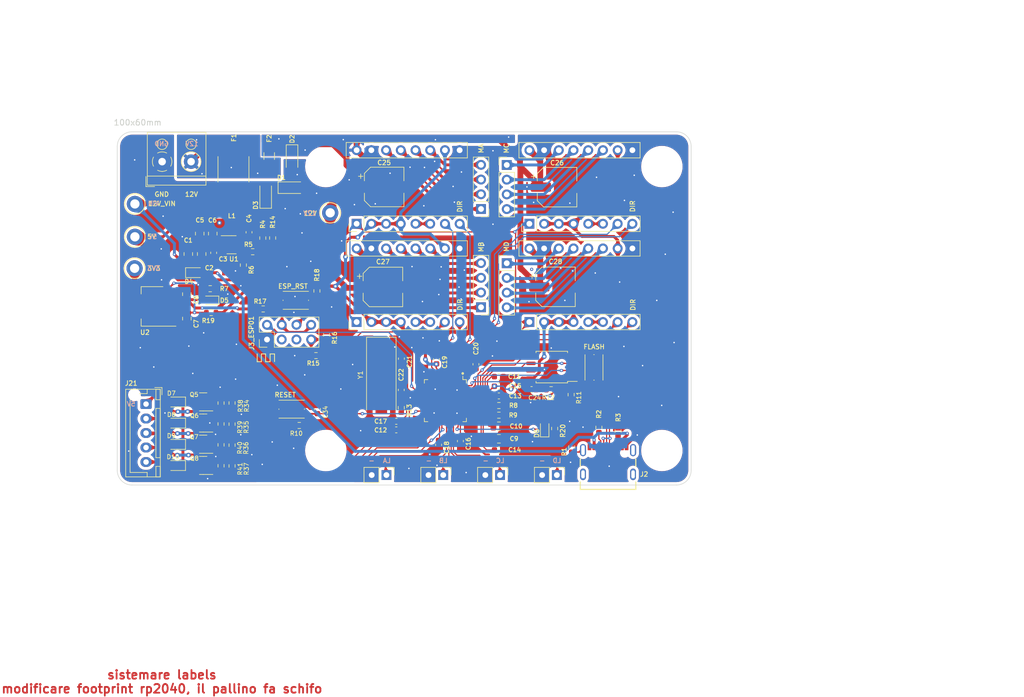
<source format=kicad_pcb>
(kicad_pcb (version 20211014) (generator pcbnew)
  (layers (0 "F.Cu" signal) (31 "B.Cu" signal) (34 "B.Paste" user) (35 "F.Paste" user) (36 "B.SilkS" user "B.Silkscreen") (37 "F.SilkS" user "F.Silkscreen") (38 "B.Mask" user) (39 "F.Mask" user) (44 "Edge.Cuts" user))
  (net 0 "")
  (net 1 "/Power Management/SW_VIN")
  (net 2 "GND")
  (net 3 "/Power Management/SW_NODE")
  (net 4 "/Power Management/SW_BST")
  (net 5 "+5V")
  (net 6 "+3V3")
  (net 7 "+1V1")
  (net 8 "/MCU/XIN")
  (net 9 "/MCU/iXOUT")
  (net 10 "+12V")
  (net 11 "/MCU/~{RESET}")
  (net 12 "/Power Management/12V_Post_PPTC")
  (net 13 "/Power Management/VBUS")
  (net 14 "/Power Management/iLED_3V3")
  (net 15 "/Unipolar Driver /M1_OUT1")
  (net 16 "/Unipolar Driver /M1_OUT2")
  (net 17 "/Unipolar Driver /M1_OUT3")
  (net 18 "/Unipolar Driver /M1_OUT4")
  (net 19 "/Power Management/12V_IN")
  (net 20 "Net-(J2-PadA5)")
  (net 21 "/MCU/USB_D-")
  (net 22 "/MCU/USB_D+")
  (net 24 "Net-(J2-PadB5)")
  (net 26 "Net-(J2-PadS1)")
  (net 27 "/MCU/ESP_IO2")
  (net 28 "/MCU/EN")
  (net 29 "/MCU/ESP_IO0")
  (net 30 "/MCU/ESP_RST")
  (net 31 "/Bipolar Drivers/LS1")
  (net 32 "/Bipolar Drivers/LS2")
  (net 33 "/Bipolar Drivers/LS3")
  (net 34 "/Bipolar Drivers/MA_2B")
  (net 35 "/Bipolar Drivers/MA_2A")
  (net 36 "/Bipolar Drivers/MA_1A")
  (net 37 "/Bipolar Drivers/MA_1B")
  (net 38 "/Bipolar Drivers/MC_2B")
  (net 39 "/Bipolar Drivers/MC_2A")
  (net 40 "/Bipolar Drivers/MC_1A")
  (net 41 "/Bipolar Drivers/MC_1B")
  (net 42 "/Bipolar Drivers/LS4")
  (net 43 "/Bipolar Drivers/MB_2B")
  (net 44 "/Bipolar Drivers/MB_2A")
  (net 45 "/Bipolar Drivers/MB_1A")
  (net 46 "/Bipolar Drivers/MB_1B")
  (net 47 "/Bipolar Drivers/MD_2B")
  (net 48 "/Bipolar Drivers/MD_2A")
  (net 49 "/Bipolar Drivers/MD_1A")
  (net 50 "/Bipolar Drivers/MD_1B")
  (net 51 "Net-(Q5-Pad1)")
  (net 52 "Net-(Q6-Pad1)")
  (net 53 "Net-(Q7-Pad1)")
  (net 54 "Net-(Q8-Pad1)")
  (net 55 "/Power Management/SW_EN")
  (net 56 "/Power Management/SW_FB")
  (net 57 "/MCU/iUSB_D+")
  (net 58 "/MCU/iUSB_D-")
  (net 59 "/MCU/~{USB_BOOT}")
  (net 60 "/MCU/~{FLASH_CS}")
  (net 61 "/MCU/XOUT")
  (net 62 "/MCU/ME_W11")
  (net 63 "/MCU/ME_W12")
  (net 64 "/MCU/ME_W21")
  (net 65 "/MCU/ME_W22")
  (net 66 "/MCU/EN_MOTOR")
  (net 67 "/MCU/STEP_A")
  (net 68 "/MCU/DIR_A")
  (net 69 "/MCU/STEP_B")
  (net 70 "/MCU/DIR_B")
  (net 71 "/MCU/STEP_C")
  (net 72 "/MCU/DIR_C")
  (net 73 "/MCU/STEP_D")
  (net 74 "/MCU/DIR_D")
  (net 80 "/MCU/FLASH_D3")
  (net 81 "/MCU/FLASH_CLK")
  (net 82 "/MCU/FLASH_D0")
  (net 83 "/MCU/FLASH_D2")
  (net 84 "/MCU/FLASH_D1")
  (net 85 "Net-(U5-Pad5)")
  (net 86 "Net-(U6-Pad5)")
  (net 87 "Net-(U7-Pad5)")
  (net 88 "Net-(U8-Pad5)")
  (net 89 "Net-(C7-Pad1)")
  (net 90 "/MCU/ESP_RX")
  (net 91 "/MCU/MCU_UART0_TX")
  (net 92 "/MCU/MCU_UART0_RX")
  (net 99 "Net-(D6-Pad1)")
  (net 100 "Net-(D6-Pad2)")
  (footprint "HSD:A4988_Shield" (layer "F.Cu") (at 139.6775 86.0518 90)
    (fp_text reference "U5" hide)
    (fp_text value "A4988_Shield")
  )
  (footprint "Package_TO_SOT_SMD:SOT-23" (layer "F.Cu") (at 104.8354 133.58 180)
    (fp_text reference "Q8")
    (fp_text value "2N7002NXAKR")
  )
  (footprint "Capacitor_SMD:C_0805_2012Metric" (layer "F.Cu") (at 104.5712 97.0902 90)
    (fp_text reference "C2")
    (fp_text value "10u")
  )
  (footprint "Connector_PinHeader_2.54mm:PinHeader_1x02_P2.54mm_Vertical" (layer "F.Cu") (at 136.46 135.24 -90)
    (fp_text reference "J4" hide)
    (fp_text value "Conn_01x02_Female")
  )
  (footprint "Capacitor_SMD:CP_Elec_6.3x5.3" (layer "F.Cu") (at 136.0678 85.5218)
    (fp_text reference "C25")
    (fp_text value "100u")
  )
  (footprint "Diode_SMD:D_SOD-323" (layer "F.Cu") (at 103.3 100.31)
    (fp_text reference "D4")
    (fp_text value "SBA130CS_R1_00001")
  )
  (footprint "TerminalBlock_RND:TerminalBlock_RND_205-00001_1x02_P5.00mm_Horizontal" (layer "F.Cu") (at 97.75 81.15)
    (fp_text reference "J1" hide)
    (fp_text value "Screw_Terminal_01x02")
  )
  (footprint "Resistor_SMD:R_0603_1608Metric" (layer "F.Cu") (at 109.8176 133.6674 -90)
    (fp_text reference "R37")
    (fp_text value "22")
  )
  (footprint "Capacitor_SMD:C_0805_2012Metric" (layer "F.Cu") (at 102.2712 97.0902 90)
    (fp_text reference "C1")
    (fp_text value "10u")
  )
  (footprint "TestPoint:TestPoint_Keystone_5005-5009_Compact" (layer "F.Cu") (at 93 99.56)
    (fp_text reference "TP4" hide)
    (fp_text value "TestPoint")
  )
  (footprint "Crystal:Crystal_SMD_HC49-SD" (layer "F.Cu") (at 135.58 118.16 -90)
    (fp_text reference "Y1")
    (fp_text value "ABLS-12.000MHz")
  )
  (footprint "Fuse:Fuse_1206_3216Metric" (layer "F.Cu") (at 116.2304 80.1848 90)
    (fp_text reference "F2")
    (fp_text value "C1T-T6")
  )
  (footprint "Capacitor_SMD:C_0603_1608Metric" (layer "F.Cu") (at 138.16 127.44 180)
    (fp_text reference "C12")
    (fp_text value "100n")
  )
  (footprint "Resistor_SMD:R_0603_1608Metric" (layer "F.Cu") (at 106.0468 103.082 180)
    (fp_text reference "R7")
    (fp_text value "510")
  )
  (footprint "Resistor_SMD:R_0603_1608Metric" (layer "F.Cu") (at 139.02 123.62 -90)
    (fp_text reference "R13")
    (fp_text value "1k")
  )
  (footprint "Resistor_SMD:R_0603_1608Metric" (layer "F.Cu") (at 165.5 127.21 90)
    (fp_text reference "R20")
    (fp_text value "510")
  )
  (footprint "Package_TO_SOT_SMD:TSOT-23-6" (layer "F.Cu") (at 109.7312 95.4938)
    (fp_text reference "U1")
    (fp_text value "AP62201WU-7")
  )
  (footprint "Resistor_SMD:R_0603_1608Metric" (layer "F.Cu") (at 173.13 127.02 90)
    (fp_text reference "R2")
    (fp_text value "5k1")
  )
  (footprint "Button_Switch_SMD:SW_Push_1P1T_NO_CK_KMR2" (layer "F.Cu") (at 120.103 123.8726 180)
    (fp_text reference "SW2" hide)
    (fp_text value "RST_SW")
  )
  (footprint "LED_SMD:LED_0603_1608Metric" (layer "F.Cu") (at 163.77 127.17 90)
    (fp_text reference "D6")
    (fp_text value "PWR_LED")
  )
  (footprint "Resistor_SMD:R_0603_1608Metric" (layer "F.Cu") (at 111.7674 99.0052 90)
    (fp_text reference "R6")
    (fp_text value "10k")
  )
  (footprint "Capacitor_SMD:C_0805_2012Metric" (layer "F.Cu") (at 155.8714 126.825058)
    (fp_text reference "C10")
    (fp_text value "1u")
  )
  (footprint "Diode_SMD:D_SOD-123" (layer "F.Cu") (at 120.1674 80.4926 -90)
    (fp_text reference "D2")
    (fp_text value "PTVS11VS1UR" hide)
  )
  (footprint "MountingHole:MountingHole_3.2mm_M3" (layer "F.Cu") (at 184 82 90)
    (fp_text reference "H2" hide)
    (fp_text value "MountingHole" hide)
  )
  (footprint "Fuse:Fuse_2920_7451Metric" (layer "F.Cu") (at 110.0582 82.4738 90)
    (fp_text reference "F1")
    (fp_text value "2920L075" hide)
  )
  (footprint "Diode_SMD:D_SOD-323" (layer "F.Cu") (at 100.2888 129.9478 180)
    (fp_text reference "D9")
    (fp_text value "1N4148WS")
  )
  (footprint "Capacitor_SMD:C_0603_1608Metric" (layer "F.Cu") (at 106.6474 96.8866 90)
    (fp_text reference "C3")
    (fp_text value "100n")
  )
  (footprint "Capacitor_SMD:C_0603_1608Metric" (layer "F.Cu") (at 155.8814 130.909229)
    (fp_text reference "C14")
    (fp_text value "100n")
  )
  (footprint "Capacitor_SMD:C_0603_1608Metric" (layer "F.Cu") (at 155.8714 118.2542)
    (fp_text reference "C11")
    (fp_text value "100n")
  )
  (footprint "HSD:RP2040-Hand-Solder" (layer "F.Cu") (at 146.63 122.4034 -90)
    (fp_text reference "U3" hide)
    (fp_text value "RP2040")
  )
  (footprint "MountingHole:MountingHole_3.2mm_M3" (layer "F.Cu") (at 126 82)
    (fp_text reference "H1" hide)
    (fp_text value "MountingHole" hide)
  )
  (footprint "Connector_PinHeader_2.54mm:PinHeader_1x02_P2.54mm_Vertical" (layer "F.Cu") (at 156.06984 135.24 -90)
    (fp_text reference "J6" hide)
    (fp_text value "Conn_01x02_Female")
  )
  (footprint "Connector_PinHeader_2.54mm:PinHeader_1x04_P2.54mm_Vertical" (layer "F.Cu") (at 157.2275 98.68)
    (fp_text reference "J14" hide)
    (fp_text value "Conn_01x04_Male")
  )
  (footprint "Resistor_SMD:R_0603_1608Metric" (layer "F.Cu") (at 109.8176 126.454066 -90)
    (fp_text reference "R35")
    (fp_text value "22")
  )
  (footprint "Capacitor_SMD:C_0603_1608Metric" (layer "F.Cu") (at 155.8714 121.582545)
    (fp_text reference "C13")
    (fp_text value "100n")
  )
  (footprint "Capacitor_SMD:C_0805_2012Metric" (layer "F.Cu") (at 155.8714 128.989229)
    (fp_text reference "C9")
    (fp_text value "1u")
  )
  (footprint "Diode_SMD:D_SOD-323" (layer "F.Cu") (at 100.2888 122.6326 180)
    (fp_text reference "D7")
    (fp_text value "1N4148WS")
  )
  (footprint "Resistor_SMD:R_0603_1608Metric" (layer "F.Cu") (at 121.415 126.68)
    (fp_text reference "R10")
    (fp_text value "10k")
  )
  (footprint "Capacitor_SMD:C_0805_2012Metric" (layer "F.Cu") (at 102.0204 108.2382 -90)
    (fp_text reference "C7")
    (fp_text value "10u")
  )
  (footprint "Diode_SMD:D_SOD-323" (layer "F.Cu") (at 100.2888 126.2902 180)
    (fp_text reference "D8")
    (fp_text value "1N4148WS")
  )
  (footprint "Diode_SMD:D_SOD-323" (layer "F.Cu") (at 100.2888 133.6054 180)
    (fp_text reference "D10")
    (fp_text value "1N4148WS")
  )
  (footprint "Package_TO_SOT_SMD:SOT-23" (layer "F.Cu") (at 104.8354 126.2648 180)
    (fp_text reference "Q6")
    (fp_text value "2N7002NXAKR")
  )
  (footprint "Resistor_SMD:R_0603_1608Metric" (layer "F.Cu") (at 168.44 130.41 90)
    (fp_text reference "R1")
    (fp_text value "1M")
  )
  (footprint "Capacitor_SMD:C_0603_1608Metric" (layer "F.Cu") (at 145.11 115.27 90)
    (fp_text reference "C19")
    (fp_text value "100n")
  )
  (footprint "Resistor_SMD:R_0603_1608Metric" (layer "F.Cu") (at 115.12 94.34 -90)
    (fp_text reference "R4")
    (fp_text value "10k")
  )
  (footprint "Resistor_SMD:R_0603_1608Metric" (layer "F.Cu") (at 113.3824 96.7002 180)
    (fp_text reference "R5")
    (fp_text value "56.2k")
  )
  (footprint "Button_Switch_SMD:SW_Push_1P1T_NO_CK_KMR2" (layer "F.Cu") (at 172.2826 116.6638 90)
    (fp_text reference "SW1" hide)
    (fp_text value "PRG_SW")
  )
  (footprint "Capacitor_SMD:C_0603_1608Metric" (layer "F.Cu") (at 145.47 130.03 -90)
    (fp_text reference "C18")
    (fp_text value "100n")
  )
  (footprint "Capacitor_SMD:C_0805_2012Metric" (layer "F.Cu") (at 104.2374 93.5702 -90)
    (fp_text reference "C5")
    (fp_text value "22u")
  )
  (footprint "Capacitor_SMD:C_0603_1608Metric" (layer "F.Cu") (at 139.04 115.155 90)
    (fp_text reference "C21")
    (fp_text value "27p")
  )
  (footprint "Capacitor_SMD:C_0603_1608Metric" (layer "F.Cu") (at 149.2214 129.38 -90)
    (fp_text reference "C16")
    (fp_text value "100n")
  )
  (footprint "HSD:USB-C-USB4105-GF-A-120" (layer "F.Cu") (at 174.71 135.12)
    (fp_text reference "J2")
    (fp_text value "USB_C_Receptacle_USB2.0" hide)
  )
  (footprint "Resistor_SMD:R_0603_1608Metric" (layer "F.Cu") (at 124.3 114.63 180)
    (fp_text reference "R15")
    (fp_text value "1K")
  )
  (footprint "Capacitor_SMD:C_0603_1608Metric" (layer "F.Cu") (at 151.91 116.12 90)
    (fp_text reference "C20")
    (fp_text value "100n")
  )
  (footprint "Connector_PinHeader_2.54mm:PinHeader_1x02_P2.54mm_Vertical" (layer "F.Cu") (at 146.26492 135.24 -90)
    (fp_text reference "J5" hide)
    (fp_text value "Conn_01x02_Female")
  )
  (footprint "HSD:Inductance" (layer "F.Cu") (at 111.1074 92.4402 180)
    (fp_text reference "L1")
    (fp_text value "4.7u")
  )
  (footprint "Resistor_SMD:R_0603_1608Metric" (layer "F.Cu") (at 107.9176 122.8174 90)
    (fp_text reference "R38")
    (fp_text value "10k")
  )
  (footprint "Button_Switch_SMD:SW_Push_1P1T_NO_CK_KMR2" (layer "F.Cu") (at 120.82 105.08 180)
    (fp_text reference "SW3" hide)
    (fp_text value "ESP_RST_SW")
  )
  (footprint "Capacitor_SMD:C_0603_1608Metric" (layer "F.Cu") (at 124.548 123.8726 90)
    (fp_text reference "C34")
    (fp_text value "100n")
  )
  (footprint "TestPoint:TestPoint_Keystone_5005-5009_Compact" (layer "F.Cu") (at 126.76 89.98)
    (fp_text reference "TP1" hide)
    (fp_text value "TestPoint")
  )
  (footprint "Resistor_SMD:R_0603_1608Metric" (layer "F.Cu") (at 107.9176 126.424066 90)
    (fp_text reference "R39")
    (fp_text value "10k")
  )
  (footprint "MountingHole:MountingHole_3.2mm_M3" (layer "F.Cu") (at 126 131)
    (fp_text reference "H3" hide)
    (fp_text value "MountingHole" hide)
  )
  (footprint "Connector_PinHeader_2.54mm:PinHeader_1x04_P2.54mm_Vertical" (layer "F.Cu") (at 157.2275 81.7218)
    (fp_text reference "J8" hide)
    (fp_text value "Conn_01x04_Male")
  )
  (footprint "Connector_PinHeader_2.54mm:PinHeader_1x02_P2.54mm_Vertical" (layer "F.Cu") (at 165.87476 135.24 -90)
    (fp_text reference "J9" hide)
    (fp_text value "Conn_01x02_Female")
  )
  (footprint "HSD:A4988_Shield" (layer "F.Cu") (at 169.4942 103.01 90)
    (fp_text reference "U8" hide)
    (fp_text value "A4988_Shield")
  )
  (footprint "Capacitor_SMD:C_0603_1608Metric" (layer "F.Cu") (at 161.51 120.49 180)
    (fp_text reference "C24")
    (fp_text value "DNP 100n")
  )
  (footprint "HSD:A4988_Shield" (layer "F.Cu") (at 169.4942 86.0518 90)
    (fp_text reference "U6" hide)
    (fp_text value "A4988_Shield")
  )
  (footprint "Connector_PinHeader_2.54mm:PinHeader_1x04_P2.54mm_Vertical" (layer "F.Cu") (at 152.79 106.28 180)
    (fp_text reference "J13" hide)
    (fp_text value "Conn_01x04_Male")
  )
  (footprint "Capacitor_SMD:C_0603_1608Metric" (layer "F.Cu") (at 155.8714 119.918374)
    (fp_text reference "C15")
    (fp_text value "100n")
  )
  (footprint "Package_SO:SOIC-8_5.23x5.23mm_P1.27mm" (layer "F.Cu") (at 165.0026 116.6038 180)
    (fp_text reference "U4" hide)
    (fp_text value "W25Q16JVSS")
  )
  (footprint "TestPoint:TestPoint_Keystone_5005-5009_Compact" (layer "F.Cu") (at 93.05 94.12)
    (fp_text reference "TP2" hide)
    (fp_text value "TestPoint")
  )
  (footprint "Connector_PinHeader_2.54mm:PinHeader_1x04_P2.54mm_Vertical" (layer "F.Cu") (at 152.79 89.3218 180)
    (fp_text reference "J7" hide)
    (fp_text value "Conn_01x04_Male")
  )
  (footprint "Diode_SMD:D_SOD-123F" (layer "F.Cu") (at 115.6208 86.995 90)
    (fp_text reference "D3")
    (fp_text value "GS1504FL" hide)
  )
  (footprint "Connector_PinHeader_2.54mm:PinHeader_2x04_P2.54mm_Vertical" (layer "F.Cu") (at 115.85 111.85 90)
    (fp_text reference "J3")
    (fp_text value "Conn_02x04_Odd_Even")
  )
  (footprint "TestPoint:TestPoint_Keystone_5005-5009_Compact" (layer "F.Cu") (at 93.05 88.45)
    (fp_text reference "TP3" hide)
    (fp_text value "TestPoint")
  )
  (footprint "Resistor_SMD:R_0603_1608Metric" (layer "F.Cu") (at 116.83 94.33 90)
    (fp_text reference "R14")
    (fp_text value "10k")
  )
  (footprint "HSD:A4988_Shield" (layer "F.Cu") (at 139.6775 103.01 90)
    (fp_text reference "U7" hide)
    (fp_text value "A4988_Shield")
  )
  (footprint "Resistor_SMD:R_0603_1608Metric" (layer "F.Cu") (at 155.8714 124.910887)
    (fp_text reference "R9")
    (fp_text value "27R")
  )
  (footprint "Capacitor_SMD:C_0603_1608Metric" (layer "F.Cu") (at 112.7474 93.3402 -90)
    (fp_text reference "C4")
    (fp_text value "100n")
  )
  (footprint "Resistor_SMD:R_0603_1608Metric" (layer "F.Cu") (at 109.8176 122.8074 -90)
    (fp_text reference "R34")
    (fp_text value "22")
  )
  (footprint "Resistor_SMD:R_0603_1608Metric" (layer "F.Cu") (at 124.46 103.465 -90)
    (fp_text reference "R18")
    (fp_text value "10k")
  )
  (footprint "Capacitor_SMD:C_0805_2012Metric" (layer "F.Cu") (at 106.4874 93.5702 -90)
    (fp_text reference "C6")
    (fp_text value "22u")
  )
  (footprint "Resistor_SMD:R_0603_1608Metric" (layer "F.Cu") (at 126.13 111.05 90)
    (fp_text reference "R16")
    (fp_text value "1K")
  )
  (footprint "Capacitor_SMD:CP_Elec_6.3x5.3" (layer "F.Cu") (at 165.91 85.55)
    (fp_text reference "C26")
    (fp_text value "100u")
  )
  (footprint "Resistor_SMD:R_0603_1608Metric" (layer "F.Cu") (at 176.44 127.64 90)
    (fp_text reference "R3")
    (fp_text value "5k1")
  )
  (footprint "Capacitor_SMD:CP_Elec_6.3x5.3" (layer "F.Cu") (at 165.64 102.76)
    (fp_text reference "C28")
    (fp_text value "100u")
  )
  (footprint "Resistor_SMD:R_0603_1608Metric" (layer "F.Cu") (at 109.8176 130.080732 -90)
    (fp_text reference "R36")
    (fp_text value "22")
  )
  (footprint "Capacitor_SMD:C_0603_1608Metric" (layer "F.Cu") (at 138.16 125.9668 180)
    (fp_text reference "C17")
    (fp_text value "100n")
  )
  (footprint "Resistor_SMD:R_0603_1608Metric" (layer "F.Cu") (at 155.8714 123.246716)
    (fp_text reference "R8")
    (fp_text value "27R")
  )
  (footprint "Package_TO_SOT_SMD:SOT-223-3_TabPin2" (layer "F.Cu") (at 96.0392 106.139 180)
    (fp_text reference "U2")
    (fp_text value "AMS1117-3.3")
  )
  (footprint "Resistor_SMD:R_0603_1608Metric" (layer "F.Cu") (at 115.19 106.57)
    (fp_text reference "R17")
    (fp_text value "10k")
  )
  (footprint "Resistor_SMD:R_0603_1608Metric" (layer "F.Cu") (at 106.215 107.2 180)
    (fp_text reference "R19")
    (fp_text value "0")
  )
  (footprint "LED_SMD:LED_0603_1608Metric" (layer "F.Cu") (at 106.0468 105.0886 180)
    (fp_text reference "D5")
    (fp_text value "PWR_LED")
  )
  (footprint "Resistor_SMD:R_0603_1608Metric" (layer "F.Cu") (at 107.9176 133.6374 90)
    (fp_text reference "R41")
    (fp_text value "10k")
  )
  (footprint "Capacitor_SMD:CP_Elec_6.3x5.3" (layer "F.Cu") (at 135.86 102.78)
    (fp_text reference "C27")
    (fp_text value "100u")
  )
  (footprint "MountingHole:MountingHole_3.2mm_M3" (layer "F.Cu") (at 184 131)
    (fp_text reference "H4" hide)
    (fp_text value "MountingHole" hide)
  )
  (footprint "Resistor_SMD:R_0603_1608Metric" (layer "F.Cu") (at 164.8882 120.5154)
    (fp_text reference "R12")
    (fp_text value "10k DNP")
  )
  (footprint "Connector_JST:JST_XH_B5B-XH-AM_1x05_P2.50mm_Vertical" (layer "F.Cu") (at 94.9726 122.992 -90)
    (fp_text reference "J21")
    (fp_text value "Motor 1")
  )
  (footprint "Package_TO_SOT_SMD:SOT-23" (layer "F.Cu") (at 104.8354 129.9224 180)
    (fp_text reference "Q7")
    (fp_text value "2N7002NXAKR")
  )
  (footprint "Package_TO_SOT_SMD:SOT-23" (layer "F.Cu") (at 104.8354 122.6072 180)
    (fp_text reference "Q5")
    (fp_text value "2N7002NXAKR")
  )
  (footprint "Resistor_SMD:R_0603_1608Metric" (layer "F.Cu") (at 168.3426 121.3658 90)
    (fp_text reference "R11")
    (fp_text value "1k")
  )
  (footprint "Resistor_SMD:R_0603_1608Metric" (layer "F.Cu") (at 107.9176 130.030732 90)
    (fp_text reference "R40")
    (fp_text value "10k")
  )
  (footprint "Capacitor_SMD:C_0603_1608Metric" (layer "F.Cu") (at 139.02 120.55 90)
    (fp_text reference "C22")
    (fp_text value "27p")
  )
  (footprint "Capacitor_SMD:C_0805_2012Metric" (layer "F.Cu") (at 102.0204 104.0218 90)
    (fp_text reference "C8")
    (fp_text value "10u")
  )
  (footprint "Diode_SMD:D_SOD-123" (layer "F.Cu") (at 120.015 85.64)
    (fp_text reference "D1")
    (fp_text value "PTVS12VS1UR" hide)
  )
  (gr_line (start 115.61 115.68) (end 116.39 115.68) (layer "F.SilkS") (width 0.15))
  (gr_line (start 114.16 115.68) (end 114.88 115.68) (layer "F.SilkS") (width 0.15))
  (gr_line (start 117.15 114.34) (end 117.15 115.66) (layer "F.SilkS") (width 0.15))
  (gr_line (start 116.39 115.68) (end 116.39 114.34) (layer "F.SilkS") (width 0.15))
  (gr_line (start 115.61 114.33) (end 115.61 115.68) (layer "F.SilkS") (width 0.15))
  (gr_line (start 116.39 114.34) (end 117.15 114.34) (layer "F.SilkS") (width 0.15))
  (gr_line (start 114.16 114.33) (end 114.16 115.68) (layer "F.SilkS") (width 0.15))
  (gr_line (start 114.88 114.33) (end 115.61 114.33) (layer "F.SilkS") (width 0.15))
  (gr_line (start 114.88 115.68) (end 114.88 114.33) (layer "F.SilkS") (width 0.15))
  (gr_line (start 189.06 78.54) (end 189.06 134.42) (layer "Edge.Cuts") (width 0.1))
  (gr_arc (start 189.06 134.42) (mid 188.316065 136.216065) (end 186.52 136.96) (layer "Edge.Cuts") (width 0.1))
  (gr_line (start 92.54 76) (end 186.52 76) (layer "Edge.Cuts") (width 0.1))
  (gr_arc (start 186.52 76) (mid 188.316085 76.743915) (end 189.06 78.54) (layer "Edge.Cuts") (width 0.1))
  (gr_arc (start 92.54 136.96) (mid 90.743983 136.216017) (end 90 134.42) (layer "Edge.Cuts") (width 0.1))
  (gr_line (start 90 134.42) (end 90 78.54) (layer "Edge.Cuts") (width 0.1))
  (gr_line (start 186.52 136.96) (end 92.54 136.96) (layer "Edge.Cuts") (width 0.1))
  (gr_arc (start 90 78.54) (mid 90.743948 76.743948) (end 92.54 76) (layer "Edge.Cuts") (width 0.1))
  (gr_text "sistemare labels\nmodificare footprint rp2040, il pallino fa schifo" (at 97.71 170.92) (layer "F.Cu") (effects (font (size 1.5 1.5) (thickness 0.3))))
  (gr_text "3V3" (at 96.35 99.56) (layer "B.SilkS") (effects (font (size 0.8 0.8)) (justify mirror)))
  (gr_text "VIN" (at 96.27 88.36) (layer "B.SilkS") (effects (font (size 0.8 0.8)) (justify mirror)))
  (gr_text "LA" (at 136.54 132.75) (layer "B.SilkS") (effects (font (size 0.8 0.8)) (justify mirror)))
  (gr_text "5V" (at 92.39 122.98) (layer "B.SilkS") (effects (font (size 0.8 0.8)) (justify mirror)))
  (gr_text "-" (at 153.59 132.75) (layer "B.SilkS") (effects (font (size 0.8 0.8)) (justify mirror)))
  (gr_text "LC" (at 156.1 132.75) (layer "B.SilkS") (effects (font (size 0.8 0.8)) (justify mirror)))
  (gr_text "12V" (at 102.88 78.06) (layer "B.SilkS") (effects (font (size 0.8 0.8)) (justify mirror)))
  (gr_text "-" (at 133.9 132.75) (layer "B.SilkS") (effects (font (size 0.8 0.8)) (justify mirror)))
  (gr_text "-" (at 143.78 132.75) (layer "B.SilkS") (effects (font (size 0.8 0.8)) (justify mirror)))
  (gr_text "-" (at 163.34 132.75) (layer "B.SilkS") (effects (font (size 0.8 0.8)) (justify mirror)))
  (gr_text "LB" (at 146.28 132.75) (layer "B.SilkS") (effects (font (size 0.8 0.8)) (justify mirror)))
  (gr_text "LD" (at 165.89 132.75) (layer "B.SilkS") (effects (font (size 0.8 0.8)) (justify mirror)))
  (gr_text "12V" (at 123.24 90.05) (layer "B.SilkS") (effects (font (size 0.8 0.8)) (justify mirror)))
  (gr_text "GND" (at 97.67 78.06) (layer "B.SilkS") (effects (font (size 0.8 0.8)) (justify mirror)))
  (gr_text "5V" (at 96.13 94.1) (layer "B.SilkS") (effects (font (size 0.8 0.8)) (justify mirror)))
  (gr_text "12V" (at 102.82 86.79) (layer "F.SilkS") (effects (font (size 0.8 0.8))))
  (gr_text "12V" (at 123.32 90.07) (layer "F.SilkS") (effects (font (size 0.8 0.8))))
  (gr_text "DIR" (at 149.13 88.9 90) (layer "F.SilkS") (effects (font (size 0.8 0.8))))
  (gr_text "MC" (at 157.17 78.85 90) (layer "F.SilkS") (effects (font (size 0.8 0.8))))
  (gr_text "ESP_RST" (at 120.33 102.66) (layer "F.SilkS") (effects (font (size 0.8 0.8))))
  (gr_text "MA" (at 152.81 78.88 90) (layer "F.SilkS") (effects (font (size 0.8 0.8))))
  (gr_text "12V_VIN" (at 97.7 88.4) (layer "F.SilkS") (effects (font (size 0.8 0.8))))
  (gr_text "MB" (at 152.8 95.87 90) (layer "F.SilkS") (effects (font (size 0.8 0.8))))
  (gr_text "DIR" (at 179.02 105.86 90) (layer "F.SilkS") (effects (font (size 0.8 0.8))))
  (gr_text "FLASH" (at 172.3 113.11) (layer "F.SilkS") (effects (font (size 0.8 0.8))))
  (gr_text "_ESP01" (at 113.15 110.02 90) (layer "F.SilkS") (effects (font (size 0.8 0.8))))
  (gr_text "DIR" (at 149.18 105.84 90) (layer "F.SilkS") (effects (font (size 0.8 0.8))))
  (gr_text "RESET" (at 118.99 121.4) (layer "F.SilkS") (effects (font (size 0.8 0.8))))
  (gr_text "5V" (at 95.94 94.09) (layer "F.SilkS") (effects (font (size 0.8 0.8))))
  (gr_text "MD" (at 157.17 95.83 90) (layer "F.SilkS") (effects (font (size 0.8 0.8))))
  (gr_text "GND" (at 97.68 86.79) (layer "F.SilkS") (effects (font (size 0.8 0.8))))
  (gr_text "DIR" (at 178.95 88.85 90) (layer "F.SilkS") (effects (font (size 0.8 0.8))))
  (gr_text "3V3" (at 96.3 99.56) (layer "F.SilkS") (effects (font (size 0.8 0.8))))
  (gr_text "100x60mm\n" (at 93.525 74.4) (layer "Edge.Cuts") (effects (font (size 1 1))))
  (via (at 161.52 99.74) (size 0.55) (drill 0.25) (layers "F.Cu" "B.Cu") (net 0))
  (segment (start 102.13 98.1814) (end 102.2712 98.0402) (width 0.5) (layer "F.Cu") (net 1))
  (segment (start 93.05 88.45) (end 115.5658 88.45) (width 0.5) (layer "F.Cu") (net 1))
  (segment (start 115.48 88.5358) (end 115.6208 88.395) (width 0.5) (layer "F.Cu") (net 1))
  (segment (start 102.25 98.0614) (end 102.25 100.31) (width 0.5) (layer "F.Cu") (net 1))
  (segment (start 102.2712 98.0402) (end 102.0874 98.224) (width 0.5) (layer "F.Cu") (net 1))
  (segment (start 115.12 93.515) (end 115.48 93.155) (width 0.5) (layer "F.Cu") (net 1))
  (segment (start 104.5442 98.0672) (end 104.5712 98.0402) (width 0.5) (layer "F.Cu") (net 1))
  (segment (start 115.5658 88.45) (end 115.6208 88.395) (width 0.5) (layer "F.Cu") (net 1))
  (segment (start 102.2712 98.0402) (end 100.7602 98.0402) (width 0.5) (layer "F.Cu") (net 1))
  (segment (start 102.3888 98.0402) (end 102.4158 98.0672) (width 0.5) (layer "F.Cu") (net 1))
  (segment (start 102.2712 98.0402) (end 102.3888 98.0402) (width 0.5) (layer "F.Cu") (net 1))
  (segment (start 102.2712 98.0402) (end 102.25 98.0614) (width 0.5) (layer "F.Cu") (net 1))
  (segment (start 115.48 93.155) (end 115.48 88.5358) (width 0.5) (layer "F.Cu") (net 1))
  (segment (start 100.7602 98.0402) (end 99.87 97.15) (width 0.5) (layer "F.Cu") (net 1))
  (via (at 99.87 97.15) (size 0.55) (drill 0.25) (layers "F.Cu" "B.Cu") (net 1))
  (segment (start 99.87 97.15) (end 99.87 95.27) (width 0.5) (layer "B.Cu") (net 1))
  (segment (start 99.87 95.27) (end 93.05 88.45) (width 0.5) (layer "B.Cu") (net 1))
  (segment (start 105.7752 125.3171) (end 105.7729 125.3148) (width 0.3) (layer "F.Cu") (net 2))
  (segment (start 177.91 130.18) (end 179.76 128.33) (width 0.3) (layer "F.Cu") (net 2))
  (segment (start 105.7729 132.63) (end 105.891952 132.749052) (width 0.3) (layer "F.Cu") (net 2))
  (segment (start 177.91 130.365) (end 177.91 130.18) (width 0.3) (layer "F.Cu") (net 2))
  (segment (start 143.8966 121.4034) (end 144.88 120.42) (width 0.2) (layer "F.Cu") (net 2))
  (segment (start 142.9925 121.4034) (end 143.8966 121.4034) (width 0.2) (layer "F.Cu") (net 2))
  (segment (start 171.51 130.365) (end 171.51 128.09) (width 0.3) (layer "F.Cu") (net 2))
  (segment (start 171.51 128.09) (end 170.39 126.97) (width 0.3) (layer "F.Cu") (net 2))
  (segment (start 105.8006 121.6849) (end 105.7729 121.6572) (width 0.3) (layer "F.Cu") (net 2))
  (segment (start 105.7752 128.9747) (end 105.7729 128.9724) (width 0.3) (layer "F.Cu") (net 2))
  (via (at 130.94 88.57) (size 0.55) (drill 0.25) (layers "F.Cu" "B.Cu") (net 2))
  (via (at 101.23 94.1) (size 0.55) (drill 0.25) (layers "F.Cu" "B.Cu") (net 2))
  (via (at 179.23 83.5) (size 0.55) (drill 0.25) (layers "F.Cu" "B.Cu") (net 2))
  (via (at 142.68 105.29) (size 0.55) (drill 0.25) (layers "F.Cu" "B.Cu") (net 2))
  (via (at 140.54 82.11) (size 0.55) (drill 0.25) (layers "F.Cu" "B.Cu") (net 2))
  (via (at 177.45 113.04) (size 0.55) (drill 0.25) (layers "F.Cu" "B.Cu") (net 2))
  (via (at 180.67 116.35) (size 0.55) (drill 0.25) (layers "F.Cu" "B.Cu") (net 2))
  (via (at 137.9 113.14) (size 0.55) (drill 0.25) (layers "F.Cu" "B.Cu") (net 2))
  (via (at 102.36 112.98) (size 0.55) (drill 0.25) (layers "F.Cu" "B.Cu") (net 2))
  (via (at 128.73 94.83) (size 0.55) (drill 0.25) (layers "F.Cu" "B.Cu") (net 2))
  (via (at 140.58 121.89) (size 0.55) (drill 0.25) (layers "F.Cu" "B.Cu") (net 2))
  (via (at 103.04 117.7) (size 0.55) (drill 0.25) (layers "F.Cu" "B.Cu") (net 2))
  (via (at 104.92 110.7) (size 0.55) (drill 0.25) (layers "F.Cu" "B.Cu") (net 2))
  (via (at 144.78 81.1) (size 0.55) (drill 0.25) (layers "F.Cu" "B.Cu") (net 2))
  (via (at 140.88 99.26) (size 0.55) (drill 0.25) (layers "F.Cu" "B.Cu") (net 2))
  (via (at 106.97 128.22) (size 0.55) (drill 0.25) (layers "F.Cu" "B.Cu") (net 2))
  (via (at 121.89 93.45) (size 0.55) (drill 0.25) (layers "F.Cu" "B.Cu") (net 2))
  (via (at 130.63 116.16) (size 0.55) (drill 0.25) (layers "F.Cu" "B.Cu") (net 2))
  (via (at 145.59 112.08) (size 0.55) (drill 0.25) (layers "F.Cu" "B.Cu") (net 2))
  (via (at 134.54 88.43) (size 0.55) (drill 0.25) (layers "F.Cu" "B.Cu") (net 2))
  (via (at 145.71 101.47) (size 0.55) (drill 0.25) (layers "F.Cu" "B.Cu") (net 2))
  (via (at 148.65 120.57) (size 0.55) (drill 0.25) (layers "F.Cu" "B.Cu") (net 2))
  (via (at 144.88 120.42) (size 0.55) (drill 0.25) (layers "F.Cu" "B.Cu") (net 2))
  (via (at 145.91 99.31) (size 0.55) (drill 0.25) (layers "F.Cu" "B.Cu") (net 2))
  (via (at 93.98 113.26) (size 0.55) (drill 0.25) (layers "F.Cu" "B.Cu") (net 2))
  (via (at 149.92 99.87) (size 0.55) (drill 0.25) (layers "F.Cu" "B.Cu") (net 2))
  (via (at 130.04 84.29) (size 0.55) (drill 0.25) (layers "F.Cu" "B.Cu") (net 2))
  (via (at 154.85 79.27) (size 0.55) (drill 0.25) (layers "F.Cu" "B.Cu") (net 2))
  (via (at 145.5 104.09) (size 0.55) (drill 0.25) (layers "F.Cu" "B.Cu") (net 2))
  (via (at 149.41 82.94) (size 0.55) (drill 0.25) (layers "F.Cu" "B.Cu") (net 2))
  (via (at 107.01 132.04) (size 0.55) (drill 0.25) (layers "F.Cu" "B.Cu") (net 2))
  (via (at 122.36 117.95) (size 0.55) (drill 0.25) (layers "F.Cu" "B.Cu") (net 2))
  (via (at 132.01 127.58) (size 0.55) (drill 0.25) (layers "F.Cu" "B.Cu") (net 2))
  (via (at 149.35 104.86) (size 0.55) (drill 0.25) (layers "F.Cu" "B.Cu") (net 2))
  (via (at 184.59 97.13) (size 0.55) (drill 0.25) (layers "F.Cu" "B.Cu") (net 2))
  (via (at 142.92 88.77) (size 0.55) (drill 0.25) (layers "F.Cu" "B.Cu") (net 2))
  (via (at 161.35 122.73) (size 0.55) (drill 0.25) (layers "F.Cu" "B.Cu") (net 2))
  (via (at 124.41 86.61) (size 0.55) (drill 0.25) (layers "F.Cu" "B.Cu") (net 2))
  (via (at 185.94 89.87) (size 0.55) (drill 0.25) (layers "F.Cu" "B.Cu") (net 2))
  (via (at 160.71 85.5) (size 0.55) (drill 0.25) (layers "F.Cu" "B.Cu") (net 2))
  (via (at 123.4 98.35) (size 0.55) (drill 0.25) (layers "F.Cu" "B.Cu") (net 2))
  (via (at 148.64 124.57) (size 0.55) (drill 0.25) (layers "F.Cu" "B.Cu") (net 2))
  (via (at 142.93 117.42) (size 0.55) (drill 0.25) (layers "F.Cu" "B.Cu") (net 2))
  (via (at 143.93 131.67) (size 0.55) (drill 0.25) (layers "F.Cu" "B.Cu") (net 2))
  (via (at 91.97 131.1) (size 0.55) (drill 0.25) (layers "F.Cu" "B.Cu") (net 2))
  (via (at 137.09 83.15) (size 0.55) (drill 0.25) (layers "F.Cu" "B.Cu") (net 2))
  (via (at 96.31 116.59) (size 0.55) (drill 0.25) (layers "F.Cu" "B.Cu") (net 2))
  (via (at 161.67 129.48) (size 0.55) (drill 0.25) (layers "F.Cu" "B.Cu") (net 2))
  (via (at 121.07 83.39) (size 0.55) (drill 0.25) (layers "F.Cu" "B.Cu") (net 2))
  (via (at 155.53 112.13) (size 0.55) (drill 0.25) (layers "F.Cu" "B.Cu") (net 2))
  (via (at 97.6 96.21) (size 0.55) (drill 0.25) (layers "F.Cu" "B.Cu") (net 2))
  (via (at 121.6 90.16) (size 0.55) (drill 0.25) (layers "F.Cu" "B.Cu") (net 2))
  (via (at 177.54 87.84) (size 0.55) (drill 0.25) (layers "F.Cu" "B.Cu") (net 2))
  (via (at 168.12 88.31) (size 0.55) (drill 0.25) (layers "F.Cu" "B.Cu") (net 2))
  (via (at 154.85 91.95) (size 0.55) (drill 0.25) (layers "F.Cu" "B.Cu") (net 2))
  (via (at 110.41 100.01) (size 0.55) (drill 0.25) (layers "F.Cu" "B.Cu") (net 2))
  (via (at 179.76 128.33) (size 0.55) (drill 0.25) (layers "F.Cu" "B.Cu") (net 2))
  (via (at 120.49 107.16) (size 0.55) (drill 0.25) (layers "F.Cu" "B.Cu") (net 2))
  (via (at 151.12 128.55) (size 0.55) (drill 0.25) (layers "F.Cu" "B.Cu") (net 2))
  (via (at 120.45 130.62) (size 0.55) (drill 0.25) (layers "F.Cu" "B.Cu") (net 2))
  (via (at 118.99 89.26) (size 0.55) (drill 0.25) (layers "F.Cu" "B.Cu") (net 2))
  (via (at 176.52 121.7) (size 0.55) (drill 0.25) (layers "F.Cu" "B.Cu") (net 2))
  (via (at 148.19 88.14) (size 0.55) (drill 0.25) (layers "F.Cu" "B.Cu") (net 2))
  (via (at 104 102.39) (size 0.55) (drill 0.25) (layers "F.Cu" "B.Cu") (net 2))
  (via (at 107.76 120.08) (size 0.55) (drill 0.25) (layers "F.Cu" "B.Cu") (net 2))
  (via (at 183.97 123.22) (size 0.55) (drill 0.25) (layers "F.Cu" "B.Cu") (net 2))
  (via (at 176.71 101.93) (size 0.55) (drill 0.25) (layers "F.Cu" "B.Cu") (net 2))
  (via (at 110.57 112.67) (size 0.55) (drill 0.25) (layers "F.Cu" "B.Cu") (net 2))
  (via (at 145.19 133.56) (size 0.55) (drill 0.25) (layers "F.Cu" "B.Cu") (net 2))
  (via (at 128.59 120.39) (size 0.55) (drill 0.25) (layers "F.Cu" "B.Cu") (net 2))
  (via (at 97.65 101.55) (size 0.55) (drill 0.25) (layers "F.Cu" "B.Cu") (net 2))
  (via (at 163.73 117.01) (size 0.55) (drill 0.25) (layers "F.Cu" "B.Cu") (net 2))
  (via (at 140.84 113.24) (size 0.55) (drill 0.25) (layers "F.Cu" "B.Cu") (net 2))
  (via (at 127 106.23) (size 0.55) (drill 0.25) (layers "F.Cu" "B.Cu") (net 2))
  (via (at 116.75 129.53) (size 0.55) (drill 0.25) (layers "F.Cu" "B.Cu") (net 2))
  (via (at 147.97 85.43) (size 0.55) (drill 0.25) (layers "F.Cu" "B.Cu") (net 2))
  (via (at 105.98 126.25) (size 0.55) (drill 0.25) (layers "F.Cu" "B.Cu") (net 2))
  (via (at 117.63 119.74) (size 0.55) (drill 0.25) (layers "F.Cu" "B.Cu") (net 2))
  (via (at 150.22 134.81) (size 0.55) (drill 0.25) (layers "F.Cu" "B.Cu") (net 2))
  (via (at 164.84 98.79) (size 0.55) (drill 0.25) (layers "F.Cu" "B.Cu") (net 2))
  (via (at 119.28 99.27) (size 0.55) (drill 0.25) (layers "F.Cu" "B.Cu") (net 2))
  (via (at 109.08 104.01) (size 0.55) (drill 0.25) (layers "F.Cu" "B.Cu") (net 2))
  (via (at 113.23 131.72) (size 0.55) (drill 0.25) (layers "F.Cu" "B.Cu") (net 2))
  (via (at 113.31 109.99) (size 0.55) (drill 0.25) (layers "F.Cu" "B.Cu") (net 2))
  (via (at 138.7 111.37) (size 0.55) (drill 0.25) (layers "F.Cu" "B.Cu") (net 2))
  (via (at 111.43 124.76) (size 0.55) (drill 0.25) (layers "F.Cu" "B.Cu") (net 2))
  (via (at 143.03 82.15) (size 0.55) (drill 0.25) (layers "F.Cu" "B.Cu") (net 2))
  (via (at 183.12 105.1) (size 0.55) (drill 0.25) (layers "F.Cu" "B.Cu") (net 2))
  (via (at 167.26 105.1) (size 0.55) (drill 0.25) (layers "F.Cu" "B.Cu") (net 2))
  (via (at 115.03 133.4) (size 0.55) (drill 0.25) (layers "F.Cu" "B.Cu") (net 2))
  (via (at 168.24 133.04) (size 0.55) (drill 0.25) (layers "F.Cu" "B.Cu") (net 2))
  (via (at 153.27 95.57) (size 0.55) (drill 0.25) (layers "F.Cu" "B.Cu") (net 2))
  (via (at 148.99 102.8) (size 0.55) (drill 0.25) (layers "F.Cu" "B.Cu") (net 2))
  (via (at 140.34 134.1) (size 0.55) (drill 0.25) (layers "F.Cu" "B.Cu") (net 2))
  (via (at 168.61 100.01) (size 0.55) (drill 0.25) (layers "F.Cu" "B.Cu") (net 2))
  (via (at 97.92 90.56) (size 0.55) (drill 0.25) (layers "F.Cu" "B.Cu") (net 2))
  (via (at 172.72 83.85) (size 0.55) (drill 0.25) (layers "F.Cu" "B.Cu") (net 2))
  (via (at 111.33 102.57) (size 0.55) (drill 0.25) (layers "F.Cu" "B.Cu") (net 2))
  (via (at 168.09 125.98) (size 0.55) (drill 0.25) (layers "F.Cu" "B.Cu") (net 2))
  (via (at 186.11 112.37) (size 0.55) (drill 0.25) (layers "F.Cu" "B.Cu") (net 2))
  (via (at 110.43 118.69) (size 0.55) (drill 0.25) (layers "F.Cu" "B.Cu") (net 2))
  (via (at 120.68 104.43) (size 0.55) (drill 0.25) (layers "F.Cu" "B.Cu") (net 2))
  (via (at 120.63 114.63) (size 0.55) (drill 0.25) (layers "F.Cu" "B.Cu") (net 2))
  (via (at 161.07 105.32) (size 0.55) (drill 0.25) (layers "F.Cu" "B.Cu") (net 2))
  (via (at 98.24 124.53) (size 0.55) (drill 0.25) (layers "F.Cu" "B.Cu") (net 2))
  (via (at 154.76 114.69) (size 0.55) (drill 0.25) (layers "F.Cu" "B.Cu") (net 2))
  (via (at 105.6 135.86) (size 0.55) (drill 0.25) (layers "F.Cu" "B.Cu") (net 2))
  (via (at 172.51 100.37) (size 0.55) (drill 0.25) (layers "F.Cu" "B.Cu") (net 2))
  (via (at 170.39 126.97) (size 0.55) (drill 0.25) (layers "F.Cu" "B.Cu") (net 2))
  (via (at 164.91 113.32) (size 0.55) (drill 0.25) (layers "F.Cu" "B.Cu") (net 2))
  (via (at 166.54 99.53) (size 0.55) (drill 0.25) (layers "F.Cu" "B.Cu") (net 2))
  (via (at 161.87 88.18) (size 0.55) (drill 0.25) (layers "F.Cu" "B.Cu") (net 2))
  (via (at 142.77 111.57) (size 0.55) (drill 0.25) (layers "F.Cu" "B.Cu") (net 2))
  (via (at 174.91 133.71) (size 0.55) (drill 0.25) (layers "F.Cu" "B.Cu") (net 2))
  (via (at 144.69 124.53) (size 0.55) (drill 0.25) (layers "F.Cu" "B.Cu") (net 2))
  (via (at 111.32 128.28) (size 0.55) (drill 0.25) (layers "F.Cu" "B.Cu") (net 2))
  (via (at 93.01 80.85) (size 0.55) (drill 0.25) (layers "F.Cu" "B.Cu") (net 2))
  (segment (start 109.81 95.14) (end 109.81 93.87) (width 0.3) (layer "F.Cu") (net 3))
  (segment (start 109.4562 95.4938) (end 109.81 95.14) (width 0.3) (layer "F.Cu") (net 3))
  (segment (start 110.6574 93.0226) (end 110.6574 92.4402) (width 0.3) (layer "F.Cu") (net 3))
  (segment (start 109.81 93.87) (end 110.6574 93.0226) (width 0.3) (layer "F.Cu") (net 3))
  (segment (start 108.5937 95.4938) (end 109.4562 95.4938) (width 0.3) (layer "F.Cu") (net 3))
  (segment (start 103.9872 92.37) (end 104.2374 92.6202) (width 0.5) (layer "F.Cu") (net 5))
  (segment (start 107.04 107.2) (end 108.27 107.2) (width 0.5) (layer "F.Cu") (net 5))
  (segment (start 114.1574 101.3126) (end 114.1574 96.7502) (width 0.5) (layer "F.Cu") (net 5))
  (segment (start 109.04 107.97) (end 108.27 107.2) (width 0.5) (layer "F.Cu") (net 5))
  (segment (start 99.9926 121.2864) (end 99.9926 117.7774) (width 0.5) (layer "F.Cu") (net 5))
  (segment (start 115.61 125.19) (end 117.1 126.68) (width 0.5) (layer "F.Cu") (net 5))
  (segment (start 101.3388 133.6054) (end 101.3388 129.9478) (width 0.5) (layer "F.Cu") (net 5))
  (segment (start 99.9926 121.2864) (end 101.3388 122.6326) (width 0.5) (layer "F.Cu") (net 5))
  (segment (start 100.48 101.55) (end 113.92 101.55) (width 0.5) (layer "F.Cu") (net 5))
  (segment (start 97.9 94.12) (end 99.3998 92.6202) (width 0.5) (layer "F.Cu") (net 5))
  (segment (start 117.1 126.68) (end 120.59 126.68) (width 0.5) (layer "F.Cu") (net 5))
  (segment (start 107.6374 91.7202) (end 107.3874 91.7202) (width 0.5) (layer "F.Cu") (net 5))
  (segment (start 115.61 119.72) (end 115.61 125.19) (width 0.5) (layer "F.Cu") (net 5))
  (segment (start 99.3998 92.6202) (end 104.2374 92.6202) (width 0.5) (layer "F.Cu") (net 5))
  (segment (start 112.13 116.24) (end 115.61 119.72) (width 0.5) (layer "F.Cu") (net 5))
  (segment (start 93.05 94.12) (end 100.48 101.55) (width 0.5) (layer "F.Cu") (net 5))
  (segment (start 101.3388 126.2902) (end 101.3388 122.6326) (width 0.5) (layer "F.Cu") (net 5))
  (segment (start 96.6782 121.2864) (end 99.9926 121.2864) (width 0.5) (layer "F.Cu") (net 5))
  (segment (start 112.13 116.24) (end 109.04 113.15) (width 0.5) (layer "F.Cu") (net 5))
  (segment (start 93.05 94.12) (end 97.9 94.12) (width 0.5) (layer "F.Cu") (net 5))
  (segment (start 108.27 107.2) (end 114.1574 101.3126) (width 0.5) (layer "F.Cu") (net 5))
  (segment (start 101.3388 129.9478) (end 101.3388 126.2902) (width 0.5) (layer "F.Cu") (net 5))
  (segment (start 114.1574 96.7502) (end 114.2074 96.7002) (width 0.5) (layer "F.Cu") (net 5))
  (segment (start 109.04 113.15) (end 109.04 107.97) (width 0.5) (layer "F.Cu") (net 5))
  (segment (start 113.92 101.55) (end 114.1574 101.3126) (width 0.5) (layer "F.Cu") (net 5))
  (segment (start 94.9726 122.992) (end 96.6782 121.2864) (width 0.5) (layer "F.Cu") (net 5))
  (segment (start 107.3874 91.7202) (end 106.4874 92.6202) (width 0.5) (layer "F.Cu") (net 5))
  (segment (start 99.9926 117.7774) (end 101.53 116.24) (width 0.5) (layer "F.Cu") (net 5))
  (segment (start 101.53 116.24) (end 112.13 116.24) (width 0.5) (layer "F.Cu") (net 5))
  (segment (start 108.7774 92.6202) (end 108.9574 92.4402) (width 0.5) (layer "F.Cu") (net 5))
  (via (at 107.6374 91.7202) (size 0.8) (drill 0.4) (layers "F.Cu" "B.Cu") (net 5))
  (segment (start 155.065055 121.582545) (end 154.9578 121.6898) (width 0.2) (layer "F.Cu") (net 6))
  (segment (start 152.331424 122.6034) (end 150.2675 122.6034) (width 0.2) (layer "F.Cu") (net 6))
  (segment (start 130.14 94.38) (end 129.4 95.12) (width 0.5) (layer "F.Cu") (net 6))
  (segment (start 149.23 118.7659) (end 149.23 117.81) (width 0.2) (layer "F.Cu") (net 6))
  (segment (start 152.8214 129.9714) (end 153.759229 130.909229) (width 0.2) (layer "F.Cu") (net 6))
  (segment (start 155.4378 130.909229) (end 155.1064 130.909229) (width 0.2) (layer "F.Cu") (net 6))
  (segment (start 162.285 119.775) (end 162.285 120.49) (width 0.5) (layer "F.Cu") (net 6))
  (segment (start 152.8214 129.939229) (end 152.8214 129.9714) (width 0.2) (layer "F.Cu") (net 6))
  (segment (start 161.4026 118.5088) (end 161.4026 118.8926) (width 0.5) (layer "F.Cu") (net 6))
  (segment (start 161.4026 118.8926) (end 162.285 119.775) (width 0.5) (layer "F.Cu") (net 6))
  (segment (start 117.45 102.64) (end 114.365 105.725) (width 0.5) (layer "F.Cu") (net 6))
  (segment (start 138.935 125.9668) (end 139.94 124.9618) (width 0.2) (layer "F.Cu") (net 6))
  (segment (start 151.685 117.12) (end 151.91 116.895) (width 0.2) (layer "F.Cu") (net 6))
  (segment (start 161.8612 118.5088) (end 161.4026 118.5088) (width 0.5) (layer "F.Cu") (net 6))
  (segment (start 170.21 94.06) (end 175.72 94.06) (width 0.5) (layer "F.Cu") (net 6))
  (segment (start 99.1892 106.139) (end 101.711 106.139) (width 0.5) (layer "F.Cu") (net 6))
  (segment (start 153.759229 130.909229) (end 155.1064 130.909229) (width 0.2) (layer "F.Cu") (net 6))
  (segment (start 93 99.56) (end 93 106.0282) (width 0.5) (layer "F.Cu") (net 6))
  (segment (start 127.64 102.64) (end 126.82 102.64) (width 0.5) (layer "F.Cu") (net 6))
  (segment (start 164.0632 120.5154) (end 162.3104 120.5154) (width 0.2) (layer "F.Cu") (net 6))
  (segment (start 138.9375 108.83) (end 138.9375 109.5675) (width 0.5) (layer "F.Cu") (net 6))
  (segment (start 155.01645 119.918374) (end 155.0964 119.918374) (width 0.2) (layer "F.Cu") (net 6))
  (segment (start 110.68 106.39) (end 110.86 106.57) (width 0.5) (layer "F.Cu") (net 6))
  (segment (start 152.3314 123.0034) (end 153.752255 121.582545) (width 0.2) (layer "F.Cu") (net 6))
  (segment (start 163.7 114.79) (end 162.85 115.64) (width 0.5) (layer "F.Cu") (net 6))
  (segment (start 158.4 120.03) (end 158 120.43) (width 0.5) (layer "F.Cu") (net 6))
  (segment (start 176.3742 84.2518) (end 168.7542 91.8718) (width 0.5) (layer "F.Cu") (net 6))
  (segment (start 114.365 105.725) (end 114.365 106.57) (width 0.5) (layer "F.Cu") (net 6))
  (segment (start 131.52 94.2) (end 130.32 94.2) (width 0.5) (layer "F.Cu") (net 6))
  (segment (start 176.41 99.28) (end 176.41 96.1658) (width 0.5) (layer "F.Cu") (net 6))
  (segment (start 153.1714 125.5534) (end 153.1714 128.2434) (width 0.2) (layer "F.Cu") (net 6))
  (segment (start 127.6675 102.64) (end 133.8575 108.83) (width 0.5) (layer "F.Cu") (net 6))
  (segment (start 152.8114 125.9834) (end 152.8114 129.9334) (width 0.2) (layer "F.Cu") (net 6))
  (segment (start 143.19 113.82) (end 143.19 115.29) (width 0.5) (layer "F.Cu") (net 6))
  (segment (start 139.94 124.9618) (end 139.94 124.090006) (width 0.2) (layer "F.Cu") (net 6))
  (segment (start 176.3742 94.7142) (end 176.3742 96.13) (width 0.5) (layer "F.Cu") (net 6))
  (segment (start 149.23 128.5964) (end 149.2214 128.605) (width 0.2) (layer "F.Cu") (net 6))
  (segment (start 143.14 113.77) (end 143.19 113.82) (width 0.5) (layer "F.Cu") (net 6))
  (segment (start 139.94 124.090006) (end 141.426606 122.6034) (width 0.2) (layer "F.Cu") (net 6))
  (segment (start 145.11 116.84) (end 145.11 116.045) (width 0.2) (layer "F.Cu") (net 6))
  (segment (start 102.0204 104.9718) (end 105.1425 104.9718) (width 0.5) (layer "F.Cu") (net 6))
  (segment (start 138.9375 91.8718) (end 133.8575 91.8718) (width 0.5) (layer "F.Cu") (net 6))
  (segment (start 159.9212 118.5088) (end 158.4 120.03) (width 0.5) (layer "F.Cu") (net 6))
  (segment (start 176.3742 79.1718) (end 176.3742 84.2518) (width 0.5) (layer "F.Cu") (net 6))
  (segment (start 130.32 94.2) (end 130.14 94.38) (width 0.5) (layer "F.Cu") (net 6))
  (segment (start 150.2675 124.6034) (end 152.2214 124.6034) (width 0.2) (layer "F.Cu") (net 6))
  (segment (start 133.8575 108.83) (end 136.3975 108.83) (width 0.5) (layer "F.Cu") (net 6))
  (segment (start 102.0204 104.9718) (end 102.04 104.9914) (width 0.5) (layer "F.Cu") (net 6))
  (segment (start 163.6742 108.83) (end 166.2142 108.83) (width 0.5) (layer "F.Cu") (net 6))
  (segment (start 168.7542 92.6042) (end 170.21 94.06) (width 0.5) (layer "F.Cu") (net 6))
  (segment (start 93 106.0282) (end 92.8892 106.139) (width 0.5) (layer "F.Cu") (net 6))
  (segment (start 152.2214 124.6034) (end 153.1714 125.5534) (width 0.2) (layer "F.Cu") (net 6))
  (segment (start 153.927229 128.995058) (end 154.9314 128.995058) (width 0.2) (layer "F.Cu") (net 6))
  (segment (start 145.63 126.0409) (end 145.63 129.095) (width 0.2) (layer "F.Cu") (net 6))
  (segment (start 92.68 105.9298) (end 92.8892 106.139) (width 0.5) (layer "F.Cu") (net 6))
  (segment (start 162.3104 120.5154) (end 162.285 120.49) (width 0.2) (layer "F.Cu") (net 6))
  (segment (start 102.04 105.81) (end 102.04 104.9914) (width 0.5) (layer "F.Cu") (net 6))
  (segment (start 126.82 102.64) (end 127.6675 102.64) (width 0.5) (layer "F.Cu") (net 6))
  (segment (start 145.63 117.36) (end 145.11 116.84) (width 0.2) (layer "F.Cu") (net 6))
  (segment (start 155.0964 121.582545) (end 155.065055 121.582545) (width 0.2) (layer "F.Cu") (net 6))
  (segment (start 151.8314 125.0034) (end 152.8114 125.9834) (width 0.2) (layer "F.Cu") (net 6))
  (segment (start 150.599295 123.0034) (end 150.610095 122.9926) (width 0.2) (layer "F.Cu") (net 6))
  (segment (start 138.9375 109.5675) (end 143.14 113.77) (width 0.5) (layer "F.Cu") (net 6))
  (segment (start 162.85 117.52) (end 161.8612 118.5088) (width 0.5) (layer "F.Cu") (net 6))
  (segment (start 168.7542 91.8718) (end 168.7542 92.6042) (width 0.5) (layer "F.Cu") (net 6))
  (segment (start 161.4026 118.5088) (end 159.9212 118.5088) (width 0.5) (layer "F.Cu") (net 6))
  (segment (start 124.46 102.64) (end 126.82 102.64) (width 0.5) (layer "F.Cu") (net 6))
  (segment (start 104.67 106.41) (end 103.4586 106.41) (width 0.5) (layer "F.Cu") (net 6))
  (segment (start 168.7542 106.9358) (end 176.41 99.28) (width 0.5) (layer "F.Cu") (net 6))
  (segment (start 129.4 95.12) (end 129.4 97.6) (width 0.5) (layer "F.Cu") (net 6))
  (segment (start 150.2675 125.0034) (end 151.8314 125.0034) (width 0.2) (layer "F.Cu") (net 6))
  (segment (start 153.752255 121.582545) (end 155.0964 121.582545) (width 0.2) (layer "F.Cu") (net 6))
  (segment (start 166.2142 108.83) (end 168.7542 108.83) (width 0.5) (layer "F.Cu") (net 6))
  (segment (start 136.3975 108.83) (end 138.9375 108.83) (width 0.5) (layer "F.Cu") (net 6))
  (segment (start 149.92 117.12) (end 151.685 117.12) (width 0.2) (layer "F.Cu") (net 6))
  (segment (start 110.86 106.57) (end 114.365 106.57) (width 0.5) (layer "F.Cu") (net 6))
  (segment (start 168.7542 91.8718) (end 163.6742 91.8718) (width 0.5) (layer "F.Cu") (net 6))
  (segment (start 168.7542 108.83) (end 168.7542 106.9358) (width 0.5) (layer "F.Cu") (net 6))
  (segment (start 124.32 102.64) (end 117.45 102.64) (width 0.5) (layer "F.Cu") (net 6))
  (segment (start 153.1714 128.2434) (end 153.917229 128.989229) (width 0.2) (layer "F.Cu") (net 6))
  (segment (start 150.2675 123.0034) (end 150.599295 123.0034) (width 0.2) (layer "F.Cu") (net 6))
  (segment (start 162.85 115.64) (end 162.85 117.52) (width 0.5) (layer "F.Cu") (net 6))
  (segment (start 176.41 96.1658) (end 176.3742 96.13) (width 0.5) (layer "F.Cu") (net 6))
  (segment (start 149.23 117.81) (end 149.92 117.12) (width 0.2) (layer "F.Cu") (net 6))
  (segment (start 145.63 118.7659) (end 145.63 117.36) (width 0.2) (layer "F.Cu") (net 6))
  (segment (start 152.331424 122.6034) (end 155.01645 119.918374) (width 0.2) (layer "F.Cu") (net 6))
  (segment (start 150.2675 123.0034) (end 152.3314 123.0034) (width 0.2) (layer "F.Cu") (net 6))
  (segment (start 145.63 129.095) (end 145.47 129.255) (width 0.2) (layer "F.Cu") (net 6))
  (segment (start 141.426606 122.6034) (end 142.9925 122.6034) (width 0.2) (layer "F.Cu") (net 6))
  (segment (start 175.72 94.06) (end 176.3742 94.7142) (width 0.5) (layer "F.Cu") (net 6))
  (segment (start 149.23 126.0409) (end 149.23 128.5964) (width 0.2) (layer "F.Cu") (net 6))
  (segment (start 127.66 102.66) (end 127.64 102.64) (width 0.5) (layer "F.Cu") (net 6))
  (segment (start 101.711 106.139) (end 102.04 105.81) (width 0.5) (layer "F.Cu") (net 6))
  (segment (start 158 120.43) (end 157.95 120.43) (width 0.5) (layer "F.Cu") (net 6))
  (segment (start 105.1425 104.9718) (end 105.2593 105.0886) (width 0.5) (layer "F.Cu") (net 6))
  (segment (start 103.4586 106.41) (end 102.0204 104.9718) (width 0.5) (layer "F.Cu") (net 6))
  (via (at 163.7 114.79) (size 0.8) (drill 0.4) (layers "F.Cu" "B.Cu") (net 6))
  (via (at 155.09 119.9) (size 0.8) (drill 0.4) (layers "F.Cu" "B.Cu") (net 6))
  (via (at 143.19 115.29) (size 0.8) (drill 0.4) (layers "F.Cu" "B.Cu") (net 6))
  (via (at 129.4 97.6) (size 0.8) (drill 0.4) (layers "F.Cu" "B.Cu") (net 6))
  (via (at 127.66 102.66) (size 0.8) (drill 0.4) (layers "F.Cu" "B.Cu") (net 6))
  (via (at 145.07 116.1) (size 0.8) (drill 0.4) (layers "F.Cu" "B.Cu") (net 6))
  (via (at 104.67 106.41) (size 0.55) (drill 0.25) (layers "F.Cu" "B.Cu") (net 6))
  (via (at 110.68 106.39) (size 0.55) (drill 0.25) (layers "F.Cu" "B.Cu") (net 6))
  (via (at 157.95 120.43) (size 0.8) (drill 0.4) (layers "F.Cu" "B.Cu") (net 6))
  (via (at 131.52 94.2) (size 0.8) (drill 0.4) (layers "F.Cu" "B.Cu") (net 6))
  (segment (start 163.6742 114.7642) (end 163.7 114.79) (width 0.5) (layer "B.Cu") (net 6))
  (segment (start 143.19 115.5) (end 143.73 116.04) (width 0.5) (layer "B.Cu") (net 6))
  (segment (start 138.9375 89.9225) (end 138.9375 91.8718) (width 0.5) (layer "B.Cu") (net 6))
  (segment (start 143.19 115.29) (end 143.19 115.5) (width 0.5) (layer "B.Cu") (net 6))
  (segment (start 138.9375 93.0975) (end 139.46 93.62) (width 0.5) (layer "B.Cu") (net 6))
  (segment (start 146.5575 82.3025) (end 138.9375 89.9225) (width 0.5) (layer "B.Cu") (net 6))
  (segment (start 133.8482 91.8718) (end 131.52 94.2) (width 0.5) (layer "B.Cu") (net 6))
  (segment (start 157.11 120.43) (end 156.58 119.9) (width 0.2) (layer "B.Cu") (net 6))
  (segment (start 163.6742 108.83) (end 163.6742 114.7642) (width 0.5) (layer "B.Cu") (net 6))
  (segment (start 138.9375 91.8718) (end 138.9375 93.0975) (width 0.5) (layer "B.Cu") (net 6))
  (segment (start 143.73 116.04) (end 143.79 116.1) (width 0.5) (layer "B.Cu") (net 6))
  (segment (start 156.58 119.9) (end 155.09 119.9) (width 0.2) (layer "B.Cu") (net 6))
  (segment (start 104.69 106.39) (end 104.67 106.41) (width 0.5) (layer "B.Cu") (net 6))
  (segment (start 157.95 120.43) (end 157.11 120.43) (width 0.2) (layer "B.Cu") (net 6))
  (segment (start 144.0475 93.62) (end 146.5575 96.13) (width 0.5) (layer "B.Cu") (net 6))
  (segment (start 129.4 97.6) (end 129.4 100.92) (width 0.5) (layer "B.Cu") (net 6))
  (segment (start 129.4 100.92) (end 127.66 102.66) (width 0.5) (layer "B.Cu") (net 6))
  (segment (start 143.79 116.1) (end 145.07 116.1) (width 0.5) (layer "B.Cu") (net 6))
  (segment (start 139.46 93.62) (end 144.0475 93.62) (width 0.5) (layer "B.Cu") (net 6))
  (segment (start 146.5575 79.1718) (end 146.5575 82.3025) (width 0.5) (layer "B.Cu") (net 6))
  (segment (start 133.8575 91.8718) (end 133.8482 91.8718) (width 0.5) (layer "B.Cu") (net 6))
  (segment (start 110.68 106.39) (end 104.69 106.39) (width 0.5) (layer "B.Cu") (net 6))
  (segment (start 150.26798 122.20292) (end 150.2675 122.2034) (width 0.2) (layer "F.Cu") (net 7))
  (segment (start 153.6914 126.3334) (end 154.183058 126.825058) (width 0.2) (layer "F.Cu") (net 7))
  (segment (start 154.183058 126.825058) (end 154.9214 126.825058) (width 0.2) (layer "F.Cu") (net 7))
  (segment (start 153.89996 118.95484) (end 154.6006 118.2542) (width 0.2) (layer "F.Cu") (net 7))
  (segment (start 140.417506 124.177506) (end 141.591612 123.0034) (width 0.2) (layer "F.Cu") (net 7))
  (segment (start 140.417506 125.957494) (end 140.417506 124.177506) (width 0.2) (layer "F.Cu") (net 7))
  (segment (start 153.899959 120.469859) (end 152.166899 122.202919) (width 0.2) (layer "F.Cu") (net 7))
  (segment (start 152.166899 122.202919) (end 150.26798 122.20292) (width 0.2) (layer "F.Cu") (net 7))
  (segment (start 141.591612 123.0034) (end 142.9925 123.0034) (width 0.2) (layer "F.Cu") (net 7))
  (segment (start 152.6814 124.2034) (end 153.6914 125.2134) (width 0.2) (layer "F.Cu") (net 7))
  (segment (start 138.935 127.44) (end 140.417506 125.957494) (width 0.2) (layer "F.Cu") (net 7))
  (segment (start 154.6006 118.2542) (end 155.0964 118.2542) (width 0.2) (layer "F.Cu") (net 7))
  (segment (start 150.2675 124.2034) (end 152.6814 124.2034) (width 0.2) (layer "F.Cu") (net 7))
  (segment (start 153.89996 118.95484) (end 153.899959 120.469859) (width 0.2) (layer "F.Cu") (net 7))
  (segment (start 153.6914 125.2134) (end 153.6914 126.3334) (width 0.2) (layer "F.Cu") (net 7))
  (segment (start 150.26798 122.20292) (end 150.8314 122.20292) (width 0.2) (layer "F.Cu") (net 7))
  (segment (start 142.99202 121.80388) (end 142.9925 121.8034) (width 0.2) (layer "F.Cu") (net 8))
  (segment (start 140.11 120.3) (end 141.61388 121.80388) (width 0.2) (layer "F.Cu") (net 8))
  (segment (start 139.04 115.93) (end 138.67 115.93) (width 0.3) (layer "F.Cu") (net 8))
  (segment (start 141.61388 121.80388) (end 142.99202 121.80388) (width 0.2) (layer "F.Cu") (net 8))
  (segment (start 139.04 115.93) (end 140.11 117) (width 0.2) (layer "F.Cu") (net 8))
  (segment (start 140.11 117) (end 140.11 120.3) (width 0.2) (layer "F.Cu") (net 8))
  (segment (start 138.67 115.93) (end 136.65 113.91) (width 0.3) (layer "F.Cu") (net 8))
  (segment (start 136.65 113.91) (end 135.58 113.91) (width 0.3) (layer "F.Cu") (net 8))
  (segment (start 136.95 122.41) (end 135.58 122.41) (width 0.2) (layer "F.Cu") (net 9))
  (segment (start 137.35 122.81) (end 136.95 122.41) (width 0.2) (layer "F.Cu") (net 9))
  (segment (start 139.02 122.795) (end 139.02 121.325) (width 0.2) (layer "F.Cu") (net 9))
  (segment (start 139.02 122.795) (end 137.365 122.795) (width 0.2) (layer "F.Cu") (net 9))
  (segment (start 137.365 122.795) (end 137.35 122.81) (width 0.2) (layer "F.Cu") (net 9))
  (segment (start 127.219882 78.153964) (end 129.567261 80.501343) (width 1) (layer "F.Cu") (net 10))
  (segment (start 133.2678 85.5218) (end 133.2678 81.1221) (width 1) (layer "F.Cu") (net 10))
  (segment (start 163.01 98.0058) (end 163.01 102.59) (width 1) (layer "F.Cu") (net 10))
  (segment (start 120.1674 78.8426) (end 120.565 78.445) (width 1) (layer "F.Cu") (net 10))
  (segment (start 133.2678 81.1221) (end 131.3175 79.1718) (width 1) (layer "F.Cu") (net 10))
  (segment (start 163.01 102.59) (end 162.84 102.76) (width 1) (layer "F.Cu") (net 10))
  (segment (start 133.2678 85.5218) (end 133.0796 85.71) (width 1) (layer "F.Cu") (net 10))
  (segment (start 116.2304 78.7848) (end 120.2252 78.7848) (width 1) (layer "F.Cu") (net 10))
  (segment (start 132.91 102.93) (end 133.06 102.78) (width 1) (layer "F.Cu") (net 10))
  (segment (start 162.84 102.74) (end 162.84 102.76) (width 1) (layer "F.Cu") (net 10))
  (segment (start 159.79 82.23) (end 163.11 85.55) (width 1) (layer "F.Cu") (net 10))
  (segment (start 161.1342 79.1718) (end 163.01 81.0476) (width 1) (layer "F.Cu") (net 10))
  (segment (start 129.567261 80.501343) (end 129.567261 81.747261) (width 1) (layer "F.Cu") (net 10))
  (segment (start 159.87 99.77) (end 162.84 102.74) (width 1) (layer "F.Cu") (net 10))
  (segment (start 159.584689 82.435311) (end 159.584689 99.534689) (width 1) (layer "F.Cu") (net 10))
  (segment (start 131.3175 79.1718) (end 131.3175 77.969719) (width 1) (layer "F.Cu") (net 10))
  (segment (start 144.917711 77.372289) (end 155.977011 77.372289) (width 1) (layer "F.Cu") (net 10))
  (segment (start 133.0796 85.71) (end 129.68 85.71) (width 1) (layer "F.Cu") (net 10))
  (segment (start 131.3175 96.13) (end 133.13 97.9425) (width 1) (layer "F.Cu") (net 10))
  (segment (start 120.565 78.445) (end 120.856036 78.153964) (width 1) (layer "F.Cu") (net 10))
  (segment (start 129.68 85.71) (end 126.76 88.63) (width 1) (layer "F.Cu") (net 10))
  (segment (start 131.3175 77.969719) (end 131.91493 77.372289) (width 1) (layer "F.Cu") (net 10))
  (segment (start 155.977011 77.372289) (end 159.52 80.915278) (width 1) (layer "F.Cu") (net 10))
  (segment (start 159.584689 99.534689) (end 159.82 99.77) (width 1) (layer "F.Cu") (net 10))
  (segment (start 163.01 85.45) (end 163.11 85.55) (width 1) (layer "F.Cu") (net 10))
  (segment (start 129.57 102.93) (end 132.91 102.93) (width 1) (layer "F.Cu") (net 10))
  (segment (start 129.567261 81.747261) (end 133.2678 85.4478) (width 1) (layer "F.Cu") (net 10))
  (segment (start 163.01 81.0476) (end 163.01 85.45) (width 1) (layer "F.Cu") (net 10))
  (segment (start 159.52 81.96) (end 159.79 82.23) (width 1) (layer "F.Cu") (net 10))
  (segment (start 159.79 82.23) (end 159.584689 82.435311) (width 1) (layer "F.Cu") (net 10))
  (segment (start 161.1342 96.13) (end 163.01 98.0058) (width 1) (layer "F.Cu") (net 10))
  (segment (start 126.76 88.63) (end 126.76 89.98) (width 1) (layer "F.Cu") (net 10))
  (segment (start 133.91 102.75) (end 134.11 102.55) (width 1) (layer "F.Cu") (net 10))
  (segment (start 133.13 102.71) (end 133.06 102.78) (width 1) (layer "F.Cu") (net 10))
  (segment (start 159.82 99.77) (end 159.87 99.77) (width 1) (layer "F.Cu") (net 10))
  (segment (start 126.76 89.98) (end 126.76 100.12) (width 1) (layer "F.Cu") (net 10))
  (segment (start 126.76 100.12) (end 129.57 102.93) (width 1) (layer "F.Cu") (net 10))
  (segment (start 120.2252 78.7848) (end 120.565 78.445) (width 1) (layer "F.Cu") (net 10))
  (segment (start 131.91493 77.372289) (end 144.917711 77.372289) (width 1) (layer "F.Cu") (net 10))
  (segment (start 120.856036 78.153964) (end 127.219882 78.153964) (width 1) (layer "F.Cu") (net 10))
  (segment (start 133.2678 85.4478) (end 133.2678 85.5218) (width 1) (layer "F.Cu") (net 10))
  (segment (start 159.52 80.915278) (end 159.52 81.96) (width 1) (layer "F.Cu") (net 10))
  (segment (start 133.13 97.9425) (end 133.13 102.71) (width 1) (layer "F.Cu") (net 10))
  (segment (start 120.1096 78.7848) (end 120.1674 78.8426) (width 1.5) (layer "F.Cu") (net 10))
  (via (at 157.55 76.91) (size 0.55) (drill 0.25) (layers "F.Cu" "B.Cu") (net 10))
  (via (at 129.02 77.35) (size 0.55) (drill 0.25) (layers "F.Cu" "B.Cu") (net 10))
  (via (at 117.9 77.22) (size 0.55) (drill 0.25) (layers "F.Cu" "B.Cu") (net 10))
  (via (at 122.43 79.15) (size 0.55) (drill 0.25) (layers "F.Cu" "B.Cu") (net 10))
  (via (at 144.917711 77.372289) (size 0.55) (drill 0.25) (layers "F.Cu" "B.Cu") (net 10))
  (segment (start 141.55 124.26) (end 141.6066 124.2034) (width 0.2) (layer "F.Cu") (net 11))
  (segment (start 122.153 126.593) (end 122.24 126.68) (width 0.3) (layer "F.Cu") (net 11))
  (segment (start 132.2976 124.6476) (end 132.3 124.65) (width 0.2) (layer "F.Cu") (net 11))
  (segment (start 122.153 124.6726) (end 124.523 124.6726) (width 0.3) (layer "F.Cu") (net 11))
  (segment (start 124.523 124.6726) (end 124.548 124.6476) (width 0.3) (layer "F.Cu") (net 11))
  (segment (start 124.548 124.6476) (end 132.2976 124.6476) (width 0.2) (layer "F.Cu") (net 11))
  (segment (start 118.053 124.6726) (end 122.153 124.6726) (width 0.3) (layer "F.Cu") (net 11))
  (segment (start 122.153 124.6726) (end 122.153 126.593) (width 0.3) (layer "F.Cu") (net 11))
  (segment (start 141.6066 124.2034) (end 142.9925 124.2034) (width 0.2) (layer "F.Cu") (net 11))
  (via (at 141.55 124.26) (size 0.55) (drill 0.25) (layers "F.Cu" "B.Cu") (net 11))
  (via (at 132.3 124.65) (size 0.55) (drill 0.25) (layers "F.Cu" "B.Cu") (net 11))
  (segment (start 141.55 124.26) (end 141.16 124.65) (width 0.2) (layer "B.Cu") (net 11))
  (segment (start 141.16 124.65) (end 132.3 124.65) (width 0.2) (layer "B.Cu") (net 11))
  (segment (start 117.981 85.595) (end 118.365 85.979) (width 0.5) (layer "F.Cu") (net 12))
  (segment (start 115.6208 85.595) (end 117.981 85.595) (width 0.5) (layer "F.Cu") (net 12))
  (segment (start 110.3245 85.595) (end 115.6208 85.595) (width 0.5) (layer "F.Cu") (net 12))
  (segment (start 110.0582 85.8613) (end 110.3245 85.595) (width 0.5) (layer "F.Cu") (net 12))
  (segment (start 178.02 128.04) (end 178.02 128.32) (width 0.5) (layer "F.Cu") (net 13))
  (segment (start 104.36 100.32) (end 104.35 100.31) (width 0.5) (layer "F.Cu") (net 13))
  (segment (start 177.11 129.23) (end 177.11 130.365) (width 0.5) (layer "F.Cu") (net 13))
  (segment (start 107.2 100.32) (end 104.36 100.32) (width 0.5) (layer "F.Cu") (net 13))
  (segment (start 172.31 129.19) (end 172.3 129.18) (width 0.5) (layer "F.Cu") (net 13))
  (segment (start 178.02 128.32) (end 177.11 129.23) (width 0.5) (layer "F.Cu") (net 13))
  (segment (start 172.31 130.365) (end 172.31 129.19) (width 0.5) (layer "F.Cu") (net 13))
  (segment (start 107.33 100.45) (end 107.2 100.32) (width 0.5) (layer "F.Cu") (net 13))
  (via (at 178.02 128.04) (size 0.55) (drill 0.25) (layers "F.Cu" "B.Cu") (net 13))
  (via (at 172.3 129.18) (size 0.55) (drill 0.25) (layers "F.Cu" "B.Cu") (net 13))
  (via (at 107.33 100.45) (size 0.55) (drill 0.25) (layers "F.Cu" "B.Cu") (net 13))
  (segment (start 172.3 128.73) (end 172.53 128.5) (width 0.5) (layer "B.Cu") (net 13))
  (segment (start 172.53 128.5) (end 172.99 128.04) (width 0.5) (layer "B.Cu") (net 13))
  (segment (start 172.99 128.04) (end 178.02 128.04) (width 0.5) (layer "B.Cu") (net 13))
  (segment (start 172.3 129.18) (end 172.3 128.73) (width 0.5) (layer "B.Cu") (net 13))
  (segment (start 131.06 131.15) (end 111.74 111.83) (width 0.5) (layer "B.Cu") (net 13))
  (segment (start 111.74 111.83) (end 111.74 104.86) (width 0.5) (layer "B.Cu") (net 13))
  (segment (start 172.3 128.73) (end 169.65 128.73) (width 0.5) (layer "B.Cu") (net 13))
  (segment (start 167.23 131.15) (end 131.06 131.15) (width 0.5) (layer "B.Cu") (net 13))
  (segment (start 111.74 104.86) (end 107.33 100.45) (width 0.5) (layer "B.Cu") (net 13))
  (segment (start 169.65 128.73) (end 167.23 131.15) (width 0.5) (layer "B.Cu") (net 13))
  (segment (start 106.8343 105.0743) (end 106.77 105.01) (width 0.3) (layer "F.Cu") (net 14))
  (segment (start 106.8343 105.0886) (end 106.8343 105.0743) (width 0.3) (layer "F.Cu") (net 14))
  (segment (start 106.77 103.1838) (end 106.8718 103.082) (width 0.3) (layer "F.Cu") (net 14))
  (segment (start 106.77 105.01) (end 106.77 103.1838) (width 0.3) (layer "F.Cu") (net 14))
  (segment (start 98.1044 122.6326) (end 99.2388 122.6326) (width 0.5) (layer "F.Cu") (net 15))
  (segment (start 99.73 124.309) (end 100.4666 124.309) (width 0.5) (layer "F.Cu") (net 15))
  (segment (start 97.3678 123.3692) (end 98.1044 122.6326) (width 0.5) (layer "F.Cu") (net 15))
  (segment (start 99.2388 122.6326) (end 99.2388 123.8178) (width 0.5) (layer "F.Cu") (net 15))
  (segment (start 99.2388 123.8178) (end 99.73 124.309) (width 0.5) (layer "F.Cu") (net 15))
  (segment (start 103.3622 124.2836) (end 103.8979 123.7479) (width 0.5) (layer "F.Cu") (net 15))
  (segment (start 94.9726 125.492) (end 96.769 125.492) (width 0.5) (layer "F.Cu") (net 15))
  (segment (start 103.8979 123.7479) (end 103.8979 122.6072) (width 0.5) (layer "F.Cu") (net 15))
  (segment (start 96.769 125.492) (end 97.3678 124.8932) (width 0.5) (layer "F.Cu") (net 15))
  (segment (start 97.3678 124.8932) (end 97.3678 123.3692) (width 0.5) (layer "F.Cu") (net 15))
  (segment (start 102.143 124.2836) (end 103.3622 124.2836) (width 0.5) (layer "F.Cu") (net 15))
  (via (at 102.143 124.2836) (size 0.8) (drill 0.4) (layers "F.Cu" "B.Cu") (net 15))
  (via (at 100.4666 124.309) (size 0.8) (drill 0.4) (layers "F.Cu" "B.Cu") (net 15))
  (segment (start 102.1176 124.309) (end 102.143 124.2836) (width 0.5) (layer "B.Cu") (net 15))
  (segment (start 100.4666 124.309) (end 102.1176 124.309) (width 0.5) (layer "B.Cu") (net 15))
  (segment (start 99.2388 127.5516) (end 99.7554 128.0682) (width 0.5) (layer "F.Cu") (net 16))
  (segment (start 103.8979 127.4817) (end 103.8979 126.2648) (width 0.5) (layer "F.Cu") (net 16))
  (segment (start 94.9726 127.992) (end 96.5804 127.992) (width 0.5) (layer "F.Cu") (net 16))
  (segment (start 99.2388 126.2902) (end 99.2388 127.5516) (width 0.5) (layer "F.Cu") (net 16))
  (segment (start 102.2446 128.0682) (end 103.3114 128.0682) (width 0.5) (layer "F.Cu") (net 16))
  (segment (start 99.7554 128.0682) (end 100.3904 128.0682) (width 0.5) (layer "F.Cu") (net 16))
  (segment (start 98.2822 126.2902) (end 99.2388 126.2902) (width 0.5) (layer "F.Cu") (net 16))
  (segment (start 96.5804 127.992) (end 98.2822 126.2902) (width 0.5) (layer "F.Cu") (net 16))
  (segment (start 103.3114 128.0682) (end 103.8979 127.4817) (width 0.5) (layer "F.Cu") (net 16))
  (via (at 102.2446 128.0682) (size 0.8) (drill 0.4) (layers "F.Cu" "B.Cu") (net 16))
  (via (at 100.3904 128.0682) (size 0.8) (drill 0.4) (layers "F.Cu" "B.Cu") (net 16))
  (segment (start 100.3904 128.0682) (end 102.2446 128.0682) (width 0.5) (layer "B.Cu") (net 16))
  (segment (start 97.9012 129.9478) (end 99.2388 129.9478) (width 0.5) (layer "F.Cu") (net 17))
  (segment (start 97.357 130.492) (end 97.9012 129.9478) (width 0.5) (layer "F.Cu") (net 17))
  (segment (start 102.2954 131.802) (end 103.413 131.802) (width 0.5) (layer "F.Cu") (net 17))
  (segment (start 99.2388 131.2854) (end 99.7554 131.802) (width 0.5) (layer "F.Cu") (net 17))
  (segment (start 103.413 131.802) (end 103.8979 131.3171) (width 0.5) (layer "F.Cu") (net 17))
  (segment (start 94.9726 130.492) (end 97.357 130.492) (width 0.5) (layer "F.Cu") (net 17))
  (segment (start 103.8979 131.3171) (end 103.8979 129.9224) (width 0.5) (layer "F.Cu") (net 17))
  (segment (start 99.7554 131.802) (end 100.365 131.802) (width 0.5) (layer "F.Cu") (net 17))
  (segment (start 99.2388 129.9478) (end 99.2388 131.2854) (width 0.5) (layer "F.Cu") (net 17))
  (via (at 100.365 131.802) (size 0.8) (drill 0.4) (layers "F.Cu" "B.Cu") (net 17))
  (via (at 102.2954 131.802) (size 0.8) (drill 0.4) (layers "F.Cu" "B.Cu") (net 17))
  (segment (start 100.365 131.802) (end 102.2954 131.802) (width 0.5) (layer "B.Cu") (net 17))
  (segment (start 99.2388 134.689) (end 99.8062 135.2564) (width 0.5) (layer "F.Cu") (net 18))
  (segment (start 103.286 135.2564) (end 103.8979 134.6445) (width 0.5) (layer "F.Cu") (net 18))
  (segment (start 103.8979 134.6445) (end 103.8979 133.58) (width 0.5) (layer "F.Cu") (net 18))
  (segment (start 99.2388 133.6054) (end 99.2388 134.689) (width 0.5) (layer "F.Cu") (net 18))
  (segment (start 94.9726 132.992) (end 97.237 132.992) (width 0.5) (layer "F.Cu") (net 18))
  (segment (start 97.8504 133.6054) (end 99.2388 133.6054) (width 0.5) (layer "F.Cu") (net 18))
  (segment (start 99.8062 135.2564) (end 103.286 135.2564) (width 0.5) (layer "F.Cu") (net 18))
  (segment (start 97.237 132.992) (end 97.8504 133.6054) (width 0.5) (layer "F.Cu") (net 18))
  (segment (start 102.75 81.15) (end 104.83 79.07) (width 1) (layer "F.Cu") (net 19))
  (segment (start 114.6248 81.5848) (end 116.2304 81.5848) (width 1) (layer "F.Cu") (net 19))
  (segment (start 104.83 79.07) (end 110.0419 79.07) (width 1) (layer "F.Cu") (net 19))
  (segment (start 110.52 79.1) (end 113.38 79.1) (width 1) (layer "F.Cu") (net 19))
  (segment (start 114.08 79.8) (end 114.08 81.04) (width 1) (layer "F.Cu") (net 19))
  (segment (start 110.0582 79.0863) (end 110.5063 79.0863) (width 1) (layer "F.Cu") (net 19))
  (segment (start 114.08 81.04) (end 114.6248 81.5848) (width 1) (layer "F.Cu") (net 19))
  (segment (start 113.38 79.1) (end 114.08 79.8) (width 1) (layer "F.Cu") (net 19))
  (segment (start 110.0419 79.07) (end 110.0582 79.0863) (width 1) (layer "F.Cu") (net 19))
  (segment (start 110.5063 79.0863) (end 110.52 79.1) (width 1) (layer "F.Cu") (net 19))
  (via (at 103.69 77.38) (size 0.55) (drill 0.25) (layers "F.Cu" "B.Cu") (net 19))
  (via (at 114.24 83.16) (size 0.55) (drill 0.25) (layers "F.Cu" "B.Cu") (net 19))
  (via (at 109.69 82.17) (size 0.55) (drill 0.25) (layers "F.Cu" "B.Cu") (net 19))
  (via (at 104.63 83.24) (size 0.55) (drill 0.25) (layers "F.Cu" "B.Cu") (net 19))
  (segment (start 173.13 129) (end 173.46 129.33) (width 0.2) (layer "F.Cu") (net 20))
  (segment (start 173.46 129.33) (end 173.46 130.365) (width 0.2) (layer "F.Cu") (net 20))
  (segment (start 173.13 127.845) (end 173.13 129) (width 0.2) (layer "F.Cu") (net 20))
  (segment (start 170.2318 124.31) (end 170.225603 124.303803) (width 0.2) (layer "F.Cu") (net 21))
  (segment (start 157.303485 124.303803) (end 156.6964 124.910887) (width 0.2) (layer "F.Cu") (net 21))
  (segment (start 169.025603 124.303803) (end 165.375603 124.303803) (width 0.2) (layer "F.Cu") (net 21))
  (segment (start 174.46 130.365) (end 174.46 126.01) (width 0.2) (layer "F.Cu") (net 21))
  (segment (start 174.46 130.365) (end 174.46 131.31) (width 0.2) (layer "F.Cu") (net 21))
  (segment (start 175.46 131.26) (end 175.46 130.365) (width 0.2) (layer "F.Cu") (net 21))
  (segment (start 172.76 124.31) (end 170.2318 124.31) (width 0.2) (layer "F.Cu") (net 21))
  (segment (start 174.46 131.31) (end 174.69 131.54) (width 0.2) (layer "F.Cu") (net 21))
  (segment (start 174.69 131.54) (end 175.18 131.54) (width 0.2) (layer "F.Cu") (net 21))
  (segment (start 165.375603 124.303803) (end 157.303485 124.303803) (width 0.2) (layer "F.Cu") (net 21))
  (segment (start 174.46 126.01) (end 172.76 124.31) (width 0.2) (layer "F.Cu") (net 21))
  (segment (start 175.18 131.54) (end 175.46 131.26) (width 0.2) (layer "F.Cu") (net 21))
  (segment (start 169.325603 124.666034) (end 169.325603 124.603803) (width 0.2) (layer "F.Cu") (net 21))
  (segment (start 169.925603 124.603803) (end 169.925603 124.666034) (width 0.2) (layer "F.Cu") (net 21))
  (arc (start 169.925603 124.666034) (mid 169.837735 124.878166) (end 169.625603 124.966034) (width 0.2) (layer "F.Cu") (net 21))
  (arc (start 169.325603 124.603803) (mid 169.237735 124.391671) (end 169.025603 124.303803) (width 0.2) (layer "F.Cu") (net 21))
  (arc (start 170.225603 124.303803) (mid 170.013471 124.391671) (end 169.925603 124.603803) (width 0.2) (layer "F.Cu") (net 21))
  (arc (start 169.625603 124.966034) (mid 169.413471 124.878166) (end 169.325603 124.666034) (width 0.2) (layer "F.Cu") (net 21))
  (segment (start 173.86 128.9) (end 173.96 129) (width 0.2) (layer "F.Cu") (net 22))
  (segment (start 173.96 129) (end 173.96 130.365) (width 0.2) (layer "F.Cu") (net 22))
  (segment (start 173.013801 123.853801) (end 174.96 125.8) (width 0.2) (layer "F.Cu") (net 22))
  (segment (start 156.6964 123.246716) (end 157.303485 123.853801) (width 0.2) (layer "F.Cu") (net 22))
  (segment (start 157.303485 123.853801) (end 173.013801 123.853801) (width 0.2) (layer "F.Cu") (net 22))
  (segment (start 174.96 125.8) (end 174.96 130.365) (width 0.2) (layer "F.Cu") (net 22))
  (segment (start 156.913316 123.0298) (end 156.6964 123.246716) (width 0.3) (layer "F.Cu") (net 22))
  (via (at 175.06 128.91) (size 0.55) (drill 0.25) (layers "F.Cu" "B.Cu") (net 22))
  (via (at 173.86 128.9) (size 0.55) (drill 0.25) (layers "F.Cu" "B.Cu") (net 22))
  (segment (start 175.06 128.91) (end 173.87 128.91) (width 0.2) (layer "B.Cu") (net 22))
  (segment (start 173.87 128.91) (end 173.86 128.9) (width 0.2) (layer "B.Cu") (net 22))
  (segment (start 176.44 128.465) (end 176.44 130.345) (width 0.2) (layer "F.Cu") (net 24))
  (segment (start 176.44 130.345) (end 176.46 130.365) (width 0.2) (layer "F.Cu") (net 24))
  (segment (start 170.06 131.27) (end 170.39 130.94) (width 0.2) (layer "F.Cu") (net 26))
  (segment (start 168.645 131.27) (end 170.06 131.27) (width 0.2) (layer "F.Cu") (net 26))
  (segment (start 119.589511 110.509511) (end 122.270489 110.509511) (width 0.3) (layer "F.Cu") (net 28))
  (segment (start 118.39 109.31) (end 119.589511 110.509511) (width 0.3) (layer "F.Cu") (net 28))
  (segment (start 122.270489 110.509511) (end 123.47 109.31) (width 0.3) (layer "F.Cu") (net 28))
  (segment (start 116.015 106.57) (end 117.1 106.57) (width 0.3) (layer "F.Cu") (net 28))
  (segment (start 117.1 106.57) (end 118.39 107.86) (width 0.3) (layer "F.Cu") (net 28))
  (segment (start 118.39 107.86) (end 118.39 109.31) (width 0.3) (layer "F.Cu") (net 28))
  (segment (start 118.67 105.88) (end 122.77 105.88) (width 0.3) (layer "F.Cu") (net 30))
  (segment (start 122.8 107.45) (end 122.8 105.91) (width 0.3) (layer "F.Cu") (net 30))
  (segment (start 122.77 105.88) (end 123.7 105.88) (width 0.3) (layer "F.Cu") (net 30))
  (segment (start 124.32 105.26) (end 124.32 104.29) (width 0.3) (layer "F.Cu") (net 30))
  (segment (start 122.79 107.45) (end 122.8 107.45) (width 0.3) (layer "F.Cu") (net 30))
  (segment (start 122.8 105.91) (end 122.77 105.88) (width 0.3) (layer "F.Cu") (net 30))
  (segment (start 120.93 109.31) (end 122.79 107.45) (width 0.3) (layer "F.Cu") (net 30))
  (segment (start 123.7 105.88) (end 124.32 105.26) (width 0.3) (layer "F.Cu") (net 30))
  (segment (start 139.93 132.98) (end 139.87 132.92) (width 0.2) (layer "F.Cu") (net 31))
  (segment (start 136.46 133.62) (end 136.46 135.24) (width 0.2) (layer "F.Cu") (net 31))
  (segment (start 137.16 132.92) (end 136.46 133.62) (width 0.2) (layer "F.Cu") (net 31))
  (segment (start 145.25 132.98) (end 139.93 132.98) (width 0.2) (layer "F.Cu") (net 31))
  (segment (start 146.83 131.34) (end 145.25 132.92) (width 0.2) (layer "F.Cu") (net 31))
  (segment (start 139.87 132.92) (end 137.16 132.92) (width 0.2) (layer "F.Cu") (net 31))
  (segment (start 145.25 132.92) (end 145.25 132.98) (width 0.2) (layer "F.Cu") (net 31))
  (segment (start 146.83 130.9754) (end 146.83 131.34) (width 0.2) (layer "F.Cu") (net 31))
  (segment (start 146.8324 130.973) (end 146.83 130.9754) (width 0.2) (layer "F.Cu") (net 31))
  (segment (start 146.8324 126.0409) (end 146.8324 130.973) (width 0.2) (layer "F.Cu") (net 31))
  (segment (start 147.24 132.44) (end 146.26492 133.41508) (width 0.2) (layer "F.Cu") (net 32))
  (segment (start 146.26492 133.41508) (end 146.26492 135.24) (width 0.2) (layer "F.Cu") (net 32))
  (segment (start 147.24 131.5204) (end 147.24 132.44) (width 0.2) (layer "F.Cu") (net 32))
  (segment (start 147.2348 131.5152) (end 147.24 131.5204) (width 0.2) (layer "F.Cu") (net 32))
  (segment (start 147.2348 131.5152) (end 147.2348 126.04935) (width 0.2) (layer "F.Cu") (net 32))
  (segment (start 155.48 133.38) (end 156.06984 133.96984) (width 0.2) (layer "F.Cu") (net 33))
  (segment (start 149.64 133.38) (end 155.48 133.38) (width 0.2) (layer "F.Cu") (net 33))
  (segment (start 156.06984 133.96984) (end 156.06984 135.24) (width 0.2) (layer "F.Cu") (net 33))
  (segment (start 147.6348 131.3748) (end 149.64 133.38) (width 0.2) (layer "F.Cu") (net 33))
  (segment (start 147.6348 126.03935) (end 147.6348 131.3748) (width 0.2) (layer "F.Cu") (net 33))
  (segment (start 136.3975 79.1718) (end 146.5475 89.3218) (width 0.5) (layer "F.Cu") (net 34))
  (segment (start 146.5475 89.3218) (end 152.4254 89.3218) (width 0.5) (layer "F.Cu") (net 34))
  (segment (start 146.5475 86.7818) (end 152.4254 86.7818) (width 0.5) (layer "F.Cu") (net 35))
  (segment (start 138.9375 79.1718) (end 146.5475 86.7818) (width 0.5) (layer "F.Cu") (net 35))
  (segment (start 141.4775 79.1718) (end 146.5475 84.2418) (width 0.5) (layer "F.Cu") (net 36))
  (segment (start 146.5475 84.2418) (end 152.4254 84.2418) (width 0.5) (layer "F.Cu") (net 36))
  (segment (start 146.5475 81.7018) (end 152.4254 81.7018) (width 0.5) (layer "F.Cu") (net 37))
  (segment (start 144.0175 79.1718) (end 146.5475 81.7018) (width 0.5) (layer "F.Cu") (net 37))
  (segment (start 163.6642 81.7218) (end 157.5308 81.7218) (width 0.5) (layer "B.Cu") (net 38))
  (segment (start 166.2142 79.1718) (end 163.6642 81.7218) (width 0.5) (layer "B.Cu") (net 38))
  (segment (start 168.7542 79.1718) (end 163.6642 84.2618) (width 0.5) (layer "B.Cu") (net 39))
  (segment (start 163.6642 84.2618) (end 157.5308 84.2618) (width 0.5) (layer "B.Cu") (net 39))
  (segment (start 163.6642 86.8018) (end 157.5308 86.8018) (width 0.5) (layer "B.Cu") (net 40))
  (segment (start 171.2942 79.1718) (end 163.6642 86.8018) (width 0.5) (layer "B.Cu") (net 40))
  (segment (start 173.8342 79.1718) (end 163.6642 89.3418) (width 0.5) (layer "B.Cu") (net 41))
  (segment (start 163.6642 89.3418) (end 157.5308 89.3418) (width 0.5) (layer "B.Cu") (net 41))
  (segment (start 148.655486 131.83048) (end 152.55048 131.83048) (width 0.2) (layer "F.Cu") (net 42))
  (segment (start 148.0348 126.04935) (end 148.0348 131.209794) (width 0.2) (layer "F.Cu") (net 42))
  (segment (start 153.16 132.44) (end 164.57 132.44) (width 0.2) (layer "F.Cu") (net 42))
  (segment (start 148.0348 131.209794) (end 148.655486 131.83048) (width 0.2) (layer "F.Cu") (net 42))
  (segment (start 152.55048 131.83048) (end 153.16 132.44) (width 0.2) (layer "F.Cu") (net 42))
  (segment (start 164.57 132.44) (end 165.87476 133.74476) (width 0.2) (layer "F.Cu") (net 42))
  (segment (start 165.87476 133.74476) (end 165.87476 135.24) (width 0.2) (layer "F.Cu") (net 42))
  (segment (start 146.735 106.355) (end 152.6129 106.355) (width 0.5) (layer "F.Cu") (net 43))
  (segment (start 136.585 96.205) (end 146.735 106.355) (width 0.5) (layer "F.Cu") (net 43))
  (segment (start 146.735 103.815) (end 152.6129 103.815) (width 0.5) (layer "F.Cu") (net 44))
  (segment (start 139.125 96.205) (end 146.735 103.815) (width 0.5) (layer "F.Cu") (net 44))
  (segment (start 141.665 96.205) (end 146.735 101.275) (width 0.5) (layer "F.Cu") (net 45))
  (segment (start 146.735 101.275) (end 152.6129 101.275) (width 0.5) (layer "F.Cu") (net 45))
  (segment (start 146.735 98.735) (end 152.6129 98.735) (width 0.5) (layer "F.Cu") (net 46))
  (segment (start 144.205 96.205) (end 146.735 98.735) (width 0.5) (layer "F.Cu") (net 46))
  (segment (start 163.5567 98.78) (end 157.4233 98.78) (width 0.5) (layer "B.Cu") (net 47))
  (segment (start 166.1067 96.23) (end 163.5567 98.78) (width 0.5) (layer "B.Cu") (net 47))
  (segment (start 163.5567 101.32) (end 157.4233 101.32) (width 0.5) (layer "B.Cu") (net 48))
  (segment (start 168.6467 96.23) (end 163.5567 101.32) (width 0.5) (layer "B.Cu") (net 48))
  (segment (start 171.1867 96.23) (end 163.5567 103.86) (width 0.5) (layer "B.Cu") (net 49))
  (segment (start 163.5567 103.86) (end 157.4233 103.86) (width 0.5) (layer "B.Cu") (net 49))
  (segment (start 173.7267 96.23) (end 163.5567 106.4) (width 0.5) (layer "B.Cu") (net 50))
  (segment (start 163.5567 106.4) (end 157.4233 106.4) (width 0.5) (layer "B.Cu") (net 50))
  (segment (start 107.9176 123.6424) (end 108.0626 123.6424) (width 0.3) (layer "F.Cu") (net 51))
  (segment (start 107.8324 123.5572) (end 107.9176 123.6424) (width 0.3) (layer "F.Cu") (net 51))
  (segment (start 108.1576 123.5474) (end 109.7326 123.5474) (width 0.3) (layer "F.Cu") (net 51))
  (segment (start 109.7326 123.5474) (end 109.8176 123.6324) (width 0.3) (layer "F.Cu") (net 51))
  (segment (start 105.7729 123.5572) (end 107.8324 123.5572) (width 0.3) (layer "F.Cu") (net 51))
  (segment (start 108.0626 123.6424) (end 108.1576 123.5474) (width 0.3) (layer "F.Cu") (net 51))
  (segment (start 105.7729 127.2148) (end 107.883334 127.2148) (width 0.3) (layer "F.Cu") (net 52))
  (segment (start 107.883334 127.2148) (end 107.9176 127.249066) (width 0.3) (layer "F.Cu") (net 52))
  (segment (start 109.7876 127.249066) (end 109.8176 127.279066) (width 0.3) (layer "F.Cu") (net 52))
  (segment (start 107.9176 127.249066) (end 109.7876 127.249066) (width 0.3) (layer "F.Cu") (net 52))
  (segment (start 109.784268 130.8724) (end 109.8176 130.905732) (width 0.3) (layer "F.Cu") (net 53))
  (segment (start 105.7729 130.8724) (end 109.784268 130.8724) (width 0.3) (layer "F.Cu") (net 53))
  (segment (start 109.78 134.53) (end 109.8176 134.4924) (width 0.3) (layer "F.Cu") (net 54))
  (segment (start 105.7729 134.53) (end 109.78 134.53) (width 0.3) (layer "F.Cu") (net 54))
  (segment (start 116.82 95.165) (end 116.83 95.155) (width 0.3) (layer "F.Cu") (net 55))
  (segment (start 110.8687 95.4938) (end 113.8262 95.4938) (width 0.3) (layer "F.Cu") (net 55))
  (segment (start 114.155 95.165) (end 115.12 95.165) (width 0.3) (layer "F.Cu") (net 55))
  (segment (start 113.8262 95.4938) (end 114.155 95.165) (width 0.3) (layer "F.Cu") (net 55))
  (segment (start 115.12 95.165) (end 116.82 95.165) (width 0.3) (layer "F.Cu") (net 55))
  (segment (start 155.0464 123.246716) (end 154.943404 123.14372) (width 0.2) (layer "F.Cu") (net 57))
  (segment (start 154.890196 123.40292) (end 150.26798 123.40292) (width 0.2) (layer "F.Cu") (net 57))
  (segment (start 150.26798 123.40292) (end 150.2675 123.4034) (width 0.2) (layer "F.Cu") (net 57))
  (segment (start 155.0464 123.246716) (end 154.890196 123.40292) (width 0.2) (layer "F.Cu") (net 57))
  (segment (start 154.238887 124.910887) (end 155.0464 124.910887) (width 0.2) (layer "F.Cu") (net 58))
  (segment (start 153.1314 123.8034) (end 154.238887 124.910887) (width 0.2) (layer "F.Cu") (net 58))
  (segment (start 150.2675 123.8034) (end 153.1314 123.8034) (width 0.2) (layer "F.Cu") (net 58))
  (segment (start 169.7992 122.1908) (end 171.4826 120.5074) (width 0.3) (layer "F.Cu") (net 59))
  (segment (start 168.3426 122.1908) (end 169.7992 122.1908) (width 0.3) (layer "F.Cu") (net 59))
  (segment (start 171.4826 120.5074) (end 171.4826 118.7138) (width 0.3) (layer "F.Cu") (net 59))
  (segment (start 171.4826 114.6138) (end 171.4826 118.7138) (width 0.3) (layer "F.Cu") (net 59))
  (segment (start 151.2714 119.6834) (end 151.1514 119.8034) (width 0.2) (layer "F.Cu") (net 60))
  (segment (start 168.3426 120.5408) (end 168.3358 120.534) (width 0.2) (layer "F.Cu") (net 60))
  (segment (start 151.2714 119.3959) (end 151.2714 119.6834) (width 0.2) (layer "F.Cu") (net 60))
  (segment (start 168.3172 120.5154) (end 168.3426 120.5408) (width 0.2) (layer "F.Cu") (net 60))
  (segment (start 164.6926 121.5458) (end 164.6926 121.536) (width 0.2) (layer "F.Cu") (net 60))
  (segment (start 151.1514 119.8034) (end 150.2675 119.8034) (width 0.2) (layer "F.Cu") (net 60))
  (segment (start 151.2255 119.35) (end 151.2714 119.3959) (width 0.2) (layer "F.Cu") (net 60))
  (segment (start 168.3358 120.534) (end 168.3358 118.5088) (width 0.3) (layer "F.Cu") (net 60))
  (segment (start 164.6926 121.536) (end 165.7132 120.5154) (width 0.3) (layer "F.Cu") (net 60))
  (segment (start 165.7132 120.5154) (end 168.3172 120.5154) (width 0.3) (layer "F.Cu") (net 60))
  (via (at 151.2255 119.35) (size 0.55) (drill 0.25) (layers "F.Cu" "B.Cu") (net 60))
  (via (at 164.6926 121.5458) (size 0.55) (drill 0.25) (layers "F.Cu" "B.Cu") (net 60))
  (segment (start 151.2255 119.35) (end 151.4455 119.13) (width 0.2) (layer "B.Cu") (net 60))
  (segment (start 151.4455 119.13) (end 157.68 119.13) (width 0.2) (layer "B.Cu") (net 60))
  (segment (start 157.68 119.13) (end 160.0958 121.5458) (width 0.2) (layer "B.Cu") (net 60))
  (segment (start 160.0958 121.5458) (end 164.6926 121.5458) (width 0.2) (layer "B.Cu") (net 60))
  (segment (start 141.2616 122.2034) (end 142.9925 122.2034) (width 0.2) (layer "F.Cu") (net 61))
  (segment (start 139.02 124.445) (end 141.2616 122.2034) (width 0.2) (layer "F.Cu") (net 61))
  (segment (start 139.045 124.445) (end 139.05 124.44) (width 0.2) (layer "F.Cu") (net 61))
  (segment (start 139.02 124.445) (end 139.045 124.445) (width 0.2) (layer "F.Cu") (net 61))
  (segment (start 111.3224 121.9824) (end 109.8176 121.9824) (width 0.2) (layer "F.Cu") (net 62))
  (segment (start 113.8 129.09) (end 113.8 124.46) (width 0.2) (layer "F.Cu") (net 62))
  (segment (start 133.5 129.54) (end 128.34 134.7) (width 0.2) (layer "F.Cu") (net 62))
  (segment (start 144.43 126.79) (end 141.68 129.54) (width 0.2) (layer "F.Cu") (net 62))
  (segment (start 144.43 126.0409) (end 144.43 126.79) (width 0.2) (layer "F.Cu") (net 62))
  (segment (start 113.8 124.46) (end 111.3224 121.9824) (width 0.2) (layer "F.Cu") (net 62))
  (segment (start 128.34 134.7) (end 119.41 134.7) (width 0.2) (layer "F.Cu") (net 62))
  (segment (start 141.68 129.54) (end 133.5 129.54) (width 0.2) (layer "F.Cu") (net 62))
  (segment (start 119.41 134.7) (end 113.8 129.09) (width 0.2) (layer "F.Cu") (net 62))
  (segment (start 112.52 126.92) (end 111.229066 125.629066) (width 0.2) (layer "F.Cu") (net 63))
  (segment (start 141.784994 130.05) (end 134.23 130.05) (width 0.2) (layer "F.Cu") (net 63))
  (segment (start 112.52 128.61) (end 112.52 126.92) (width 0.2) (layer "F.Cu") (net 63))
  (segment (start 129.15 135.13) (end 119.04 135.13) (width 0.2) (layer "F.Cu") (net 63))
  (segment (start 144.83 127.004994) (end 141.784994 130.05) (width 0.2) (layer "F.Cu") (net 63))
  (segment (start 134.23 130.05) (end 129.15 135.13) (width 0.2) (layer "F.Cu") (net 63))
  (segment (start 119.04 135.13) (end 112.52 128.61) (width 0.2) (layer "F.Cu") (net 63))
  (segment (start 144.83 126.0409) (end 144.83 127.004994) (width 0.2) (layer "F.Cu") (net 63))
  (segment (start 111.229066 125.629066) (end 109.8176 125.629066) (width 0.2) (layer "F.Cu") (net 63))
  (segment (start 134.79 130.55) (end 129.75 135.59) (width 0.2) (layer "F.Cu") (net 64))
  (segment (start 129.75 135.59) (end 118.66 135.59) (width 0.2) (layer "F.Cu") (net 64))
  (segment (start 112.325732 129.255732) (end 109.8176 129.255732) (width 0.2) (layer "F.Cu") (net 64))
  (segment (start 145.23 126.0409) (end 145.23 127.17) (width 0.2) (layer "F.Cu") (net 64))
  (segment (start 141.85 130.55) (end 134.79 130.55) (width 0.2) (layer "F.Cu") (net 64))
  (segment (start 118.66 135.59) (end 112.325732 129.255732) (width 0.2) (layer "F.Cu") (net 64))
  (segment (start 145.23 127.17) (end 141.85 130.55) (width 0.2) (layer "F.Cu") (net 64))
  (segment (start 146.03 127.2255) (end 146.2045 127.4) (width 0.2) (layer "F.Cu") (net 65))
  (segment (start 130.2 136.02) (end 114.72 136.02) (width 0.2) (layer "F.Cu") (net 65))
  (segment (start 146.03 126.0409) (end 146.03 127.2255) (width 0.2) (layer "F.Cu") (net 65))
  (segment (start 111.5624 132.8424) (end 112.47 133.75) (width 0.2) (layer "F.Cu") (net 65))
  (segment (start 112.47 133.77) (end 112.7 134) (width 0.2) (layer "F.Cu") (net 65))
  (segment (start 135.04 131.18) (end 130.2 136.02) (width 0.2) (layer "F.Cu") (net 65))
  (segment (start 112.47 133.75) (end 112.47 133.77) (width 0.2) (layer "F.Cu") (net 65))
  (segment (start 144.22 129.23) (end 142.27 131.18) (width 0.2) (layer "F.Cu") (net 65))
  (segment (start 114.72 136.02) (end 112.47 133.77) (width 0.2) (layer "F.Cu") (net 65))
  (segment (start 109.8176 132.8424) (end 111.5624 132.8424) (width 0.2) (layer "F.Cu") (net 65))
  (segment (start 142.27 131.18) (end 135.04 131.18) (width 0.2) (layer "F.Cu") (net 65))
  (via (at 144.22 129.23) (size 0.55) (drill 0.25) (layers "F.Cu" "B.Cu") (net 65))
  (via (at 146.2045 127.4) (size 0.55) (drill 0.25) (layers "F.Cu" "B.Cu") (net 65))
  (segment (start 144.3745 129.23) (end 144.22 129.23) (width 0.2) (layer "B.Cu") (net 65))
  (segment (start 146.2045 127.4) (end 144.3745 129.23) (width 0.2) (layer "B.Cu") (net 65))
  (segment (start 154.159988 110.53) (end 148.03 116.659988) (width 0.2) (layer "F.Cu") (net 66))
  (segment (start 158.610189 93.28) (end 132.7257 93.28) (width 0.2) (layer "F.Cu") (net 66))
  (segment (start 161.13 108.83) (end 159.43 110.53) (width 0.2) (layer "F.Cu") (net 66))
  (segment (start 161.1342 108.83) (end 161.13 108.83) (width 0.2) (layer "F.Cu") (net 66))
  (segment (start 148.03 116.659988) (end 148.03 118.7659) (width 0.2) (layer "F.Cu") (net 66))
  (segment (start 158.610189 93.28) (end 158.76 93.429811) (width 0.2) (layer "F.Cu") (net 66))
  (segment (start 159.4 108.83) (end 161.1342 108.83) (width 0.2) (layer "F.Cu") (net 66))
  (segment (start 158.76 93.429811) (end 158.76 108.19) (width 0.2) (layer "F.Cu") (net 66))
  (segment (start 159.43 110.53) (end 154.159988 110.53) (width 0.2) (layer "F.Cu") (net 66))
  (segment (start 132.7257 93.28) (end 131.3175 91.8718) (width 0.2) (layer "F.Cu") (net 66))
  (segment (start 158.76 108.19) (end 159.4 108.83) (width 0.2) (layer "F.Cu") (net 66))
  (via (at 158.610189 93.28) (size 0.55) (drill 0.25) (layers "F.Cu" "B.Cu") (net 66))
  (segment (start 160.018389 91.8718) (end 161.1342 91.8718) (width 0.2) (layer "B.Cu") (net 66))
  (segment (start 131.3175 91.8718) (end 130.167989 93.021311) (width 0.2) (layer "B.Cu") (net 66))
  (segment (start 130.167989 107.680489) (end 131.3175 108.83) (width 0.2) (layer "B.Cu") (net 66))
  (segment (start 130.167989 93.021311) (end 130.167989 107.680489) (width 0.2) (layer "B.Cu") (net 66))
  (segment (start 158.610189 93.28) (end 160.018389 91.8718) (width 0.2) (layer "B.Cu") (net 66))
  (segment (start 146.03048 118.76542) (end 146.03 118.7659) (width 0.2) (layer "F.Cu") (net 67))
  (segment (start 146.03048 113.45952) (end 146.03048 118.76542) (width 0.2) (layer "F.Cu") (net 67))
  (segment (start 147.91 111.58) (end 146.03048 113.45952) (width 0.2) (layer "F.Cu") (net 67))
  (via (at 147.91 111.58) (size 0.55) (drill 0.25) (layers "F.Cu" "B.Cu") (net 67))
  (segment (start 146.5575 91.8718) (end 147.91 93.2243) (width 0.2) (layer "B.Cu") (net 67))
  (segment (start 147.91 93.2243) (end 147.91 93.58) (width 0.2) (layer "B.Cu") (net 67))
  (segment (start 147.91 93.58) (end 147.91 111.58) (width 0.2) (layer "B.Cu") (net 67))
  (segment (start 146.830481 118.765419) (end 146.83 118.7659) (width 0.2) (layer "F.Cu") (net 68))
  (segment (start 146.83048 115.88952) (end 146.830481 116.495463) (width 0.2) (layer "F.Cu") (net 68))
  (segment (start 146.830481 116.495463) (end 146.830481 118.765419) (width 0.2) (layer "F.Cu") (net 68))
  (segment (start 150.89 111.83) (end 146.83048 115.88952) (width 0.2) (layer "F.Cu") (net 68))
  (via (at 150.89 111.83) (size 0.55) (drill 0.25) (layers "F.Cu" "B.Cu") (net 68))
  (segment (start 150.89 93.73) (end 150.89 111.83) (width 0.2) (layer "B.Cu") (net 68))
  (segment (start 149.0975 91.9375) (end 149.19 92.03) (width 0.2) (layer "B.Cu") (net 68))
  (segment (start 149.0975 91.8718) (end 149.0975 91.9375) (width 0.2) (layer "B.Cu") (net 68))
  (segment (start 149.19 92.03) (end 150.89 93.73) (width 0.2) (layer "B.Cu") (net 68))
  (segment (start 144.27 116.62952) (end 145.23048 117.59) (width 0.2) (layer "F.Cu") (net 69))
  (segment (start 146.5575 108.83) (end 144.27 111.1175) (width 0.2) (layer "F.Cu") (net 69))
  (segment (start 145.23048 117.59) (end 145.23048 118.76542) (width 0.2) (layer "F.Cu") (net 69))
  (segment (start 145.23048 118.76542) (end 145.23 118.7659) (width 0.2) (layer "F.Cu") (net 69))
  (segment (start 144.27 111.1175) (end 144.27 116.62952) (width 0.2) (layer "F.Cu") (net 69))
  (segment (start 146.43 115.724994) (end 146.43 118.7659) (width 0.2) (layer "F.Cu") (net 70))
  (segment (start 149.0975 113.057494) (end 146.43 115.724994) (width 0.2) (layer "F.Cu") (net 70))
  (segment (start 149.0975 108.83) (end 149.0975 113.057494) (width 0.2) (layer "F.Cu") (net 70))
  (segment (start 155.12 108.22) (end 155.12 108.439976) (width 0.2) (layer "F.Cu") (net 71))
  (segment (start 147.23 116.329976) (end 147.23 118.7659) (width 0.2) (layer "F.Cu") (net 71))
  (segment (start 155.12 108.439976) (end 147.23 116.329976) (width 0.2) (layer "F.Cu") (net 71))
  (via (at 155.12 108.22) (size 0.55) (drill 0.25) (layers "F.Cu" "B.Cu") (net 71))
  (segment (start 156.944514 95.32048) (end 157.89952 95.32048) (width 0.2) (layer "B.Cu") (net 71))
  (segment (start 155.12 108.22) (end 155.12 97.144994) (width 0.2) (layer "B.Cu") (net 71))
  (segment (start 159.51952 93.70048) (end 174.54552 93.70048) (width 0.2) (layer "B.Cu") (net 71))
  (segment (start 157.89952 95.32048) (end 159.51952 93.70048) (width 0.2) (layer "B.Cu") (net 71))
  (segment (start 155.12 97.144994) (end 156.944514 95.32048) (width 0.2) (layer "B.Cu") (net 71))
  (segment (start 174.54552 93.70048) (end 176.3742 91.8718) (width 0.2) (layer "B.Cu") (net 71))
  (segment (start 155.815178 108.909854) (end 154.594552 110.13048) (width 0.2) (layer "F.Cu") (net 72))
  (segment (start 153.994501 110.130481) (end 147.63 116.494982) (width 0.2) (layer "F.Cu") (net 72))
  (segment (start 154.594552 110.13048) (end 153.994501 110.130481) (width 0.2) (layer "F.Cu") (net 72))
  (segment (start 147.63 116.494982) (end 147.63 118.7659) (width 0.2) (layer "F.Cu") (net 72))
  (via (at 155.815178 108.909854) (size 0.55) (drill 0.25) (layers "F.Cu" "B.Cu") (net 72))
  (segment (start 157.11 95.72) (end 158.58 95.72) (width 0.2) (layer "B.Cu") (net 72))
  (segment (start 160.2 94.1) (end 176.686 94.1) (width 0.2) (layer "B.Cu") (net 72))
  (segment (start 176.686 94.1) (end 178.9142 91.8718) (width 0.2) (layer "B.Cu") (net 72))
  (segment (start 155.81 108.904676) (end 155.81 97.02) (width 0.2) (layer "B.Cu") (net 72))
  (segment (start 155.815178 108.909854) (end 155.81 108.904676) (width 0.2) (layer "B.Cu") (net 72))
  (segment (start 158.58 95.72) (end 160.2 94.1) (width 0.2) (layer "B.Cu") (net 72))
  (segment (start 155.81 97.02) (end 157.11 95.72) (width 0.2) (layer "B.Cu") (net 72))
  (segment (start 148.43 116.824994) (end 148.43 118.7659) (width 0.2) (layer "F.Cu") (net 73))
  (segment (start 176.3742 108.83) (end 174.2142 110.99) (width 0.2) (layer "F.Cu") (net 73))
  (segment (start 174.2142 110.99) (end 154.264994 110.99) (width 0.2) (layer "F.Cu") (net 73))
  (segment (start 154.264994 110.99) (end 148.43 116.824994) (width 0.2) (layer "F.Cu") (net 73))
  (segment (start 156.95 113.67) (end 152.15 113.67) (width 0.2) (layer "F.Cu") (net 74))
  (segment (start 158.74 111.88) (end 156.95 113.67) (width 0.2) (layer "F.Cu") (net 74))
  (segment (start 178.9142 108.83) (end 175.8642 111.88) (width 0.2) (layer "F.Cu") (net 74))
  (segment (start 175.8642 111.88) (end 158.74 111.88) (width 0.2) (layer "F.Cu") (net 74))
  (segment (start 152.15 113.67) (end 148.83 116.99) (width 0.2) (layer "F.Cu") (net 74))
  (segment (start 148.83 116.99) (end 148.83 118.7659) (width 0.2) (layer "F.Cu") (net 74))
  (segment (start 152.001412 121.8034) (end 153.50044 120.304372) (width 0.2) (layer "F.Cu") (net 80))
  (segment (start 153.50044 120.304372) (end 153.50044 118.633377) (width 0.2) (layer "F.Cu") (net 80))
  (segment (start 161.3914 117.25) (end 161.4026 117.2388) (width 0.2) (layer "F.Cu") (net 80))
  (segment (start 153.50044 118.633377) (end 154.883817 117.25) (width 0.2) (layer "F.Cu") (net 80))
  (segment (start 154.883817 117.25) (end 161.3914 117.25) (width 0.2) (layer "F.Cu") (net 80))
  (segment (start 150.2675 121.8034) (end 152.001412 121.8034) (width 0.2) (layer "F.Cu") (net 80))
  (segment (start 159.56952 116.85048) (end 160.4512 115.9688) (width 0.2) (layer "F.Cu") (net 81))
  (segment (start 153.100921 118.46789) (end 154.718331 116.85048) (width 0.2) (layer "F.Cu") (net 81))
  (segment (start 153.10092 120.138886) (end 153.100921 118.46789) (width 0.2) (layer "F.Cu") (net 81))
  (segment (start 150.2675 121.4034) (end 151.836406 121.4034) (width 0.2) (layer "F.Cu") (net 81))
  (segment (start 154.718331 116.85048) (end 159.56952 116.85048) (width 0.2) (layer "F.Cu") (net 81))
  (segment (start 160.4512 115.9688) (end 161.4026 115.9688) (width 0.2) (layer "F.Cu") (net 81))
  (segment (start 151.836406 121.4034) (end 153.10092 120.138886) (width 0.2) (layer "F.Cu") (net 81))
  (segment (start 152.7014 119.9734) (end 152.7014 118.1986) (width 0.2) (layer "F.Cu") (net 82))
  (segment (start 160.1912 114.6988) (end 161.4026 114.6988) (width 0.2) (layer "F.Cu") (net 82))
  (segment (start 158.64 116.25) (end 160.1912 114.6988) (width 0.2) (layer "F.Cu") (net 82))
  (segment (start 154.65 116.25) (end 158.64 116.25) (width 0.2) (layer "F.Cu") (net 82))
  (segment (start 151.6714 121.0034) (end 152.7014 119.9734) (width 0.2) (layer "F.Cu") (net 82))
  (segment (start 152.7014 118.1986) (end 154.65 116.25) (width 0.2) (layer "F.Cu") (net 82))
  (segment (start 150.2675 121.0034) (end 151.6714 121.0034) (width 0.2) (layer "F.Cu") (net 82))
  (segment (start 168.3328 115.9658) (end 168.3358 115.9688) (width 0.2) (layer "F.Cu") (net 83))
  (segment (start 152.970459 117.117075) (end 152.265431 117.822103) (width 0.2) (layer "F.Cu") (net 83))
  (segment (start 151.481893 120.602919) (end 150.26798 120.60292) (width 0.2) (layer "F.Cu") (net 83))
  (segment (start 152.265431 119.819381) (end 151.481893 120.602919) (width 0.2) (layer "F.Cu") (net 83))
  (segment (start 150.26798 120.60292) (end 150.2675 120.6034) (width 0.2) (layer "F.Cu") (net 83))
  (segment (start 152.265431 117.822103) (end 152.265431 119.819381) (width 0.2) (layer "F.Cu") (net 83))
  (segment (start 166.7326 115.9658) (end 168.3328 115.9658) (width 0.2) (layer "F.Cu") (net 83))
  (via (at 166.7326 115.9658) (size 0.55) (drill 0.25) (layers "F.Cu" "B.Cu") (net 83))
  (via (at 152.970459 117.117075) (size 0.55) (drill 0.25) (layers "F.Cu" "B.Cu") (net 83))
  (segment (start 152.970459 117.099541) (end 154.1042 115.9658) (width 0.2) (layer "B.Cu") (net 83))
  (segment (start 154.1042 115.9658) (end 166.7326 115.9658) (width 0.2) (layer "B.Cu") (net 83))
  (segment (start 152.970459 117.117075) (end 152.970459 117.099541) (width 0.2) (layer "B.Cu") (net 83))
  (segment (start 151.7745 118.639069) (end 151.690931 118.5555) (width 0.2) (layer "F.Cu") (net 84))
  (segment (start 151.8 118.639069) (end 151.7745 118.639069) (width 0.2) (layer "F.Cu") (net 84))
  (segment (start 151.8 119.719806) (end 151.8 118.639069) (width 0.2) (layer "F.Cu") (net 84))
  (segment (start 168.2928 117.1958) (end 168.3358 117.2388) (width 0.2) (layer "F.Cu") (net 84))
  (segment (start 166.6626 117.1958) (end 168.2928 117.1958) (width 0.2) (layer "F.Cu") (net 84))
  (segment (start 150.2675 120.2034) (end 151.316406 120.2034) (width 0.2) (layer "F.Cu") (net 84))
  (segment (start 151.316406 120.2034) (end 151.8 119.719806) (width 0.2) (layer "F.Cu") (net 84))
  (via (at 151.690931 118.5555) (size 0.55) (drill 0.25) (layers "F.Cu" "B.Cu") (net 84))
  (via (at 166.6626 117.1958) (size 0.55) (drill 0.25) (layers "F.Cu" "B.Cu") (net 84))
  (segment (start 164.09 118.02) (end 164.9142 117.1958) (width 0.2) (layer "B.Cu") (net 84))
  (segment (start 164.9142 117.1958) (end 166.6626 117.1958) (width 0.2) (layer "B.Cu") (net 84))
  (segment (start 152.226431 118.02) (end 164.09 118.02) (width 0.2) (layer "B.Cu") (net 84))
  (segment (start 151.690931 118.5555) (end 152.226431 118.02) (width 0.2) (layer "B.Cu") (net 84))
  (segment (start 141.4775 91.8718) (end 144.0175 91.8718) (width 0.3) (layer "F.Cu") (net 85))
  (segment (start 171.2942 91.8718) (end 173.8342 91.8718) (width 0.3) (layer "F.Cu") (net 86))
  (segment (start 141.4775 108.83) (end 144.0175 108.83) (width 0.3) (layer "F.Cu") (net 87))
  (segment (start 171.2942 108.83) (end 173.8342 108.83) (width 0.3) (layer "F.Cu") (net 88))
  (segment (start 105.38 107.21) (end 105.39 107.2) (width 0.3) (layer "F.Cu") (net 89))
  (segment (start 103.34 107.21) (end 102.0986 107.21) (width 0.3) (layer "F.Cu") (net 89))
  (segment (start 99.1892 103.839) (end 99.1892 102.7208) (width 0.3) (layer "F.Cu") (net 89))
  (segment (start 99.1892 102.7208) (end 99.78 102.13) (width 0.3) (layer "F.Cu") (net 89))
  (segment (start 103.34 107.21) (end 105.38 107.21) (width 0.3) (layer "F.Cu") (net 89))
  (segment (start 102.0986 107.21) (end 102.0204 107.2882) (width 0.3) (layer "F.Cu") (net 89))
  (via (at 99.78 102.13) (size 0.55) (drill 0.25) (layers "F.Cu" "B.Cu") (net 89))
  (via (at 103.34 107.21) (size 0.55) (drill 0.25) (layers "F.Cu" "B.Cu") (net 89))
  (segment (start 99.78 102.13) (end 102.95 102.13) (width 0.3) (layer "B.Cu") (net 89))
  (segment (start 102.95 102.13) (end 102.99 102.17) (width 0.3) (layer "B.Cu") (net 89))
  (segment (start 102.98 102.13) (end 103.34 102.49) (width 0.3) (layer "B.Cu") (net 89))
  (segment (start 103.34 102.49) (end 103.34 107.21) (width 0.3) (layer "B.Cu") (net 89))
  (segment (start 102.95 102.13) (end 102.98 102.13) (width 0.3) (layer "B.Cu") (net 89))
  (segment (start 103.25 107.3) (end 103.34 107.21) (width 0.3) (layer "B.Cu") (net 89))
  (segment (start 123.47 111.85) (end 123.47 114.4172) (width 0.3) (layer "F.Cu") (net 90))
  (segment (start 126.105 111.85) (end 126.13 111.875) (width 0.3) (layer "F.Cu") (net 90))
  (segment (start 123.47 111.85) (end 126.105 111.85) (width 0.3) (layer "F.Cu") (net 90))
  (segment (start 123.47 114.4172) (end 123.305 114.5822) (width 0.3) (layer "F.Cu") (net 90))
  (segment (start 125.125 114.63) (end 128.13 114.63) (width 0.2) (layer "F.Cu") (net 91))
  (segment (start 141.7 113.25) (end 141.7 119.8) (width 0.2) (layer "F.Cu") (net 91))
  (segment (start 138.99 110.54) (end 141.7 113.25) (width 0.2) (layer "F.Cu") (net 91))
  (segment (start 141.7 119.8) (end 142.1034 120.2034) (width 0.2) (layer "F.Cu") (net 91))
  (segment (start 132.22 110.54) (end 138.99 110.54) (width 0.2) (layer "F.Cu") (net 91))
  (segment (start 128.13 114.63) (end 132.22 110.54) (width 0.2) (layer "F.Cu") (net 91))
  (segment (start 142.1034 120.2034) (end 142.9925 120.2034) (width 0.2) (layer "F.Cu") (net 91))
  (segment (start 140.79 119.9) (end 141.4934 120.6034) (width 0.2) (layer "F.Cu") (net 92))
  (segment (start 141.4934 120.6034) (end 142.9925 120.6034) (width 0.2) (layer "F.Cu") (net 92))
  (via (at 140.79 119.9) (size 0.55) (drill 0.25) (layers "F.Cu" "B.Cu") (net 92))
  (segment (start 117.34 110.61) (end 130.4 110.61) (width 0.2) (layer "B.Cu") (net 92))
  (segment (start 130.4 110.61) (end 136.83 110.61) (width 0.2) (layer "B.Cu") (net 92))
  (segment (start 115.85 109.31) (end 116.04 109.31) (width 0.2) (layer "B.Cu") (net 92))
  (segment (start 117.28 110.55) (end 117.34 110.61) (width 0.2) (layer "B.Cu") (net 92))
  (segment (start 136.83 110.61) (end 140.51 114.29) (width 0.2) (layer "B.Cu") (net 92))
  (segment (start 116.04 109.31) (end 117.28 110.55) (width 0.2) (layer "B.Cu") (net 92))
  (segment (start 140.51 114.29) (end 140.79 114.57) (width 0.2) (layer "B.Cu") (net 92))
  (segment (start 140.79 114.57) (end 140.79 119.9) (width 0.2) (layer "B.Cu") (net 92))
  (segment (start 163.77 127.9575) (end 165.4225 127.9575) (width 0.3) (layer "F.Cu") (net 99))
  (segment (start 165.4225 127.9575) (end 165.5 128.035) (width 0.3) (layer "F.Cu") (net 99))
  (segment (start 148.65 127.34) (end 148.65 127.04) (width 0.2) (layer "F.Cu") (net 100))
  (segment (start 162.8125 127.34) (end 163.77 126.3825) (width 0.2) (layer "F.Cu") (net 100))
  (segment (start 161.8 127.34) (end 162.8125 127.34) (width 0.2) (layer "F.Cu") (net 100))
  (segment (start 148.65 127.04) (end 148.83 126.86) (width 0.2) (layer "F.Cu") (net 100))
  (segment (start 148.83 126.86) (end 148.83 126.0409) (width 0.2) (layer "F.Cu") (net 100))
  (via (at 161.8 127.34) (size 0.55) (drill 0.25) (layers "F.Cu" "B.Cu") (net 100))
  (via (at 148.65 127.34) (size 0.55) (drill 0.25) (layers "F.Cu" "B.Cu") (net 100))
  (segment (start 161.8 127.34) (end 148.65 127.34) (width 0.2) (layer "B.Cu") (net 100))
  (zone (net 16) (net_name "/Unipolar Driver /M1_OUT2") (layer "F.Cu") (name "SW") (priority 16962) (connect_pads yes (clearance 0)) (min_thickness 0.0254) (fill yes (thermal_gap 0.508) (thermal_bridge_width 0.508))
    (polygon (pts (xy 96.468819 127.750029) (xy 96.3436 127.848296) (xy 96.229249 127.886448) (xy 96.122742 127.874479) (xy 96.02106 127.822385) (xy 95.921182 127.740164) (xy 95.820085 127.637811) (xy 95.714751 127.525321) (xy 95.602156 127.412692) (xy 95.479282 127.30992) (xy 95.343106 127.227) (xy 94.5476 127.992) (xy 95.57364 128.59304) (xy 95.694706 128.493233) (xy 95.81428 128.431364) (xy 95.933237 128.397444) (xy 96.052456 128.381487) (xy 96.172813 128.373502) (xy 96.295186 128.363502) (xy 96.42045 128.341498) (xy 96.549485 128.297502) (xy 96.683166 128.221526) (xy 96.822371 128.103581)))
  )
  (zone (net 34) (net_name "/Bipolar Drivers/MA_2B") (layer "F.Cu") (name "SW") (priority 16962) (connect_pads yes (clearance 0)) (min_thickness 0.0254) (fill yes (thermal_gap 0.508) (thermal_bridge_width 0.508))
    (polygon (pts (xy 151.0854 89.5718) (xy 151.281591 89.578997) (xy 151.445688 89.599678) (xy 151.584494 89.632479) (xy 151.704812 89.676034) (xy 151.813447 89.72898) (xy 151.917202 89.789952) (xy 152.02288 89.857584) (xy 152.137286 89.930513) (xy 152.267222 90.007373) (xy 152.419494 90.0868) (xy 153.215 89.3218) (xy 152.419494 88.5568) (xy 152.267222 88.636226) (xy 152.137286 88.713086) (xy 152.02288 88.786015) (xy 151.917202 88.853647) (xy 151.813447 88.914619) (xy 151.704812 88.967565) (xy 151.584494 89.01112) (xy 151.445688 89.043921) (xy 151.281591 89.064602) (xy 151.0854 89.0718)))
  )
  (zone (net 89) (net_name "Net-(C7-Pad1)") (layer "F.Cu") (name "SW") (priority 16962) (connect_pads yes (clearance 0)) (min_thickness 0.0254) (fill yes (thermal_gap 0.508) (thermal_bridge_width 0.508))
    (polygon (pts (xy 103.885 107.06) (xy 103.824235 107.059271) (xy 103.771739 107.056978) (xy 103.725931 107.052953) (xy 103.685232 107.047034) (xy 103.648063 107.039055) (xy 103.612843 107.028851) (xy 103.577994 107.016258) (xy 103.541935 107.001112) (xy 103.503086 106.983247) (xy 103.459869 106.9625) (xy 103.2025 107.21) (xy 103.459869 107.4575) (xy 103.503086 107.436752) (xy 103.541935 107.418887) (xy 103.577994 107.403741) (xy 103.612843 107.391148) (xy 103.648063 107.380944) (xy 103.685232 107.372965) (xy 103.725931 107.367046) (xy 103.771739 107.363021) (xy 103.824235 107.360728) (xy 103.885 107.36)))
  )
  (zone (net 66) (net_name "/MCU/EN_MOTOR") (layer "F.Cu") (name "SW") (priority 16962) (connect_pads yes (clearance 0)) (min_thickness 0.0254) (fill yes (thermal_gap 0.508) (thermal_bridge_width 0.508))
    (polygon (pts (xy 132.58322 92.996099) (xy 132.44912 92.84657) (xy 132.355122 92.708959) (xy 132.293504 92.579566) (xy 132.256548 92.454685) (xy 132.236535 92.330616) (xy 132.225744 92.203656) (xy 132.216457 92.070102) (xy 132.200954 91.926251) (xy 132.171516 91.768402) (xy 132.120424 91.592851) (xy 131.01698 91.57128) (xy 131.038551 92.674724) (xy 131.214102 92.725816) (xy 131.371951 92.755254) (xy 131.515802 92.770757) (xy 131.649356 92.780044) (xy 131.776316 92.790835) (xy 131.900385 92.810848) (xy 132.025266 92.847804) (xy 132.154659 92.909422) (xy 132.29227 93.00342) (xy 132.441799 93.13752)))
  )
  (zone (net 11) (net_name "/MCU/~{RESET}") (layer "F.Cu") (name "SW") (priority 16962) (connect_pads yes (clearance 0)) (min_thickness 0.0254) (fill yes (thermal_gap 0.508) (thermal_bridge_width 0.508))
    (polygon (pts (xy 131.7526 124.7476) (xy 131.814667 124.749491) (xy 131.867022 124.754987) (xy 131.911678 124.763818) (xy 131.95065 124.775715) (xy 131.985953 124.79041) (xy 132.019602 124.807633) (xy 132.053611 124.827116) (xy 132.089997 124.84859) (xy 132.130773 124.871785) (xy 132.177955 124.896434) (xy 132.437494 124.651211) (xy 132.182316 124.401454) (xy 132.134401 124.425437) (xy 132.093025 124.448086) (xy 132.056149 124.46912) (xy 132.021731 124.488259) (xy 131.987731 124.505223) (xy 131.95211 124.519731) (xy 131.912826 124.531503) (xy 131.86784 124.540259) (xy 131.815111 124.545718) (xy 131.7526 124.5476)))
  )
  (zone (net 87) (net_name "Net-(U7-Pad5)") (layer "F.Cu") (name "SW") (priority 16962) (connect_pads yes (clearance 0)) (min_thickness 0.0254) (fill yes (thermal_gap 0.508) (thermal_bridge_width 0.508))
    (polygon (pts (xy 142.3275 108.98) (xy 142.525782 108.989693) (xy 142.688983 109.017199) (xy 142.82473 109.060155) (xy 142.94065 109.116199) (xy 143.044373 109.182967) (xy 143.143525 109.258098) (xy 143.245735 109.33923) (xy 143.358631 109.423999) (xy 143.489841 109.510043) (xy 143.646994 109.595) (xy 144.4425 108.83) (xy 143.646994 108.065) (xy 143.489841 108.149956) (xy 143.358631 108.236) (xy 143.245735 108.320769) (xy 143.143525 108.401901) (xy 143.044373 108.477032) (xy 142.94065 108.5438) (xy 142.82473 108.599844) (xy 142.688983 108.6428) (xy 142.525782 108.670306) (xy 142.3275 108.68)))
  )
  (zone (net 86) (net_name "Net-(U6-Pad5)") (layer "F.Cu") (name "SW") (priority 16962) (connect_pads yes (clearance 0)) (min_thickness 0.0254) (fill yes (thermal_gap 0.508) (thermal_bridge_width 0.508))
    (polygon (pts (xy 172.1442 92.0218) (xy 172.342482 92.031493) (xy 172.505683 92.058999) (xy 172.64143 92.101955) (xy 172.75735 92.157999) (xy 172.861073 92.224767) (xy 172.960225 92.299898) (xy 173.062435 92.38103) (xy 173.175331 92.465799) (xy 173.306541 92.551843) (xy 173.463694 92.6368) (xy 174.2592 91.8718) (xy 173.463694 91.1068) (xy 173.306541 91.191756) (xy 173.175331 91.2778) (xy 173.062435 91.362569) (xy 172.960225 91.443701) (xy 172.861073 91.518832) (xy 172.75735 91.5856) (xy 172.64143 91.641644) (xy 172.505683 91.6846) (xy 172.342482 91.712106) (xy 172.1442 91.7218)))
  )
  (zone (net 68) (net_name "/MCU/DIR_A") (layer "F.Cu") (name "SW") (priority 16962) (connect_pads yes (clearance 0)) (min_thickness 0.0254) (fill yes (thermal_gap 0.508) (thermal_bridge_width 0.508))
    (polygon (pts (xy 150.575339 112.286083) (xy 150.620499 112.243606) (xy 150.661345 112.210548) (xy 150.699103 112.18528) (xy 150.735005 112.166174) (xy 150.770278 112.151603) (xy 150.806153 112.139937) (xy 150.843858 112.129549) (xy 150.884622 112.11881) (xy 150.929676 112.106093) (xy 150.980248 112.089769) (xy 150.987227 111.732773) (xy 150.630231 111.739752) (xy 150.613906 111.790323) (xy 150.601189 111.835377) (xy 150.59045 111.876141) (xy 150.580062 111.913846) (xy 150.568396 111.949721) (xy 150.553825 111.984994) (xy 150.534719 112.020896) (xy 150.509451 112.058654) (xy 150.476393 112.0995) (xy 150.433917 112.144661)))
  )
  (zone (net 85) (net_name "Net-(U5-Pad5)") (layer "F.Cu") (name "SW") (priority 16962) (connect_pads yes (clearance 0)) (min_thickness 0.0254) (fill yes (thermal_gap 0.508) (thermal_bridge_width 0.508))
    (polygon (pts (xy 143.1675 91.7218) (xy 142.969217 91.712106) (xy 142.806016 91.6846) (xy 142.670269 91.641644) (xy 142.554349 91.5856) (xy 142.450626 91.518832) (xy 142.351474 91.443701) (xy 142.249264 91.362569) (xy 142.136368 91.2778) (xy 142.005158 91.191756) (xy 141.848006 91.1068) (xy 141.0525 91.8718) (xy 141.848006 92.6368) (xy 142.005158 92.551843) (xy 142.136368 92.465799) (xy 142.249264 92.38103) (xy 142.351474 92.299898) (xy 142.450626 92.224767) (xy 142.554349 92.157999) (xy 142.670269 92.101955) (xy 142.806016 92.058999) (xy 142.969217 92.031493) (xy 143.1675 92.0218)))
  )
  (zone (net 6) (net_name "+3V3") (layer "F.Cu") (name "SW") (priority 16962) (connect_pads yes (clearance 0)) (min_thickness 0.0254) (fill yes (thermal_gap 0.508) (thermal_bridge_width 0.508))
    (polygon (pts (xy 137.2475 109.08) (xy 137.441771 109.087265) (xy 137.604161 109.108122) (xy 137.741433 109.14116) (xy 137.860347 109.184968) (xy 137.967666 109.238135) (xy 138.070152 109.299252) (xy 138.174566 109.366907) (xy 138.287669 109.43969) (xy 138.416225 109.516191) (xy 138.566994 109.595) (xy 139.3625 108.83) (xy 138.566994 108.065) (xy 138.416225 108.143808) (xy 138.287669 108.220309) (xy 138.174566 108.293092) (xy 138.070152 108.360747) (xy 137.967666 108.421864) (xy 137.860347 108.475031) (xy 137.741433 108.518839) (xy 137.604161 108.551877) (xy 137.441771 108.572734) (xy 137.2475 108.58)))
  )
  (zone (net 10) (net_name "+12V") (layer "F.Cu") (name "SW") (priority 16962) (connect_pads yes (clearance 0)) (min_thickness 0.0254) (fill yes (thermal_gap 0.508) (thermal_bridge_width 0.508))
    (polygon (pts (xy 127.445893 87.237001) (xy 127.210161 87.474894) (xy 127.011858 87.679065) (xy 126.842627 87.856943) (xy 126.694111 88.015959) (xy 126.557954 88.163543) (xy 126.425798 88.307126) (xy 126.289287 88.454137) (xy 126.140063 88.612008) (xy 125.96977 88.788169) (xy 125.770051 88.990051) (xy 126.735259 90.679562) (xy 128.040782 89.414671) (xy 127.968741 89.249141) (xy 127.905836 89.093031) (xy 127.855578 88.94435) (xy 127.821481 88.801102) (xy 127.807057 88.661295) (xy 127.81582 88.522936) (xy 127.851282 88.384031) (xy 127.916957 88.242586) (xy 128.016359 88.096609) (xy 128.152999 87.944107)))
  )
  (zone (net 2) (net_name "GND") (layer "F.Cu") (connect_pads (clearance 0.508)) (min_thickness 0.254) (fill yes (thermal_gap 0.508) (thermal_bridge_width 0.508))
    (polygon (pts (xy 109.5274 94.9702) (xy 107.4974 94.9702) (xy 107.4974 96.8402) (xy 101.1174 96.8402) (xy 101.1174 93.6902) (xy 109.5274 93.6902)))
  )
  (zone (net 6) (net_name "+3V3") (layer "F.Cu") (name "SW") (priority 16962) (connect_pads yes (clearance 0)) (min_thickness 0.0254) (fill yes (thermal_gap 0.508) (thermal_bridge_width 0.508))
    (polygon (pts (xy 158.367696 119.708752) (xy 158.306397 119.769354) (xy 158.25166 119.821501) (xy 158.201835 119.866092) (xy 158.155274 119.904026) (xy 158.110326 119.936203) (xy 158.065342 119.963519) (xy 158.018673 119.986876) (xy 157.968668 120.007172) (xy 157.91368 120.025306) (xy 157.852058 120.042177) (xy 157.796826 120.558598) (xy 158.315011 120.593605) (xy 158.344374 120.530734) (xy 158.373075 120.475118) (xy 158.4023 120.424848) (xy 158.433236 120.378014) (xy 158.46707 120.332709) (xy 158.504988 120.287024) (xy 158.548178 120.239049) (xy 158.597827 120.186877) (xy 158.655121 120.128598) (xy 158.721248 120.062304)))
  )
  (zone (net 32) (net_name "/Bipolar Drivers/LS2") (layer "F.Cu") (name "SW") (priority 16962) (connect_pads yes (clearance 0)) (min_thickness 0.0254) (fill yes (thermal_gap 0.508) (thermal_bridge_width 0.508))
    (polygon (pts (xy 146.16492 133.55) (xy 146.154009 133.750555) (xy 146.123171 133.914327) (xy 146.075246 134.049393) (xy 146.013074 134.163829) (xy 145.939496 134.26571) (xy 145.857351 134.363115) (xy 145.769481 134.464119) (xy 145.678726 134.576799) (xy 145.587925 134.709232) (xy 145.49992 134.869494) (xy 146.26492 135.665) (xy 147.02992 134.869494) (xy 146.941914 134.709232) (xy 146.851113 134.576799) (xy 146.760358 134.464119) (xy 146.672488 134.363115) (xy 146.590343 134.26571) (xy 146.516765 134.163829) (xy 146.454593 134.049393) (xy 146.406668 133.914327) (xy 146.37583 133.750555) (xy 146.36492 133.55)))
  )
  (zone (net 28) (net_name "/MCU/EN") (layer "F.Cu") (name "SW") (priority 16962) (connect_pads yes (clearance 0)) (min_thickness 0.0254) (fill yes (thermal_gap 0.508) (thermal_bridge_width 0.508))
    (polygon (pts (xy 122.266854 110.659511) (xy 122.443371 110.645524) (xy 122.587165 110.607561) (xy 122.705824 110.551616) (xy 122.806935 110.483683) (xy 122.898087 110.409755) (xy 122.986865 110.335827) (xy 123.080858 110.267894) (xy 123.187653 110.211949) (xy 123.314838 110.173986) (xy 123.47 110.16) (xy 123.77052 109.00948) (xy 122.667076 109.031051) (xy 122.625996 109.208149) (xy 122.615243 109.390289) (xy 122.623533 109.571893) (xy 122.639581 109.747382) (xy 122.652103 109.911178) (xy 122.649813 110.057702) (xy 122.621428 110.181375) (xy 122.555663 110.27662) (xy 122.441233 110.337858) (xy 122.266854 110.359511)))
  )
  (zone (net 6) (net_name "+3V3") (layer "F.Cu") (name "SW") (priority 16962) (connect_pads yes (clearance 0)) (min_thickness 0.0254) (fill yes (thermal_gap 0.508) (thermal_bridge_width 0.508))
    (polygon (pts (xy 142.94 114.5) (xy 142.939618 114.587651) (xy 142.938155 114.66429) (xy 142.935131 114.731873) (xy 142.930066 114.792354) (xy 142.922482 114.847691) (xy 142.9119 114.899838) (xy 142.897839 114.950751) (xy 142.879822 115.002386) (xy 142.857368 115.056699) (xy 142.83 115.115645) (xy 143.19 115.49) (xy 143.55 115.115645) (xy 143.522631 115.056699) (xy 143.500177 115.002386) (xy 143.48216 114.950751) (xy 143.468099 114.899838) (xy 143.457517 114.847691) (xy 143.449933 114.792354) (xy 143.444868 114.731873) (xy 143.441844 114.66429) (xy 143.440381 114.587651) (xy 143.44 114.5)))
  )
  (zone (net 6) (net_name "+3V3") (layer "F.Cu") (name "SW") (priority 16962) (connect_pads yes (clearance 0)) (min_thickness 0.0254) (fill yes (thermal_gap 0.508) (thermal_bridge_width 0.508))
    (polygon (pts (xy 134.7075 109.08) (xy 134.901771 109.087265) (xy 135.064161 109.108122) (xy 135.201433 109.14116) (xy 135.320347 109.184968) (xy 135.427666 109.238135) (xy 135.530152 109.299252) (xy 135.634566 109.366907) (xy 135.747669 109.43969) (xy 135.876225 109.516191) (xy 136.026994 109.595) (xy 136.8225 108.83) (xy 136.026994 108.065) (xy 135.876225 108.143808) (xy 135.747669 108.220309) (xy 135.634566 108.293092) (xy 135.530152 108.360747) (xy 135.427666 108.421864) (xy 135.320347 108.475031) (xy 135.201433 108.518839) (xy 135.064161 108.551877) (xy 134.901771 108.572734) (xy 134.7075 108.58)))
  )
  (zone (net 5) (net_name "+5V") (layer "F.Cu") (name "SW") (priority 16962) (connect_pads yes (clearance 0)) (min_thickness 0.0254) (fill yes (thermal_gap 0.508) (thermal_bridge_width 0.508))
    (polygon (pts (xy 95.990833 121.620214) (xy 95.848325 121.752446) (xy 95.718749 121.852525) (xy 95.598322 121.92623) (xy 95.48326 121.979338) (xy 95.369779 122.017629) (xy 95.254095 122.046881) (xy 95.132424 122.072873) (xy 95.000982 122.101384) (xy 94.855986 122.138192) (xy 94.693651 122.189076) (xy 94.67208 123.29252) (xy 95.775524 123.270949) (xy 95.826407 123.108613) (xy 95.863215 122.963617) (xy 95.891726 122.832175) (xy 95.917718 122.710504) (xy 95.94697 122.59482) (xy 95.985261 122.481339) (xy 96.038369 122.366277) (xy 96.112074 122.24585) (xy 96.212153 122.116274) (xy 96.344386 121.973767)))
  )
  (zone (net 43) (net_name "/Bipolar Drivers/MB_2B") (layer "F.Cu") (name "SW") (priority 16962) (connect_pads yes (clearance 0)) (min_thickness 0.0254) (fill yes (thermal_gap 0.508) (thermal_bridge_width 0.508))
    (polygon (pts (xy 137.836578 97.103025) (xy 137.69767 96.954168) (xy 137.591366 96.819506) (xy 137.511471 96.695078) (xy 137.451786 96.576924) (xy 137.406118 96.461082) (xy 137.368269 96.34359) (xy 137.332045 96.22049) (xy 137.291247 96.087818) (xy 137.239682 95.941615) (xy 137.171152 95.777919) (xy 136.07045 95.858591) (xy 136.194079 96.955299) (xy 136.357004 96.990649) (xy 136.502482 97.015036) (xy 136.634219 97.033802) (xy 136.755922 97.052291) (xy 136.871298 97.075844) (xy 136.984055 97.109805) (xy 137.097898 97.159516) (xy 137.216537 97.23032) (xy 137.343676 97.327559) (xy 137.483025 97.456578)))
  )
  (zone (net 88) (net_name "Net-(U8-Pad5)") (layer "F.Cu") (name "SW") (priority 16962) (connect_pads yes (clearance 0)) (min_thickness 0.0254) (fill yes (thermal_gap 0.508) (thermal_bridge_width 0.508))
    (polygon (pts (xy 172.1442 108.98) (xy 172.342482 108.989693) (xy 172.505683 109.017199) (xy 172.64143 109.060155) (xy 172.75735 109.116199) (xy 172.861073 109.182967) (xy 172.960225 109.258098) (xy 173.062435 109.33923) (xy 173.175331 109.423999) (xy 173.306541 109.510043) (xy 173.463694 109.595) (xy 174.2592 108.83) (xy 173.463694 108.065) (xy 173.306541 108.149956) (xy 173.175331 108.236) (xy 173.062435 108.320769) (xy 172.960225 108.401901) (xy 172.861073 108.477032) (xy 172.75735 108.5438) (xy 172.64143 108.599844) (xy 172.505683 108.6428) (xy 172.342482 108.670306) (xy 172.1442 108.68)))
  )
  (zone (net 15) (net_name "/Unipolar Driver /M1_OUT1") (layer "F.Cu") (name "SW") (priority 16962) (connect_pads yes (clearance 0)) (min_thickness 0.0254) (fill yes (thermal_gap 0.508) (thermal_bridge_width 0.508))
    (polygon (pts (xy 96.6626 125.242) (xy 96.468328 125.234734) (xy 96.305938 125.213877) (xy 96.168666 125.180839) (xy 96.049752 125.137031) (xy 95.942433 125.083864) (xy 95.839947 125.022747) (xy 95.735533 124.955092) (xy 95.62243 124.882309) (xy 95.493874 124.805808) (xy 95.343106 124.727) (xy 94.5476 125.492) (xy 95.343106 126.257) (xy 95.493874 126.178191) (xy 95.62243 126.10169) (xy 95.735533 126.028907) (xy 95.839947 125.961252) (xy 95.942433 125.900135) (xy 96.049752 125.846968) (xy 96.168666 125.80316) (xy 96.305938 125.770122) (xy 96.468328 125.749265) (xy 96.6626 125.742)))
  )
  (zone (net 6) (net_name "+3V3") (layer "F.Cu") (name "SW") (priority 16962) (connect_pads yes (clearance 0)) (min_thickness 0.0254) (fill yes (thermal_gap 0.508) (thermal_bridge_width 0.508))
    (polygon (pts (xy 169.772433 90.500014) (xy 169.629925 90.632246) (xy 169.500349 90.732325) (xy 169.379922 90.80603) (xy 169.26486 90.859138) (xy 169.151379 90.897429) (xy 169.035695 90.926681) (xy 168.914024 90.952673) (xy 168.782582 90.981184) (xy 168.637586 91.017992) (xy 168.475251 91.068876) (xy 168.45368 92.17232) (xy 169.557124 92.150749) (xy 169.608007 91.988413) (xy 169.644815 91.843417) (xy 169.673326 91.711975) (xy 169.699318 91.590304) (xy 169.72857 91.47462) (xy 169.766861 91.361139) (xy 169.819969 91.246077) (xy 169.893674 91.12565) (xy 169.993753 90.996074) (xy 170.125986 90.853567)))
  )
  (zone (net 90) (net_name "/MCU/ESP_RX") (layer "F.Cu") (name "SW") (priority 16962) (connect_pads yes (clearance 0)) (min_thickness 0.0254) (fill yes (thermal_gap 0.508) (thermal_bridge_width 0.508))
    (polygon (pts (xy 125.16 111.7) (xy 124.961717 111.690306) (xy 124.798516 111.6628) (xy 124.662769 111.619844) (xy 124.546849 111.5638) (xy 124.443126 111.497032) (xy 124.343974 111.421901) (xy 124.241764 111.340769) (xy 124.128868 111.256) (xy 123.997658 111.169956) (xy 123.840506 111.085) (xy 123.045 111.85) (xy 123.840506 112.615) (xy 123.997658 112.530043) (xy 124.128868 112.443999) (xy 124.241764 112.35923) (xy 124.343974 112.278098) (xy 124.443126 112.202967) (xy 124.546849 112.136199) (xy 124.662769 112.080155) (xy 124.798516 112.037199) (xy 124.961717 112.009693) (xy 125.16 112)))
  )
  (zone (net 45) (net_name "/Bipolar Drivers/MB_1A") (layer "F.Cu") (name "SW") (priority 16962) (connect_pads yes (clearance 0)) (min_thickness 0.0254) (fill yes (thermal_gap 0.508) (thermal_bridge_width 0.508))
    (polygon (pts (xy 142.916578 97.103025) (xy 142.77767 96.954168) (xy 142.671366 96.819506) (xy 142.591471 96.695078) (xy 142.531786 96.576924) (xy 142.486118 96.461082) (xy 142.448269 96.34359) (xy 142.412045 96.22049) (xy 142.371247 96.087818) (xy 142.319682 95.941615) (xy 142.251152 95.777919) (xy 141.15045 95.858591) (xy 141.274079 96.955299) (xy 141.437004 96.990649) (xy 141.582482 97.015036) (xy 141.714219 97.033802) (xy 141.835922 97.052291) (xy 141.951298 97.075844) (xy 142.064055 97.109805) (xy 142.177898 97.159516) (xy 142.296537 97.23032) (xy 142.423676 97.327559) (xy 142.563025 97.456578)))
  )
  (zone (net 34) (net_name "/Bipolar Drivers/MA_2B") (layer "F.Cu") (name "SW") (priority 16962) (connect_pads yes (clearance 0)) (min_thickness 0.0254) (fill yes (thermal_gap 0.508) (thermal_bridge_width 0.508))
    (polygon (pts (xy 137.769286 80.190033) (xy 137.637053 80.047525) (xy 137.536974 79.917949) (xy 137.463269 79.797522) (xy 137.410161 79.68246) (xy 137.37187 79.568979) (xy 137.342618 79.453295) (xy 137.316626 79.331624) (xy 137.288115 79.200182) (xy 137.251307 79.055186) (xy 137.200424 78.892851) (xy 136.09698 78.87128) (xy 136.118551 79.974724) (xy 136.280886 80.025607) (xy 136.425882 80.062415) (xy 136.557324 80.090926) (xy 136.678995 80.116918) (xy 136.794679 80.14617) (xy 136.90816 80.184461) (xy 137.023222 80.237569) (xy 137.143649 80.311274) (xy 137.273225 80.411353) (xy 137.415733 80.543586)))
  )
  (zone (net 83) (net_name "/MCU/FLASH_D2") (layer "F.Cu") (name "SW") (priority 16962) (connect_pads yes (clearance 0)) (min_thickness 0.0254) (fill yes (thermal_gap 0.508) (thermal_bridge_width 0.508))
    (polygon (pts (xy 167.2776 115.8658) (xy 167.21563 115.863901) (xy 167.163372 115.858395) (xy 167.118806 115.849563) (xy 167.07991 115.837686) (xy 167.044664 115.823048) (xy 167.011048 115.805929) (xy 166.97704 115.786613) (xy 166.940622 115.765381) (xy 166.899771 115.742516) (xy 166.852469 115.7183) (xy 166.5951 115.9658) (xy 166.852469 116.2133) (xy 166.899771 116.189083) (xy 166.940622 116.166218) (xy 166.97704 116.144986) (xy 167.011048 116.12567) (xy 167.044664 116.108551) (xy 167.07991 116.093913) (xy 167.118806 116.082036) (xy 167.163372 116.073204) (xy 167.21563 116.067698) (xy 167.2776 116.0658)))
  )
  (zone (net 6) (net_name "+3V3") (layer "F.Cu") (name "SW") (priority 16962) (connect_pads yes (clearance 0)) (min_thickness 0.0254) (fill yes (thermal_gap 0.508) (thermal_bridge_width 0.508))
    (polygon (pts (xy 164.5242 109.08) (xy 164.718471 109.087265) (xy 164.880861 109.108122) (xy 165.018133 109.14116) (xy 165.137047 109.184968) (xy 165.244366 109.238135) (xy 165.346852 109.299252) (xy 165.451266 109.366907) (xy 165.564369 109.43969) (xy 165.692925 109.516191) (xy 165.843694 109.595) (xy 166.6392 108.83) (xy 165.843694 108.065) (xy 165.692925 108.143808) (xy 165.564369 108.220309) (xy 165.451266 108.293092) (xy 165.346852 108.360747) (xy 165.244366 108.421864) (xy 165.137047 108.475031) (xy 165.018133 108.518839) (xy 164.880861 108.551877) (xy 164.718471 108.572734) (xy 164.5242 108.58)))
  )
  (zone (net 35) (net_name "/Bipolar Drivers/MA_2A") (layer "F.Cu") (name "SW") (priority 16962) (connect_pads yes (clearance 0)) (min_thickness 0.0254) (fill yes (thermal_gap 0.508) (thermal_bridge_width 0.508))
    (polygon (pts (xy 151.0854 87.0318) (xy 151.281591 87.038997) (xy 151.445688 87.059678) (xy 151.584494 87.092479) (xy 151.704812 87.136034) (xy 151.813447 87.18898) (xy 151.917202 87.249952) (xy 152.02288 87.317584) (xy 152.137286 87.390513) (xy 152.267222 87.467373) (xy 152.419494 87.5468) (xy 153.215 86.7818) (xy 152.419494 86.0168) (xy 152.267222 86.096226) (xy 152.137286 86.173086) (xy 152.02288 86.246015) (xy 151.917202 86.313647) (xy 151.813447 86.374619) (xy 151.704812 86.427565) (xy 151.584494 86.47112) (xy 151.445688 86.503921) (xy 151.281591 86.524602) (xy 151.0854 86.5318)))
  )
  (zone (net 36) (net_name "/Bipolar Drivers/MA_1A") (layer "F.Cu") (name "SW") (priority 16962) (connect_pads yes (clearance 0)) (min_thickness 0.0254) (fill yes (thermal_gap 0.508) (thermal_bridge_width 0.508))
    (polygon (pts (xy 142.849286 80.190033) (xy 142.717053 80.047525) (xy 142.616974 79.917949) (xy 142.543269 79.797522) (xy 142.490161 79.68246) (xy 142.45187 79.568979) (xy 142.422618 79.453295) (xy 142.396626 79.331624) (xy 142.368115 79.200182) (xy 142.331307 79.055186) (xy 142.280424 78.892851) (xy 141.17698 78.87128) (xy 141.198551 79.974724) (xy 141.360886 80.025607) (xy 141.505882 80.062415) (xy 141.637324 80.090926) (xy 141.758995 80.116918) (xy 141.874679 80.14617) (xy 141.98816 80.184461) (xy 142.103222 80.237569) (xy 142.223649 80.311274) (xy 142.353225 80.411353) (xy 142.495733 80.543586)))
  )
  (zone (net 85) (net_name "Net-(U5-Pad5)") (layer "F.Cu") (name "SW") (priority 16962) (connect_pads yes (clearance 0)) (min_thickness 0.0254) (fill yes (thermal_gap 0.508) (thermal_bridge_width 0.508))
    (polygon (pts (xy 142.3275 92.0218) (xy 142.525782 92.031493) (xy 142.688983 92.058999) (xy 142.82473 92.101955) (xy 142.94065 92.157999) (xy 143.044373 92.224767) (xy 143.143525 92.299898) (xy 143.245735 92.38103) (xy 143.358631 92.465799) (xy 143.489841 92.551843) (xy 143.646994 92.6368) (xy 144.4425 91.8718) (xy 143.646994 91.1068) (xy 143.489841 91.191756) (xy 143.358631 91.2778) (xy 143.245735 91.362569) (xy 143.143525 91.443701) (xy 143.044373 91.518832) (xy 142.94065 91.5856) (xy 142.82473 91.641644) (xy 142.688983 91.6846) (xy 142.525782 91.712106) (xy 142.3275 91.7218)))
  )
  (zone (net 6) (net_name "+3V3") (layer "F.Cu") (name "SW") (priority 16962) (connect_pads yes (clearance 0)) (min_thickness 0.0254) (fill yes (thermal_gap 0.508) (thermal_bridge_width 0.508))
    (polygon (pts (xy 137.2475 92.1218) (xy 137.441771 92.129065) (xy 137.604161 92.149922) (xy 137.741433 92.18296) (xy 137.860347 92.226768) (xy 137.967666 92.279935) (xy 138.070152 92.341052) (xy 138.174566 92.408707) (xy 138.287669 92.48149) (xy 138.416225 92.557991) (xy 138.566994 92.6368) (xy 139.3625 91.8718) (xy 138.566994 91.1068) (xy 138.416225 91.185608) (xy 138.287669 91.262109) (xy 138.174566 91.334892) (xy 138.070152 91.402547) (xy 137.967666 91.463664) (xy 137.860347 91.516831) (xy 137.741433 91.560639) (xy 137.604161 91.593677) (xy 137.441771 91.614534) (xy 137.2475 91.6218)))
  )
  (zone (net 6) (net_name "+3V3") (layer "F.Cu") (name "SW") (priority 16962) (connect_pads yes (clearance 0)) (min_thickness 0.0254) (fill yes (thermal_gap 0.508) (thermal_bridge_width 0.508))
    (polygon (pts (xy 135.5475 91.6218) (xy 135.353228 91.614534) (xy 135.190838 91.593677) (xy 135.053566 91.560639) (xy 134.934652 91.516831) (xy 134.827333 91.463664) (xy 134.724847 91.402547) (xy 134.620433 91.334892) (xy 134.50733 91.262109) (xy 134.378774 91.185608) (xy 134.228006 91.1068) (xy 133.4325 91.8718) (xy 134.228006 92.6368) (xy 134.378774 92.557991) (xy 134.50733 92.48149) (xy 134.620433 92.408707) (xy 134.724847 92.341052) (xy 134.827333 92.279935) (xy 134.934652 92.226768) (xy 135.053566 92.18296) (xy 135.190838 92.149922) (xy 135.353228 92.129065) (xy 135.5475 92.1218)))
  )
  (zone (net 56) (net_name "/Power Management/SW_FB") (layer "F.Cu") (name "FB") (priority 1) (connect_pads yes (clearance 0.508)) (min_thickness 0.254) (fill yes (thermal_gap 0.508) (thermal_bridge_width 0.508))
    (polygon (pts (xy 113.3274 99.0202) (xy 110.0074 99.0202) (xy 110.0074 96.0102) (xy 113.3274 96.0102)))
  )
  (zone (net 74) (net_name "/MCU/DIR_D") (layer "F.Cu") (name "SW") (priority 16962) (connect_pads yes (clearance 0)) (min_thickness 0.0254) (fill yes (thermal_gap 0.508) (thermal_bridge_width 0.508))
    (polygon (pts (xy 177.789901 110.09572) (xy 177.939429 109.96162) (xy 178.07704 109.867622) (xy 178.206433 109.806004) (xy 178.331314 109.769048) (xy 178.455383 109.749035) (xy 178.582343 109.738244) (xy 178.715897 109.728957) (xy 178.859748 109.713454) (xy 179.017597 109.684016) (xy 179.193149 109.632924) (xy 179.21472 108.52948) (xy 178.111276 108.551051) (xy 178.060183 108.726602) (xy 178.030745 108.884451) (xy 178.015242 109.028302) (xy 178.005955 109.161856) (xy 177.995164 109.288816) (xy 177.975151 109.412885) (xy 177.938195 109.537766) (xy 177.876577 109.667159) (xy 177.782579 109.80477) (xy 177.64848 109.954299)))
  )
  (zone (net 15) (net_name "/Unipolar Driver /M1_OUT1") (layer "F.Cu") (name "SW") (priority 16962) (connect_pads yes (clearance 0)) (min_thickness 0.0254) (fill yes (thermal_gap 0.508) (thermal_bridge_width 0.508))
    (polygon (pts (xy 99.508393 124.440946) (xy 99.581912 124.49978) (xy 99.655357 124.533366) (xy 99.728258 124.547526) (xy 99.800143 124.548083) (xy 99.870542 124.54086) (xy 99.938983 124.53168) (xy 100.004996 124.526365) (xy 100.06811 124.530739) (xy 100.127854 124.550623) (xy 100.183758 124.591842) (xy 100.6666 124.309) (xy 100.292245 123.949) (xy 100.248265 123.974744) (xy 100.205557 124.006475) (xy 100.163723 124.040955) (xy 100.122366 124.074947) (xy 100.081087 124.105215) (xy 100.039489 124.128521) (xy 99.997174 124.141629) (xy 99.953743 124.141301) (xy 99.9088 124.124301) (xy 99.861946 124.087393)))
  )
  (zone (net 37) (net_name "/Bipolar Drivers/MA_1B") (layer "F.Cu") (name "SW") (priority 16962) (connect_pads yes (clearance 0)) (min_thickness 0.0254) (fill yes (thermal_gap 0.508) (thermal_bridge_width 0.508))
    (polygon (pts (xy 151.0854 81.9518) (xy 151.281591 81.958997) (xy 151.445688 81.979678) (xy 151.584494 82.012479) (xy 151.704812 82.056034) (xy 151.813447 82.10898) (xy 151.917202 82.169952) (xy 152.02288 82.237584) (xy 152.137286 82.310513) (xy 152.267222 82.387373) (xy 152.419494 82.4668) (xy 153.215 81.7018) (xy 152.419494 80.9368) (xy 152.267222 81.016226) (xy 152.137286 81.093086) (xy 152.02288 81.166015) (xy 151.917202 81.233647) (xy 151.813447 81.294619) (xy 151.704812 81.347565) (xy 151.584494 81.39112) (xy 151.445688 81.423921) (xy 151.281591 81.444602) (xy 151.0854 81.4518)))
  )
  (zone (net 100) (net_name "Net-(D6-Pad2)") (layer "F.Cu") (name "SW") (priority 16962) (connect_pads yes (clearance 0)) (min_thickness 0.0254) (fill yes (thermal_gap 0.508) (thermal_bridge_width 0.508))
    (polygon (pts (xy 162.345 127.24) (xy 162.28303 127.238101) (xy 162.230772 127.232595) (xy 162.186206 127.223763) (xy 162.14731 127.211886) (xy 162.112064 127.197248) (xy 162.078448 127.180129) (xy 162.04444 127.160813) (xy 162.008022 127.139581) (xy 161.967171 127.116716) (xy 161.919869 127.0925) (xy 161.6625 127.34) (xy 161.919869 127.5875) (xy 161.967171 127.563283) (xy 162.008022 127.540418) (xy 162.04444 127.519186) (xy 162.078448 127.49987) (xy 162.112064 127.482751) (xy 162.14731 127.468113) (xy 162.186206 127.456236) (xy 162.230772 127.447404) (xy 162.28303 127.441898) (xy 162.345 127.44)))
  )
  (zone (net 44) (net_name "/Bipolar Drivers/MB_2A") (layer "F.Cu") (name "SW") (priority 16962) (connect_pads yes (clearance 0)) (min_thickness 0.0254) (fill yes (thermal_gap 0.508) (thermal_bridge_width 0.508))
    (polygon (pts (xy 140.376578 97.103025) (xy 140.23767 96.954168) (xy 140.131366 96.819506) (xy 140.051471 96.695078) (xy 139.991786 96.576924) (xy 139.946118 96.461082) (xy 139.908269 96.34359) (xy 139.872045 96.22049) (xy 139.831247 96.087818) (xy 139.779682 95.941615) (xy 139.711152 95.777919) (xy 138.61045 95.858591) (xy 138.734079 96.955299) (xy 138.897004 96.990649) (xy 139.042482 97.015036) (xy 139.174219 97.033802) (xy 139.295922 97.052291) (xy 139.411298 97.075844) (xy 139.524055 97.109805) (xy 139.637898 97.159516) (xy 139.756537 97.23032) (xy 139.883676 97.327559) (xy 140.023025 97.456578)))
  )
  (zone (net 6) (net_name "+3V3") (layer "F.Cu") (name "SW") (priority 16962) (connect_pads yes (clearance 0)) (min_thickness 0.0254) (fill yes (thermal_gap 0.508) (thermal_bridge_width 0.508))
    (polygon (pts (xy 139.821383 110.09783) (xy 139.729668 109.995108) (xy 139.664433 109.897668) (xy 139.622733 109.803791) (xy 139.601629 109.71176) (xy 139.598177 109.619858) (xy 139.609436 109.526368) (xy 139.632464 109.429572) (xy 139.66432 109.327752) (xy 139.70206 109.219192) (xy 139.742745 109.102175) (xy 138.88448 108.408321) (xy 138.33646 109.43104) (xy 138.465942 109.557413) (xy 138.579949 109.662982) (xy 138.682922 109.75352) (xy 138.779301 109.8348) (xy 138.873529 109.912595) (xy 138.970046 109.99268) (xy 139.073293 110.080828) (xy 139.187712 110.182812) (xy 139.317744 110.304405) (xy 139.46783 110.451383)))
  )
  (zone (net 65) (net_name "/MCU/ME_W22") (layer "F.Cu") (name "SW") (priority 16962) (connect_pads yes (clearance 0)) (min_thickness 0.0254) (fill yes (thermal_gap 0.508) (thermal_bridge_width 0.508))
    (polygon (pts (xy 143.905339 129.686083) (xy 143.950499 129.643606) (xy 143.991345 129.610548) (xy 144.029103 129.58528) (xy 144.065005 129.566174) (xy 144.100278 129.551603) (xy 144.136153 129.539937) (xy 144.173858 129.529549) (xy 144.214622 129.51881) (xy 144.259676 129.506093) (xy 144.310248 129.489769) (xy 144.317227 129.132773) (xy 143.960231 129.139752) (xy 143.943906 129.190323) (xy 143.931189 129.235377) (xy 143.92045 129.276141) (xy 143.910062 129.313846) (xy 143.898396 129.349721) (xy 143.883825 129.384994) (xy 143.864719 129.420896) (xy 143.839451 129.458654) (xy 143.806393 129.4995) (xy 143.763917 129.544661)))
  )
  (zone (net 6) (net_name "+3V3") (layer "F.Cu") (name "SW") (priority 16962) (connect_pads yes (clearance 0)) (min_thickness 0.0254) (fill yes (thermal_gap 0.508) (thermal_bridge_width 0.508))
    (polygon (pts (xy 167.9042 108.58) (xy 167.709928 108.572734) (xy 167.547538 108.551877) (xy 167.410266 108.518839) (xy 167.291352 108.475031) (xy 167.184033 108.421864) (xy 167.081547 108.360747) (xy 166.977133 108.293092) (xy 166.86403 108.220309) (xy 166.735474 108.143808) (xy 166.584706 108.065) (xy 165.7892 108.83) (xy 166.584706 109.595) (xy 166.735474 109.516191) (xy 166.86403 109.43969) (xy 166.977133 109.366907) (xy 167.081547 109.299252) (xy 167.184033 109.238135) (xy 167.291352 109.184968) (xy 167.410266 109.14116) (xy 167.547538 109.108122) (xy 167.709928 109.087265) (xy 167.9042 109.08)))
  )
  (zone (net 17) (net_name "/Unipolar Driver /M1_OUT3") (layer "F.Cu") (name "SW") (priority 16962) (connect_pads yes (clearance 0)) (min_thickness 0.0254) (fill yes (thermal_gap 0.508) (thermal_bridge_width 0.508))
    (polygon (pts (xy 96.6626 130.242) (xy 96.468328 130.234734) (xy 96.305938 130.213877) (xy 96.168666 130.180839) (xy 96.049752 130.137031) (xy 95.942433 130.083864) (xy 95.839947 130.022747) (xy 95.735533 129.955092) (xy 95.62243 129.882309) (xy 95.493874 129.805808) (xy 95.343106 129.727) (xy 94.5476 130.492) (xy 95.343106 131.257) (xy 95.493874 131.178191) (xy 95.62243 131.10169) (xy 95.735533 131.028907) (xy 95.839947 130.961252) (xy 95.942433 130.900135) (xy 96.049752 130.846968) (xy 96.168666 130.80316) (xy 96.305938 130.770122) (xy 96.468328 130.749265) (xy 96.6626 130.742)))
  )
  (zone (net 6) (net_name "+3V3") (layer "F.Cu") (name "SW") (priority 16962) (connect_pads yes (clearance 0)) (min_thickness 0.0254) (fill yes (thermal_gap 0.508) (thermal_bridge_width 0.508))
    (polygon (pts (xy 168.5042 107.14) (xy 168.496934 107.334271) (xy 168.476077 107.496661) (xy 168.443039 107.633933) (xy 168.399231 107.752847) (xy 168.346064 107.860166) (xy 168.284947 107.962652) (xy 168.217292 108.067066) (xy 168.144509 108.180169) (xy 168.068008 108.308725) (xy 167.9892 108.459494) (xy 168.7542 109.255) (xy 169.5192 108.459494) (xy 169.440391 108.308725) (xy 169.36389 108.180169) (xy 169.291107 108.067066) (xy 169.223452 107.962652) (xy 169.162335 107.860166) (xy 169.109168 107.752847) (xy 169.06536 107.633933) (xy 169.032322 107.496661) (xy 169.011465 107.334271) (xy 169.0042 107.14)))
  )
  (zone (net 17) (net_name "/Unipolar Driver /M1_OUT3") (layer "F.Cu") (name "SW") (priority 16962) (connect_pads yes (clearance 0)) (min_thickness 0.0254) (fill yes (thermal_gap 0.508) (thermal_bridge_width 0.508))
    (polygon (pts (xy 103.0854 131.552) (xy 102.997748 131.551618) (xy 102.921109 131.550155) (xy 102.853526 131.547131) (xy 102.793045 131.542066) (xy 102.737708 131.534482) (xy 102.685561 131.5239) (xy 102.634648 131.509839) (xy 102.583013 131.491822) (xy 102.5287 131.469368) (xy 102.469755 131.442) (xy 102.0954 131.802) (xy 102.469755 132.162) (xy 102.5287 132.134631) (xy 102.583013 132.112177) (xy 102.634648 132.09416) (xy 102.685561 132.080099) (xy 102.737708 132.069517) (xy 102.793045 132.061933) (xy 102.853526 132.056868) (xy 102.921109 132.053844) (xy 102.997748 132.052381) (xy 103.0854 132.052)))
  )
  (zone (net 30) (net_name "/MCU/ESP_RST") (layer "F.Cu") (name "SW") (priority 16962) (connect_pads yes (clearance 0)) (min_thickness 0.0254) (fill yes (thermal_gap 0.508) (thermal_bridge_width 0.508))
    (polygon (pts (xy 122.018943 108.008925) (xy 121.871881 108.142277) (xy 121.737031 108.238227) (xy 121.610669 108.30384) (xy 121.489073 108.346179) (xy 121.368517 108.37231) (xy 121.245281 108.389295) (xy 121.115639 108.4042) (xy 120.975869 108.424089) (xy 120.822247 108.456026) (xy 120.651051 108.507076) (xy 120.62948 109.61052) (xy 121.732924 109.588949) (xy 121.783973 109.417752) (xy 121.81591 109.26413) (xy 121.835799 109.12436) (xy 121.850704 108.994718) (xy 121.867689 108.871482) (xy 121.89382 108.750926) (xy 121.936159 108.62933) (xy 122.001772 108.502968) (xy 122.097722 108.368118) (xy 122.231075 108.221057)))
  )
  (zone (net 88) (net_name "Net-(U8-Pad5)") (layer "F.Cu") (name "SW") (priority 16962) (connect_pads yes (clearance 0)) (min_thickness 0.0254) (fill yes (thermal_gap 0.508) (thermal_bridge_width 0.508))
    (polygon (pts (xy 172.9842 108.68) (xy 172.785917 108.670306) (xy 172.622716 108.6428) (xy 172.486969 108.599844) (xy 172.371049 108.5438) (xy 172.267326 108.477032) (xy 172.168174 108.401901) (xy 172.065964 108.320769) (xy 171.953068 108.236) (xy 171.821858 108.149956) (xy 171.664706 108.065) (xy 170.8692 108.83) (xy 171.664706 109.595) (xy 171.821858 109.510043) (xy 171.953068 109.423999) (xy 172.065964 109.33923) (xy 172.168174 109.258098) (xy 172.267326 109.182967) (xy 172.371049 109.116199) (xy 172.486969 109.060155) (xy 172.622716 109.017199) (xy 172.785917 108.989693) (xy 172.9842 108.98)))
  )
  (zone (net 6) (net_name "+3V3") (layer "F.Cu") (name "SW") (priority 16962) (connect_pads yes (clearance 0)) (min_thickness 0.0254) (fill yes (thermal_gap 0.508) (thermal_bridge_width 0.508))
    (polygon (pts (xy 165.3642 91.6218) (xy 165.169928 91.614534) (xy 165.007538 91.593677) (xy 164.870266 91.560639) (xy 164.751352 91.516831) (xy 164.644033 91.463664) (xy 164.541547 91.402547) (xy 164.437133 91.334892) (xy 164.32403 91.262109) (xy 164.195474 91.185608) (xy 164.044706 91.1068) (xy 163.2492 91.8718) (xy 164.044706 92.6368) (xy 164.195474 92.557991) (xy 164.32403 92.48149) (xy 164.437133 92.408707) (xy 164.541547 92.341052) (xy 164.644033 92.279935) (xy 164.751352 92.226768) (xy 164.870266 92.18296) (xy 165.007538 92.149922) (xy 165.169928 92.129065) (xy 165.3642 92.1218)))
  )
  (zone (net 3) (net_name "/Power Management/SW_NODE") (layer "F.Cu") (name "SW") (priority 1) (connect_pads yes (clearance 0.508)) (min_thickness 0.254) (fill yes (thermal_gap 0.508) (thermal_bridge_width 0.508))
    (polygon (pts (xy 113.6874 93.3002) (xy 111.8274 93.3002) (xy 111.8274 93.9702) (xy 110.0474 93.9702) (xy 110.0474 95.9702) (xy 107.6174 95.9702) (xy 107.6174 95.0102) (xy 109.5774 95.0102) (xy 109.5774 90.9502) (xy 113.6874 90.9502)))
  )
  (zone (net 1) (net_name "/Power Management/SW_VIN") (layer "F.Cu") (name "VIN") (priority 1) (connect_pads yes (clearance 0.508)) (min_thickness 0.254) (fill yes (thermal_gap 0.508) (thermal_bridge_width 0.508))
    (polygon (pts (xy 109.9574 98.9702) (xy 101.1074 98.9702) (xy 101.1074 96.9202) (xy 107.6074 96.9202) (xy 107.6074 96.0602) (xy 109.9574 96.0602)))
  )
  (zone (net 28) (net_name "/MCU/EN") (layer "F.Cu") (name "SW") (priority 16962) (connect_pads yes (clearance 0)) (min_thickness 0.0254) (fill yes (thermal_gap 0.508) (thermal_bridge_width 0.508))
    (polygon (pts (xy 118.107158 107.78929) (xy 118.207254 107.915331) (xy 118.249261 108.030897) (xy 118.242602 108.138997) (xy 118.196702 108.242642) (xy 118.120986 108.34484) (xy 118.024876 108.448603) (xy 117.917799 108.55694) (xy 117.809177 108.67286) (xy 117.708436 108.799375) (xy 117.625 108.939494) (xy 118.39 109.735) (xy 118.99104 108.70896) (xy 118.885451 108.590489) (xy 118.808861 108.478936) (xy 118.753598 108.372147) (xy 118.711986 108.267968) (xy 118.676354 108.164248) (xy 118.639026 108.058832) (xy 118.592329 107.949568) (xy 118.52859 107.834303) (xy 118.440134 107.710884) (xy 118.31929 107.577158)))
  )
  (zone (net 4) (net_name "/Power Management/SW_BST") (layer "F.Cu") (name "BST") (priority 1) (connect_pads yes (clearance 0.508)) (min_thickness 0.254) (fill yes (thermal_gap 0.508) (thermal_bridge_width 0.508))
    (polygon (pts (xy 113.6874 95.0502) (xy 110.1374 95.0502) (xy 110.1374 94.0302) (xy 111.8874 94.0302) (xy 111.8874 93.3702) (xy 113.6874 93.3702)))
  )
  (zone (net 10) (net_name "+12V") (layer "F.Cu") (name "SW") (priority 16962) (connect_pads yes (clearance 0)) (min_thickness 0.0254) (fill yes (thermal_gap 0.508) (thermal_bridge_width 0.508))
    (polygon (pts (xy 162.682763 80.013256) (xy 162.550773 79.879253) (xy 162.43855 79.760219) (xy 162.343467 79.65237) (xy 162.262895 79.551924) (xy 162.19421 79.455098) (xy 162.134783 79.358108) (xy 162.081987 79.257171) (xy 162.033197 79.148504) (xy 161.985785 79.028325) (xy 161.937124 78.892851) (xy 160.83368 78.87128) (xy 160.855251 79.974724) (xy 160.990725 80.023385) (xy 161.110904 80.070797) (xy 161.219571 80.119587) (xy 161.320508 80.172383) (xy 161.417498 80.23181) (xy 161.514324 80.300495) (xy 161.61477 80.381067) (xy 161.722619 80.47615) (xy 161.841653 80.588373) (xy 161.975656 80.720363)))
  )
  (zone (net 66) (net_name "/MCU/EN_MOTOR") (layer "F.Cu") (name "SW") (priority 16962) (connect_pads yes (clearance 0)) (min_thickness 0.0254) (fill yes (thermal_gap 0.508) (thermal_bridge_width 0.508))
    (polygon (pts (xy 158.065189 93.38) (xy 158.127158 93.381898) (xy 158.179416 93.387404) (xy 158.223982 93.396236) (xy 158.262878 93.408113) (xy 158.298124 93.422751) (xy 158.33174 93.43987) (xy 158.365748 93.459186) (xy 158.402166 93.480418) (xy 158.443017 93.503283) (xy 158.49032 93.5275) (xy 158.747689 93.28) (xy 158.49032 93.0325) (xy 158.443017 93.056716) (xy 158.402166 93.079581) (xy 158.365748 93.100813) (xy 158.33174 93.120129) (xy 158.298124 93.137248) (xy 158.262878 93.151886) (xy 158.223982 93.163763) (xy 158.179416 93.172595) (xy 158.127158 93.178101) (xy 158.065189 93.18)))
  )
  (zone (net 6) (net_name "+3V3") (layer "F.Cu") (name "SW") (priority 16962) (connect_pads yes (clearance 0)) (min_thickness 0.0254) (fill yes (thermal_gap 0.508) (thermal_bridge_width 0.508))
    (polygon (pts (xy 175.996464 94.690017) (xy 176.089086 94.805821) (xy 176.131038 94.913489) (xy 176.130375 95.015335) (xy 176.095153 95.11367) (xy 176.033427 95.210809) (xy 175.953254 95.309063) (xy 175.862689 95.410745) (xy 175.769788 95.51817) (xy 175.682606 95.633648) (xy 175.6092 95.759494) (xy 176.3742 96.555) (xy 176.97524 95.52896) (xy 176.871296 95.409132) (xy 176.799012 95.293736) (xy 176.749969 95.181158) (xy 176.715745 95.069785) (xy 176.687918 94.958002) (xy 176.658068 94.844195) (xy 176.617774 94.726752) (xy 176.558615 94.604058) (xy 176.472169 94.4745) (xy 176.350017 94.336464)))
  )
  (zone (net 44) (net_name "/Bipolar Drivers/MB_2A") (layer "F.Cu") (name "SW") (priority 16962) (connect_pads yes (clearance 0)) (min_thickness 0.0254) (fill yes (thermal_gap 0.508) (thermal_bridge_width 0.508))
    (polygon (pts (xy 151.0929 104.065) (xy 151.294922 104.072097) (xy 151.464021 104.092323) (xy 151.607338 104.124077) (xy 151.732011 104.165758) (xy 151.845182 104.215766) (xy 151.95399 104.2725) (xy 152.065577 104.334361) (xy 152.187081 104.399747) (xy 152.325643 104.467058) (xy 152.488405 104.534694) (xy 153.213343 103.702519) (xy 152.353471 103.010657) (xy 152.213539 103.099932) (xy 152.093743 103.184857) (xy 151.987688 103.264244) (xy 151.88898 103.336903) (xy 151.791223 103.401645) (xy 151.688023 103.457283) (xy 151.572985 103.502625) (xy 151.439715 103.536485) (xy 151.281818 103.557673) (xy 151.0929 103.565)))
  )
  (zone (net 100) (net_name "Net-(D6-Pad2)") (layer "F.Cu") (name "SW") (priority 16962) (connect_pads yes (clearance 0)) (min_thickness 0.0254) (fill yes (thermal_gap 0.508) (thermal_bridge_width 0.508))
    (polygon (pts (xy 148.73 126.859559) (xy 148.723245 126.923849) (xy 148.704529 126.972846) (xy 148.676171 127.00993) (xy 148.640489 127.038486) (xy 148.599804 127.061895) (xy 148.556434 127.083539) (xy 148.512699 127.106803) (xy 148.470919 127.135068) (xy 148.433413 127.171716) (xy 148.4025 127.220131) (xy 148.65 127.4775) (xy 148.8975 127.220131) (xy 148.882249 127.181555) (xy 148.875342 127.14728) (xy 148.875191 127.115904) (xy 148.88021 127.086022) (xy 148.888811 127.056233) (xy 148.899406 127.025133) (xy 148.91041 126.991318) (xy 148.920235 126.953386) (xy 148.927294 126.909934) (xy 148.93 126.859559)))
  )
  (zone (net 6) (net_name "+3V3") (layer "F.Cu") (name "SW") (priority 16962) (connect_pads yes (clearance 0)) (min_thickness 0.0254) (fill yes (thermal_gap 0.508) (thermal_bridge_width 0.508))
    (polygon (pts (xy 154.563902 120.512343) (xy 154.630446 120.451233) (xy 154.691324 120.40601) (xy 154.748285 120.373944) (xy 154.803081 120.352307) (xy 154.857463 120.33837) (xy 154.913181 120.329405) (xy 154.971986 120.322683) (xy 155.035629 120.315476) (xy 155.105861 120.305056) (xy 155.184433 120.288693) (xy 155.24433 119.772792) (xy 154.726482 119.733103) (xy 154.693671 119.811832) (xy 154.669791 119.882303) (xy 154.651693 119.946367) (xy 154.63623 120.005875) (xy 154.620253 120.062679) (xy 154.600614 120.118629) (xy 154.574165 120.175577) (xy 154.537759 120.235374) (xy 154.488246 120.299872) (xy 154.422481 120.370922)))
  )
  (zone (net 19) (net_name "/Power Management/12V_IN") (layers F&B.Cu) (name "SW") (priority 1) (connect_pads (clearance 0.508)) (min_thickness 0.254) (fill yes (thermal_gap 0.508) (thermal_bridge_width 0.508))
    (polygon (pts (xy 114.7 80.44) (xy 118.21 80.44) (xy 118.21 84.02) (xy 100.31 84.02) (xy 100.31 75.06) (xy 114.7 75.06)))
  )
  (zone (net 67) (net_name "/MCU/STEP_A") (layer "F.Cu") (name "SW") (priority 16962) (connect_pads yes (clearance 0)) (min_thickness 0.0254) (fill yes (thermal_gap 0.508) (thermal_bridge_width 0.508))
    (polygon (pts (xy 147.595339 112.036083) (xy 147.640499 111.993606) (xy 147.681345 111.960548) (xy 147.719103 111.93528) (xy 147.755005 111.916174) (xy 147.790278 111.901603) (xy 147.826153 111.889937) (xy 147.863858 111.879549) (xy 147.904622 111.86881) (xy 147.949676 111.856093) (xy 148.000248 111.839769) (xy 148.007227 111.482773) (xy 147.650231 111.489752) (xy 147.633906 111.540323) (xy 147.621189 111.585377) (xy 147.61045 111.626141) (xy 147.600062 111.663846) (xy 147.588396 111.699721) (xy 147.573825 111.734994) (xy 147.554719 111.770896) (xy 147.529451 111.808654) (xy 147.496393 111.8495) (xy 147.453917 111.894661)))
  )
  (zone (net 33) (net_name "/Bipolar Drivers/LS3") (layer "F.Cu") (name "SW") (priority 16962) (connect_pads yes (clearance 0)) (min_thickness 0.0254) (fill yes (thermal_gap 0.508) (thermal_bridge_width 0.508))
    (polygon (pts (xy 155.695187 133.736608) (xy 155.793455 133.858365) (xy 155.839499 133.97121) (xy 155.841463 134.077777) (xy 155.807487 134.180705) (xy 155.745713 134.282629) (xy 155.664283 134.386188) (xy 155.571339 134.494016) (xy 155.475023 134.608752) (xy 155.383475 134.733032) (xy 155.30484 134.869494) (xy 156.06984 135.665) (xy 156.67088 134.63896) (xy 156.558487 134.520701) (xy 156.468617 134.414909) (xy 156.395238 134.318066) (xy 156.332317 134.226653) (xy 156.273822 134.137151) (xy 156.21372 134.046044) (xy 156.14598 133.949812) (xy 156.06457 133.844937) (xy 155.963456 133.727901) (xy 155.836608 133.595187)))
  )
  (zone (net 6) (net_name "+3V3") (layer "F.Cu") (name "SW") (priority 16962) (connect_pads yes (clearance 0)) (min_thickness 0.0254) (fill yes (thermal_gap 0.508) (thermal_bridge_width 0.508))
    (polygon (pts (xy 169.645154 93.141601) (xy 169.552606 93.038019) (xy 169.486701 92.939827) (xy 169.444463 92.845268) (xy 169.422919 92.752587) (xy 169.419091 92.660026) (xy 169.430006 92.56583) (xy 169.452687 92.468243) (xy 169.48416 92.36551) (xy 169.521449 92.255873) (xy 169.56158 92.137577) (xy 168.697836 91.450555) (xy 168.15316 92.47284) (xy 168.283262 92.59969) (xy 168.397927 92.70553) (xy 168.50159 92.796186) (xy 168.598683 92.877486) (xy 168.693641 92.955257) (xy 168.790898 93.035328) (xy 168.894889 93.123525) (xy 169.010047 93.225677) (xy 169.140806 93.34761) (xy 169.291601 93.495154)))
  )
  (zone (net 6) (net_name "+3V3") (layer "F.Cu") (name "SW") (priority 16962) (connect_pads yes (clearance 0)) (min_thickness 0.0254) (fill yes (thermal_gap 0.508) (thermal_bridge_width 0.508))
    (polygon (pts (xy 129.15 96.81) (xy 129.149618 96.897651) (xy 129.148155 96.97429) (xy 129.145131 97.041873) (xy 129.140066 97.102354) (xy 129.132482 97.157691) (xy 129.1219 97.209838) (xy 129.107839 97.260751) (xy 129.089822 97.312386) (xy 129.067368 97.366699) (xy 129.04 97.425645) (xy 129.4 97.8) (xy 129.76 97.425645) (xy 129.732631 97.366699) (xy 129.710177 97.312386) (xy 129.69216 97.260751) (xy 129.678099 97.209838) (xy 129.667517 97.157691) (xy 129.659933 97.102354) (xy 129.654868 97.041873) (xy 129.651844 96.97429) (xy 129.650381 96.897651) (xy 129.65 96.81)))
  )
  (zone (net 70) (net_name "/MCU/DIR_B") (layer "F.Cu") (name "SW") (priority 16962) (connect_pads yes (clearance 0)) (min_thickness 0.0254) (fill yes (thermal_gap 0.508) (thermal_bridge_width 0.508))
    (polygon (pts (xy 149.1975 110.52) (xy 149.20841 110.319444) (xy 149.239248 110.155672) (xy 149.287173 110.020606) (xy 149.349345 109.90617) (xy 149.422923 109.804289) (xy 149.505068 109.706884) (xy 149.592938 109.60588) (xy 149.683693 109.4932) (xy 149.774494 109.360767) (xy 149.8625 109.200506) (xy 149.0975 108.405) (xy 148.3325 109.200506) (xy 148.420505 109.360767) (xy 148.511306 109.4932) (xy 148.602061 109.60588) (xy 148.689931 109.706884) (xy 148.772076 109.804289) (xy 148.845654 109.90617) (xy 148.907826 110.020606) (xy 148.955751 110.155672) (xy 148.986589 110.319444) (xy 148.9975 110.52)))
  )
  (zone (net 6) (net_name "+3V3") (layer "F.Cu") (name "SW") (priority 16962) (connect_pads yes (clearance 0)) (min_thickness 0.0254) (fill yes (thermal_gap 0.508) (thermal_bridge_width 0.508))
    (polygon (pts (xy 130.73 94.45) (xy 130.817651 94.450381) (xy 130.89429 94.451844) (xy 130.961873 94.454868) (xy 131.022354 94.459933) (xy 131.077691 94.467517) (xy 131.129838 94.478099) (xy 131.180751 94.49216) (xy 131.232386 94.510177) (xy 131.286699 94.532631) (xy 131.345645 94.56) (xy 131.72 94.2) (xy 131.345645 93.84) (xy 131.286699 93.867368) (xy 131.232386 93.889822) (xy 131.180751 93.907839) (xy 131.129838 93.9219) (xy 131.077691 93.932482) (xy 131.022354 93.940066) (xy 130.961873 93.945131) (xy 130.89429 93.948155) (xy 130.817651 93.949618) (xy 130.73 93.95)))
  )
  (zone (net 5) (net_name "+5V") (layer "F.Cu") (name "SW") (priority 16962) (connect_pads yes (clearance 0)) (min_thickness 0.0254) (fill yes (thermal_gap 0.508) (thermal_bridge_width 0.508))
    (polygon (pts (xy 95.84 93.87) (xy 95.512713 93.854135) (xy 95.243196 93.809105) (xy 95.018896 93.73875) (xy 94.827257 93.646915) (xy 94.655724 93.537441) (xy 94.491743 93.414173) (xy 94.32276 93.280951) (xy 94.136218 93.14162) (xy 93.919565 93.000022) (xy 93.660245 92.86) (xy 92.35 94.12) (xy 93.660245 95.38) (xy 93.919565 95.239977) (xy 94.136218 95.098379) (xy 94.32276 94.959048) (xy 94.491743 94.825826) (xy 94.655724 94.702558) (xy 94.827257 94.593084) (xy 95.018896 94.501249) (xy 95.243196 94.430894) (xy 95.512713 94.385864) (xy 95.84 94.37)))
  )
  (zone (net 6) (net_name "+3V3") (layer "F.Cu") (name "SW") (priority 16962) (connect_pads yes (clearance 0)) (min_thickness 0.0254) (fill yes (thermal_gap 0.508) (thermal_bridge_width 0.508))
    (polygon (pts (xy 167.0642 109.08) (xy 167.258471 109.087265) (xy 167.420861 109.108122) (xy 167.558133 109.14116) (xy 167.677047 109.184968) (xy 167.784366 109.238135) (xy 167.886852 109.299252) (xy 167.991266 109.366907) (xy 168.104369 109.43969) (xy 168.232925 109.516191) (xy 168.383694 109.595) (xy 169.1792 108.83) (xy 168.383694 108.065) (xy 168.232925 108.143808) (xy 168.104369 108.220309) (xy 167.991266 108.293092) (xy 167.886852 108.360747) (xy 167.784366 108.421864) (xy 167.677047 108.475031) (xy 167.558133 108.518839) (xy 167.420861 108.551877) (xy 167.258471 108.572734) (xy 167.0642 108.58)))
  )
  (zone (net 6) (net_name "+3V3") (layer "F.Cu") (name "SW") (priority 16962) (connect_pads yes (clearance 0)) (min_thickness 0.0254) (fill yes (thermal_gap 0.508) (thermal_bridge_width 0.508))
    (polygon (pts (xy 132.485714 107.811767) (xy 132.617946 107.954274) (xy 132.718025 108.08385) (xy 132.79173 108.204277) (xy 132.844838 108.319339) (xy 132.883129 108.43282) (xy 132.912381 108.548504) (xy 132.938373 108.670175) (xy 132.966884 108.801617) (xy 133.003692 108.946613) (xy 133.054576 109.108949) (xy 134.15802 109.13052) (xy 134.136449 108.027076) (xy 133.974113 107.976192) (xy 133.829117 107.939384) (xy 133.697675 107.910873) (xy 133.576004 107.884881) (xy 133.46032 107.855629) (xy 133.346839 107.817338) (xy 133.231777 107.76423) (xy 133.11135 107.690525) (xy 132.981774 107.590446) (xy 132.839267 107.458214)))
  )
  (zone (net 10) (net_name "+12V") (layer "F.Cu") (name "SW") (priority 16962) (connect_pads yes (clearance 0)) (min_thickness 0.0254) (fill yes (thermal_gap 0.508) (thermal_bridge_width 0.508))
    (polygon (pts (xy 127.26 92.77) (xy 127.269809 92.452175) (xy 127.298254 92.184295) (xy 127.343863 91.955952) (xy 127.405162 91.756738) (xy 127.48068 91.576242) (xy 127.568944 91.404057) (xy 127.66848 91.229773) (xy 127.777816 91.042982) (xy 127.895481 90.833276) (xy 128.02 90.590245) (xy 126.76 89.28) (xy 125.5 90.590245) (xy 125.624518 90.833276) (xy 125.742183 91.042982) (xy 125.851519 91.229773) (xy 125.951055 91.404057) (xy 126.039319 91.576242) (xy 126.114837 91.756738) (xy 126.176136 91.955952) (xy 126.221745 92.184295) (xy 126.25019 92.452175) (xy 126.26 92.77)))
  )
  (zone (net 86) (net_name "Net-(U6-Pad5)") (layer "F.Cu") (name "SW") (priority 16962) (connect_pads yes (clearance 0)) (min_thickness 0.0254) (fill yes (thermal_gap 0.508) (thermal_bridge_width 0.508))
    (polygon (pts (xy 172.9842 91.7218) (xy 172.785917 91.712106) (xy 172.622716 91.6846) (xy 172.486969 91.641644) (xy 172.371049 91.5856) (xy 172.267326 91.518832) (xy 172.168174 91.443701) (xy 172.065964 91.362569) (xy 171.953068 91.2778) (xy 171.821858 91.191756) (xy 171.664706 91.1068) (xy 170.8692 91.8718) (xy 171.664706 92.6368) (xy 171.821858 92.551843) (xy 171.953068 92.465799) (xy 172.065964 92.38103) (xy 172.168174 92.299898) (xy 172.267326 92.224767) (xy 172.371049 92.157999) (xy 172.486969 92.101955) (xy 172.622716 92.058999) (xy 172.785917 92.031493) (xy 172.9842 92.0218)))
  )
  (zone (net 6) (net_name "+3V3") (layer "F.Cu") (name "SW") (priority 16962) (connect_pads yes (clearance 0)) (min_thickness 0.0254) (fill yes (thermal_gap 0.508) (thermal_bridge_width 0.508))
    (polygon (pts (xy 145.184246 116.772825) (xy 145.137513 116.712489) (xy 145.121618 116.658248) (xy 145.131091 116.608325) (xy 145.16046 116.560942) (xy 145.204255 116.514321) (xy 145.257005 116.466685) (xy 145.313238 116.416257) (xy 145.367484 116.361259) (xy 145.414272 116.299914) (xy 145.448132 116.230444) (xy 145.046288 115.901411) (xy 144.787158 116.382842) (xy 144.832595 116.436) (xy 144.863118 116.487479) (xy 144.882662 116.537905) (xy 144.895166 116.587909) (xy 144.904566 116.638119) (xy 144.9148 116.689162) (xy 144.929806 116.741668) (xy 144.95352 116.796265) (xy 144.989881 116.853581) (xy 145.042825 116.914246)))
  )
  (zone (net 26) (net_name "Net-(J2-PadS1)") (layer "F.Cu") (name "SW") (priority 16962) (connect_pads yes (clearance 0)) (min_thickness 0.0254) (fill yes (thermal_gap 0.508) (thermal_bridge_width 0.508))
    (polygon (pts (xy 169.455 131.37) (xy 169.584247 131.372659) (xy 169.693145 131.379879) (xy 169.786347 131.390519) (xy 169.868504 131.403439) (xy 169.944268 131.417499) (xy 170.01829 131.431559) (xy 170.095222 131.444479) (xy 170.179717 131.455119) (xy 170.276425 131.462339) (xy 170.39 131.464999) (xy 170.59449 130.775411) (xy 169.915468 130.715404) (xy 169.881831 130.790415) (xy 169.852055 130.861103) (xy 169.823656 130.926627) (xy 169.794154 130.986146) (xy 169.761066 131.038816) (xy 169.721912 131.083798) (xy 169.67421 131.120249) (xy 169.615478 131.147327) (xy 169.543235 131.164191) (xy 169.455 131.17)))
  )
  (zone (net 6) (net_name "+3V3") (layer "F.Cu") (name "SW") (priority 16962) (connect_pads yes (clearance 0)) (min_thickness 0.0254) (fill yes (thermal_gap 0.508) (thermal_bridge_width 0.508))
    (polygon (pts (xy 135.5475 108.58) (xy 135.353228 108.572734) (xy 135.190838 108.551877) (xy 135.053566 108.518839) (xy 134.934652 108.475031) (xy 134.827333 108.421864) (xy 134.724847 108.360747) (xy 134.620433 108.293092) (xy 134.50733 108.220309) (xy 134.378774 108.143808) (xy 134.228006 108.065) (xy 133.4325 108.83) (xy 134.228006 109.595) (xy 134.378774 109.516191) (xy 134.50733 109.43969) (xy 134.620433 109.366907) (xy 134.724847 109.299252) (xy 134.827333 109.238135) (xy 134.934652 109.184968) (xy 135.053566 109.14116) (xy 135.190838 109.108122) (xy 135.353228 109.087265) (xy 135.5475 109.08)))
  )
  (zone (net 16) (net_name "/Unipolar Driver /M1_OUT2") (layer "F.Cu") (name "SW") (priority 16962) (connect_pads yes (clearance 0)) (min_thickness 0.0254) (fill yes (thermal_gap 0.508) (thermal_bridge_width 0.508))
    (polygon (pts (xy 103.0346 127.8182) (xy 102.946948 127.817818) (xy 102.870309 127.816355) (xy 102.802726 127.813331) (xy 102.742245 127.808266) (xy 102.686908 127.800682) (xy 102.634761 127.7901) (xy 102.583848 127.776039) (xy 102.532213 127.758022) (xy 102.4779 127.735568) (xy 102.418955 127.7082) (xy 102.0446 128.0682) (xy 102.418955 128.4282) (xy 102.4779 128.400831) (xy 102.532213 128.378377) (xy 102.583848 128.36036) (xy 102.634761 128.346299) (xy 102.686908 128.335717) (xy 102.742245 128.328133) (xy 102.802726 128.323068) (xy 102.870309 128.320044) (xy 102.946948 128.318581) (xy 103.0346 128.3182)))
  )
  (zone (net 6) (net_name "+3V3") (layer "F.Cu") (name "SW") (priority 16962) (connect_pads yes (clearance 0)) (min_thickness 0.0254) (fill yes (thermal_gap 0.508) (thermal_bridge_width 0.508))
    (polygon (pts (xy 165.3642 108.58) (xy 165.169928 108.572734) (xy 165.007538 108.551877) (xy 164.870266 108.518839) (xy 164.751352 108.475031) (xy 164.644033 108.421864) (xy 164.541547 108.360747) (xy 164.437133 108.293092) (xy 164.32403 108.220309) (xy 164.195474 108.143808) (xy 164.044706 108.065) (xy 163.2492 108.83) (xy 164.044706 109.595) (xy 164.195474 109.516191) (xy 164.32403 109.43969) (xy 164.437133 109.366907) (xy 164.541547 109.299252) (xy 164.644033 109.238135) (xy 164.751352 109.184968) (xy 164.870266 109.14116) (xy 165.007538 109.108122) (xy 165.169928 109.087265) (xy 165.3642 109.08)))
  )
  (zone (net 45) (net_name "/Bipolar Drivers/MB_1A") (layer "F.Cu") (name "SW") (priority 16962) (connect_pads yes (clearance 0)) (min_thickness 0.0254) (fill yes (thermal_gap 0.508) (thermal_bridge_width 0.508))
    (polygon (pts (xy 151.0929 101.525) (xy 151.294922 101.532097) (xy 151.464021 101.552323) (xy 151.607338 101.584077) (xy 151.732011 101.625758) (xy 151.845182 101.675766) (xy 151.95399 101.7325) (xy 152.065577 101.794361) (xy 152.187081 101.859747) (xy 152.325643 101.927058) (xy 152.488405 101.994694) (xy 153.213343 101.162519) (xy 152.353471 100.470657) (xy 152.213539 100.559932) (xy 152.093743 100.644857) (xy 151.987688 100.724244) (xy 151.88898 100.796903) (xy 151.791223 100.861645) (xy 151.688023 100.917283) (xy 151.572985 100.962625) (xy 151.439715 100.996485) (xy 151.281818 101.017673) (xy 151.0929 101.025)))
  )
  (zone (net 6) (net_name "+3V3") (layer "F.Cu") (name "SW") (priority 16962) (connect_pads yes (clearance 0)) (min_thickness 0.0254) (fill yes (thermal_gap 0.508) (thermal_bridge_width 0.508))
    (polygon (pts (xy 128.40289 103.021837) (xy 128.340427 102.958907) (xy 128.286595 102.903262) (xy 128.240262 102.853144) (xy 128.200294 102.806799) (xy 128.165556 102.762472) (xy 128.134916 102.718406) (xy 128.107241 102.672846) (xy 128.081397 102.624037) (xy 128.05625 102.570223) (xy 128.030667 102.509649) (xy 127.511557 102.525968) (xy 127.548152 103.044044) (xy 127.607846 103.062555) (xy 127.661102 103.081766) (xy 127.709536 103.102632) (xy 127.754764 103.126112) (xy 127.798403 103.153159) (xy 127.842069 103.184731) (xy 127.887379 103.221784) (xy 127.935949 103.265274) (xy 127.989396 103.316157) (xy 128.049337 103.37539)))
  )
  (zone (net 2) (net_name "GND") (layers F&B.Cu) (name "SW") (connect_pads yes (clearance 0.508)) (min_thickness 0.254) (fill yes (thermal_gap 0.508) (thermal_bridge_width 0.508))
    (polygon (pts (xy 191.46 139.85) (xy 87.29 139.85) (xy 87.29 72.38) (xy 191.46 72.38)))
  )
  (zone (net 16) (net_name "/Unipolar Driver /M1_OUT2") (layer "F.Cu") (name "SW") (priority 16962) (connect_pads yes (clearance 0)) (min_thickness 0.0254) (fill yes (thermal_gap 0.508) (thermal_bridge_width 0.508))
    (polygon (pts (xy 99.461951 128.128304) (xy 99.533921 128.188434) (xy 99.604815 128.22719) (xy 99.674419 128.249432) (xy 99.742518 128.260022) (xy 99.8089 128.263819) (xy 99.87335 128.265684) (xy 99.935654 128.270478) (xy 99.9956 128.283062) (xy 100.052972 128.308296) (xy 100.107558 128.351042) (xy 100.5904 128.0682) (xy 100.216045 127.7082) (xy 100.176146 127.729708) (xy 100.136717 127.753821) (xy 100.097569 127.778325) (xy 100.058514 127.801003) (xy 100.01936 127.819643) (xy 99.97992 127.832029) (xy 99.940003 127.835948) (xy 99.899421 127.829184) (xy 99.857985 127.809523) (xy 99.815504 127.774751)))
  )
  (zone (net 89) (net_name "Net-(C7-Pad1)") (layer "F.Cu") (name "SW") (priority 16962) (connect_pads yes (clearance 0)) (min_thickness 0.0254) (fill yes (thermal_gap 0.508) (thermal_bridge_width 0.508))
    (polygon (pts (xy 102.795 107.36) (xy 102.855764 107.360728) (xy 102.90826 107.363021) (xy 102.954068 107.367046) (xy 102.994767 107.372965) (xy 103.031936 107.380944) (xy 103.067156 107.391148) (xy 103.102005 107.403741) (xy 103.138064 107.418887) (xy 103.176913 107.436752) (xy 103.220131 107.4575) (xy 103.4775 107.21) (xy 103.220131 106.9625) (xy 103.176913 106.983247) (xy 103.138064 107.001112) (xy 103.102005 107.016258) (xy 103.067156 107.028851) (xy 103.031936 107.039055) (xy 102.994767 107.047034) (xy 102.954068 107.052953) (xy 102.90826 107.056978) (xy 102.855764 107.059271) (xy 102.795 107.06)))
  )
  (zone (net 6) (net_name "+3V3") (layer "F.Cu") (name "SW") (priority 16962) (connect_pads yes (clearance 0)) (min_thickness 0.0254) (fill yes (thermal_gap 0.508) (thermal_bridge_width 0.508))
    (polygon (pts (xy 126.86 102.89) (xy 126.946942 102.890436) (xy 127.023082 102.892089) (xy 127.090292 102.895473) (xy 127.150442 102.901102) (xy 127.205404 102.909491) (xy 127.257049 102.921154) (xy 127.307248 102.936607) (xy 127.357873 102.956363) (xy 127.410795 102.980936) (xy 127.467885 103.010843) (xy 127.85975 102.669987) (xy 127.50384 102.291743) (xy 127.441179 102.317149) (xy 127.383717 102.337762) (xy 127.329361 102.354081) (xy 127.276016 102.366605) (xy 127.221591 102.375832) (xy 127.163992 102.382263) (xy 127.101126 102.386397) (xy 127.030901 102.388731) (xy 126.951223 102.389766) (xy 126.86 102.39)))
  )
  (zone (net 84) (net_name "/MCU/FLASH_D1") (layer "F.Cu") (name "SW") (priority 16962) (connect_pads yes (clearance 0)) (min_thickness 0.0254) (fill yes (thermal_gap 0.508) (thermal_bridge_width 0.508))
    (polygon (pts (xy 151.9 119.084069) (xy 151.901573 119.012299) (xy 151.905884 118.951493) (xy 151.912324 118.899217) (xy 151.92028 118.853039) (xy 151.929142 118.810527) (xy 151.938299 118.769248) (xy 151.94714 118.72677) (xy 151.955053 118.680661) (xy 151.961428 118.628488) (xy 151.965654 118.567819) (xy 151.636601 118.42919) (xy 151.510936 118.76341) (xy 151.54505 118.792314) (xy 151.576142 118.818319) (xy 151.604077 118.842776) (xy 151.628723 118.867035) (xy 151.649944 118.892447) (xy 151.667607 118.920363) (xy 151.681578 118.952132) (xy 151.691723 118.989106) (xy 151.697908 119.032634) (xy 151.7 119.084069)))
  )
  (zone (net 46) (net_name "/Bipolar Drivers/MB_1B") (layer "F.Cu") (name "SW") (priority 16962) (connect_pads yes (clearance 0)) (min_thickness 0.0254) (fill yes (thermal_gap 0.508) (thermal_bridge_width 0.508))
    (polygon (pts (xy 145.456578 97.103025) (xy 145.31767 96.954168) (xy 145.211366 96.819506) (xy 145.131471 96.695078) (xy 145.071786 96.576924) (xy 145.026118 96.461082) (xy 144.988269 96.34359) (xy 144.952045 96.22049) (xy 144.911247 96.087818) (xy 144.859682 95.941615) (xy 144.791152 95.777919) (xy 143.69045 95.858591) (xy 143.814079 96.955299) (xy 143.977004 96.990649) (xy 144.122482 97.015036) (xy 144.254219 97.033802) (xy 144.375922 97.052291) (xy 144.491298 97.075844) (xy 144.604055 97.109805) (xy 144.717898 97.159516) (xy 144.836537 97.23032) (xy 144.963676 97.327559) (xy 145.103025 97.456578)))
  )
  (zone (net 10) (net_name "+12V") (layer "F.Cu") (name "SW") (priority 16962) (connect_pads yes (clearance 0)) (min_thickness 0.0254) (fill yes (thermal_gap 0.508) (thermal_bridge_width 0.508))
    (polygon (pts (xy 162.682763 96.971456) (xy 162.550773 96.837453) (xy 162.43855 96.718419) (xy 162.343467 96.61057) (xy 162.262895 96.510124) (xy 162.19421 96.413298) (xy 162.134783 96.316308) (xy 162.081987 96.215371) (xy 162.033197 96.106704) (xy 161.985785 95.986525) (xy 161.937124 95.851051) (xy 160.83368 95.82948) (xy 160.855251 96.932924) (xy 160.990725 96.981585) (xy 161.110904 97.028997) (xy 161.219571 97.077787) (xy 161.320508 97.130583) (xy 161.417498 97.19001) (xy 161.514324 97.258695) (xy 161.61477 97.339267) (xy 161.722619 97.43435) (xy 161.841653 97.546573) (xy 161.975656 97.678563)))
  )
  (zone (net 73) (net_name "/MCU/STEP_D") (layer "F.Cu") (name "SW") (priority 16962) (connect_pads yes (clearance 0)) (min_thickness 0.0254) (fill yes (thermal_gap 0.508) (thermal_bridge_width 0.508))
    (polygon (pts (xy 175.249901 110.09572) (xy 175.399429 109.96162) (xy 175.53704 109.867622) (xy 175.666433 109.806004) (xy 175.791314 109.769048) (xy 175.915383 109.749035) (xy 176.042343 109.738244) (xy 176.175897 109.728957) (xy 176.319748 109.713454) (xy 176.477597 109.684016) (xy 176.653149 109.632924) (xy 176.67472 108.52948) (xy 175.571276 108.551051) (xy 175.520183 108.726602) (xy 175.490745 108.884451) (xy 175.475242 109.028302) (xy 175.465955 109.161856) (xy 175.455164 109.288816) (xy 175.435151 109.412885) (xy 175.398195 109.537766) (xy 175.336577 109.667159) (xy 175.242579 109.80477) (xy 175.10848 109.954299)))
  )
  (zone (net 28) (net_name "/MCU/EN") (layer "F.Cu") (name "SW") (priority 16962) (connect_pads yes (clearance 0)) (min_thickness 0.0254) (fill yes (thermal_gap 0.508) (thermal_bridge_width 0.508))
    (polygon (pts (xy 119.593146 110.359511) (xy 119.418766 110.337858) (xy 119.304336 110.27662) (xy 119.238571 110.181375) (xy 119.210186 110.057702) (xy 119.207896 109.911178) (xy 119.220418 109.747382) (xy 119.236466 109.571893) (xy 119.244756 109.390289) (xy 119.234003 109.208149) (xy 119.192924 109.031051) (xy 118.08948 109.00948) (xy 118.39 110.16) (xy 118.545161 110.173986) (xy 118.672346 110.211949) (xy 118.779141 110.267894) (xy 118.873134 110.335827) (xy 118.961912 110.409755) (xy 119.053064 110.483683) (xy 119.154175 110.551616) (xy 119.272834 110.607561) (xy 119.416628 110.645524) (xy 119.593146 110.659511)))
  )
  (zone (net 69) (net_name "/MCU/STEP_B") (layer "F.Cu") (name "SW") (priority 16962) (connect_pads yes (clearance 0)) (min_thickness 0.0254) (fill yes (thermal_gap 0.508) (thermal_bridge_width 0.508))
    (polygon (pts (xy 145.433201 110.09572) (xy 145.582729 109.96162) (xy 145.72034 109.867622) (xy 145.849733 109.806004) (xy 145.974614 109.769048) (xy 146.098683 109.749035) (xy 146.225643 109.738244) (xy 146.359197 109.728957) (xy 146.503048 109.713454) (xy 146.660897 109.684016) (xy 146.836449 109.632924) (xy 146.85802 108.52948) (xy 145.754576 108.551051) (xy 145.703483 108.726602) (xy 145.674045 108.884451) (xy 145.658542 109.028302) (xy 145.649255 109.161856) (xy 145.638464 109.288816) (xy 145.618451 109.412885) (xy 145.581495 109.537766) (xy 145.519877 109.667159) (xy 145.425879 109.80477) (xy 145.29178 109.954299)))
  )
  (zone (net 84) (net_name "/MCU/FLASH_D1") (layer "F.Cu") (name "SW") (priority 16962) (connect_pads yes (clearance 0)) (min_thickness 0.0254) (fill yes (thermal_gap 0.508) (thermal_bridge_width 0.508))
    (polygon (pts (xy 167.2076 117.0958) (xy 167.14563 117.093901) (xy 167.093372 117.088395) (xy 167.048806 117.079563) (xy 167.00991 117.067686) (xy 166.974664 117.053048) (xy 166.941048 117.035929) (xy 166.90704 117.016613) (xy 166.870622 116.995381) (xy 166.829771 116.972516) (xy 166.782469 116.9483) (xy 166.5251 117.1958) (xy 166.782469 117.4433) (xy 166.829771 117.419083) (xy 166.870622 117.396218) (xy 166.90704 117.374986) (xy 166.941048 117.35567) (xy 166.974664 117.338551) (xy 167.00991 117.323913) (xy 167.048806 117.312036) (xy 167.093372 117.303204) (xy 167.14563 117.297698) (xy 167.2076 117.2958)))
  )
  (zone (net 10) (net_name "+12V") (layer "F.Cu") (name "SW") (priority 16962) (connect_pads yes (clearance 0)) (min_thickness 0.0254) (fill yes (thermal_gap 0.508) (thermal_bridge_width 0.508))
    (polygon (pts (xy 132.866063 96.971456) (xy 132.734073 96.837453) (xy 132.62185 96.718419) (xy 132.526767 96.61057) (xy 132.446195 96.510124) (xy 132.37751 96.413298) (xy 132.318083 96.316308) (xy 132.265287 96.215371) (xy 132.216497 96.106704) (xy 132.169085 95.986525) (xy 132.120424 95.851051) (xy 131.01698 95.82948) (xy 131.038551 96.932924) (xy 131.174025 96.981585) (xy 131.294204 97.028997) (xy 131.402871 97.077787) (xy 131.503808 97.130583) (xy 131.600798 97.19001) (xy 131.697624 97.258695) (xy 131.79807 97.339267) (xy 131.905919 97.43435) (xy 132.024953 97.546573) (xy 132.158956 97.678563)))
  )
  (zone (net 6) (net_name "+3V3") (layer "F.Cu") (name "SW") (priority 16962) (connect_pads yes (clearance 0)) (min_thickness 0.0254) (fill yes (thermal_gap 0.508) (thermal_bridge_width 0.508))
    (polygon (pts (xy 163.318163 115.52539) (xy 163.380411 115.46368) (xy 163.435637 115.410523) (xy 163.485564 115.364874) (xy 163.531912 115.325688) (xy 163.576403 115.291922) (xy 163.62076 115.262531) (xy 163.666703 115.236472) (xy 163.715955 115.212701) (xy 163.770236 115.190174) (xy 163.83127 115.167846) (xy 163.841421 114.648579) (xy 163.322154 114.65873) (xy 163.299825 114.719763) (xy 163.277298 114.774044) (xy 163.253527 114.823296) (xy 163.227468 114.869239) (xy 163.198077 114.913596) (xy 163.164311 114.958087) (xy 163.125125 115.004435) (xy 163.079476 115.054362) (xy 163.026319 115.109588) (xy 162.96461 115.171837)))
  )
  (zone (net 60) (net_name "/MCU/~{FLASH_CS}") (layer "F.Cu") (name "SW") (priority 16962) (connect_pads yes (clearance 0)) (min_thickness 0.0254) (fill yes (thermal_gap 0.508) (thermal_bridge_width 0.508))
    (polygon (pts (xy 164.971906 121.044562) (xy 164.927292 121.08823) (xy 164.887663 121.124859) (xy 164.851733 121.15548) (xy 164.818217 121.181127) (xy 164.785831 121.202831) (xy 164.75329 121.221626) (xy 164.719309 121.238545) (xy 164.682604 121.25462) (xy 164.64189 121.270884) (xy 164.595882 121.28837) (xy 164.597836 121.645428) (xy 164.954545 121.629521) (xy 164.969422 121.58374) (xy 164.983513 121.543154) (xy 164.997784 121.506522) (xy 165.013204 121.472605) (xy 165.030739 121.440163) (xy 165.051359 121.407957) (xy 165.076031 121.374746) (xy 165.105723 121.339292) (xy 165.141402 121.300354) (xy 165.184038 121.256694)))
  )
  (zone (net 17) (net_name "/Unipolar Driver /M1_OUT3") (layer "F.Cu") (name "SW") (priority 16962) (connect_pads yes (clearance 0)) (min_thickness 0.0254) (fill yes (thermal_gap 0.508) (thermal_bridge_width 0.508))
    (polygon (pts (xy 99.443991 131.844143) (xy 99.515682 131.904705) (xy 99.585982 131.944797) (xy 99.654756 131.969055) (xy 99.721869 131.982113) (xy 99.787188 131.988606) (xy 99.850578 131.993171) (xy 99.911904 132.000441) (xy 99.971032 132.015053) (xy 100.027828 132.041641) (xy 100.082158 132.084842) (xy 100.565 131.802) (xy 100.190645 131.442) (xy 100.151656 131.462524) (xy 100.113013 131.484806) (xy 100.074559 131.506881) (xy 100.036137 131.526783) (xy 99.997592 131.54255) (xy 99.958767 131.552216) (xy 99.919506 131.553817) (xy 99.879652 131.54539) (xy 99.83905 131.524969) (xy 99.797543 131.490591)))
  )
  (zone (net 89) (net_name "Net-(C7-Pad1)") (layer "F.Cu") (name "SW") (priority 16962) (connect_pads yes (clearance 0)) (min_thickness 0.0254) (fill yes (thermal_gap 0.508) (thermal_bridge_width 0.508))
    (polygon (pts (xy 99.500694 102.621438) (xy 99.544175 102.578985) (xy 99.582917 102.543487) (xy 99.618154 102.513942) (xy 99.651118 102.48935) (xy 99.683042 102.468709) (xy 99.715161 102.45102) (xy 99.748708 102.435282) (xy 99.784915 102.420495) (xy 99.825018 102.405657) (xy 99.870248 102.389769) (xy 99.877227 102.032773) (xy 99.520231 102.039752) (xy 99.504342 102.084981) (xy 99.489504 102.125084) (xy 99.474717 102.161291) (xy 99.458979 102.194838) (xy 99.44129 102.226957) (xy 99.420649 102.258881) (xy 99.396057 102.291845) (xy 99.366512 102.327082) (xy 99.331014 102.365824) (xy 99.288562 102.409306)))
  )
  (zone (net 83) (net_name "/MCU/FLASH_D2") (layer "F.Cu") (name "SW") (priority 16962) (connect_pads yes (clearance 0)) (min_thickness 0.0254) (fill yes (thermal_gap 0.508) (thermal_bridge_width 0.508))
    (polygon (pts (xy 152.655798 117.573158) (xy 152.700958 117.530681) (xy 152.741804 117.497623) (xy 152.779562 117.472355) (xy 152.815464 117.453249) (xy 152.850737 117.438678) (xy 152.886612 117.427012) (xy 152.924317 117.416624) (xy 152.965081 117.405885) (xy 153.010135 117.393168) (xy 153.060707 117.376844) (xy 153.067686 117.019848) (xy 152.71069 117.026827) (xy 152.694365 117.077398) (xy 152.681648 117.122452) (xy 152.670909 117.163216) (xy 152.660521 117.200921) (xy 152.648855 117.236796) (xy 152.634284 117.272069) (xy 152.615178 117.307971) (xy 152.58991 117.345729) (xy 152.556852 117.386575) (xy 152.514376 117.431736)))
  )
  (zone (net 6) (net_name "+3V3") (layer "F.Cu") (name "SW") (priority 16962) (connect_pads yes (clearance 0)) (min_thickness 0.0254) (fill yes (thermal_gap 0.508) (thermal_bridge_width 0.508))
    (polygon (pts (xy 138.0875 108.58) (xy 137.893228 108.572734) (xy 137.730838 108.551877) (xy 137.593566 108.518839) (xy 137.474652 108.475031) (xy 137.367333 108.421864) (xy 137.264847 108.360747) (xy 137.160433 108.293092) (xy 137.04733 108.220309) (xy 136.918774 108.143808) (xy 136.768006 108.065) (xy 135.9725 108.83) (xy 136.768006 109.595) (xy 136.918774 109.516191) (xy 137.04733 109.43969) (xy 137.160433 109.366907) (xy 137.264847 109.299252) (xy 137.367333 109.238135) (xy 137.474652 109.184968) (xy 137.593566 109.14116) (xy 137.730838 109.108122) (xy 137.893228 109.087265) (xy 138.0875 109.08)))
  )
  (zone (net 5) (net_name "+5V") (layer "F.Cu") (priority 1) (connect_pads yes (clearance 0.508)) (min_thickness 0.254) (fill yes (thermal_gap 0.508) (thermal_bridge_width 0.508))
    (polygon (pts (xy 109.5274 93.6302) (xy 103.1074 93.6302) (xy 103.1074 90.9802) (xy 109.5274 90.9802)))
  )
  (zone (net 36) (net_name "/Bipolar Drivers/MA_1A") (layer "F.Cu") (name "SW") (priority 16962) (connect_pads yes (clearance 0)) (min_thickness 0.0254) (fill yes (thermal_gap 0.508) (thermal_bridge_width 0.508))
    (polygon (pts (xy 151.0854 84.4918) (xy 151.281591 84.498997) (xy 151.445688 84.519678) (xy 151.584494 84.552479) (xy 151.704812 84.596034) (xy 151.813447 84.64898) (xy 151.917202 84.709952) (xy 152.02288 84.777584) (xy 152.137286 84.850513) (xy 152.267222 84.927373) (xy 152.419494 85.0068) (xy 153.215 84.2418) (xy 152.419494 83.4768) (xy 152.267222 83.556226) (xy 152.137286 83.633086) (xy 152.02288 83.706015) (xy 151.917202 83.773647) (xy 151.813447 83.834619) (xy 151.704812 83.887565) (xy 151.584494 83.93112) (xy 151.445688 83.963921) (xy 151.281591 83.984602) (xy 151.0854 83.9918)))
  )
  (zone (net 46) (net_name "/Bipolar Drivers/MB_1B") (layer "F.Cu") (name "SW") (priority 16962) (connect_pads yes (clearance 0)) (min_thickness 0.0254) (fill yes (thermal_gap 0.508) (thermal_bridge_width 0.508))
    (polygon (pts (xy 151.0929 98.985) (xy 151.294922 98.992097) (xy 151.464021 99.012323) (xy 151.607338 99.044077) (xy 151.732011 99.085758) (xy 151.845182 99.135766) (xy 151.95399 99.1925) (xy 152.065577 99.254361) (xy 152.187081 99.319747) (xy 152.325643 99.387058) (xy 152.488405 99.454694) (xy 153.213343 98.622519) (xy 152.353471 97.930657) (xy 152.213539 98.019932) (xy 152.093743 98.104857) (xy 151.987688 98.184244) (xy 151.88898 98.256903) (xy 151.791223 98.321645) (xy 151.688023 98.377283) (xy 151.572985 98.422625) (xy 151.439715 98.456485) (xy 151.281818 98.477673) (xy 151.0929 98.485)))
  )
  (zone (net 6) (net_name "+3V3") (layer "F.Cu") (name "SW") (priority 16962) (connect_pads yes (clearance 0)) (min_thickness 0.0254) (fill yes (thermal_gap 0.508) (thermal_bridge_width 0.508))
    (polygon (pts (xy 176.6242 80.8618) (xy 176.631465 80.667528) (xy 176.652322 80.505138) (xy 176.68536 80.367866) (xy 176.729168 80.248952) (xy 176.782335 80.141633) (xy 176.843452 80.039147) (xy 176.911107 79.934733) (xy 176.98389 79.82163) (xy 177.060391 79.693074) (xy 177.1392 79.542306) (xy 176.3742 78.7468) (xy 175.6092 79.542306) (xy 175.688008 79.693074) (xy 175.764509 79.82163) (xy 175.837292 79.934733) (xy 175.904947 80.039147) (xy 175.966064 80.141633) (xy 176.019231 80.248952) (xy 176.063039 80.367866) (xy 176.096077 80.505138) (xy 176.116934 80.667528) (xy 176.1242 80.8618)))
  )
  (zone (net 60) (net_name "/MCU/~{FLASH_CS}") (layer "F.Cu") (name "SW") (priority 16962) (connect_pads yes (clearance 0)) (min_thickness 0.0254) (fill yes (thermal_gap 0.508) (thermal_bridge_width 0.508))
    (polygon (pts (xy 151.103606 119.9034) (xy 151.140486 119.895604) (xy 151.162339 119.874446) (xy 151.172741 119.843265) (xy 151.175271 119.805403) (xy 151.173507 119.7642) (xy 151.171027 119.722996) (xy 151.171408 119.685134) (xy 151.178228 119.653953) (xy 151.195066 119.632795) (xy 151.2255 119.625) (xy 151.202936 119.214365) (xy 151.001028 119.508861) (xy 151.019879 119.532691) (xy 151.042812 119.558144) (xy 151.067579 119.584244) (xy 151.091934 119.610021) (xy 151.113631 119.6345) (xy 151.130422 119.65671) (xy 151.140062 119.675678) (xy 151.140303 119.69043) (xy 151.1289 119.699995) (xy 151.103606 119.7034)))
  )
  (zone (net 66) (net_name "/MCU/EN_MOTOR") (layer "F.Cu") (name "SW") (priority 16962) (connect_pads yes (clearance 0)) (min_thickness 0.0254) (fill yes (thermal_gap 0.508) (thermal_bridge_width 0.508))
    (polygon (pts (xy 159.4442 108.93) (xy 159.644755 108.94091) (xy 159.808527 108.971748) (xy 159.943593 109.019673) (xy 160.058029 109.081845) (xy 160.15991 109.155423) (xy 160.257315 109.237568) (xy 160.358319 109.325438) (xy 160.470999 109.416193) (xy 160.603432 109.506994) (xy 160.763694 109.595) (xy 161.5592 108.83) (xy 160.763694 108.065) (xy 160.603432 108.153005) (xy 160.470999 108.243806) (xy 160.358319 108.334561) (xy 160.257315 108.422431) (xy 160.15991 108.504576) (xy 160.058029 108.578154) (xy 159.943593 108.640326) (xy 159.808527 108.688251) (xy 159.644755 108.719089) (xy 159.4442 108.73)))
  )
  (zone (net 15) (net_name "/Unipolar Driver /M1_OUT1") (layer "F.Cu") (name "SW") (priority 16962) (connect_pads yes (clearance 0)) (min_thickness 0.0254) (fill yes (thermal_gap 0.508) (thermal_bridge_width 0.508))
    (polygon (pts (xy 102.933 124.0336) (xy 102.845348 124.033218) (xy 102.768709 124.031755) (xy 102.701126 124.028731) (xy 102.640645 124.023666) (xy 102.585308 124.016082) (xy 102.533161 124.0055) (xy 102.482248 123.991439) (xy 102.430613 123.973422) (xy 102.3763 123.950968) (xy 102.317355 123.9236) (xy 101.943 124.2836) (xy 102.317355 124.6436) (xy 102.3763 124.616231) (xy 102.430613 124.593777) (xy 102.482248 124.57576) (xy 102.533161 124.561699) (xy 102.585308 124.551117) (xy 102.640645 124.543533) (xy 102.701126 124.538468) (xy 102.768709 124.535444) (xy 102.845348 124.533981) (xy 102.933 124.5336)))
  )
  (zone (net 6) (net_name "+3V3") (layer "F.Cu") (name "SW") (priority 16962) (connect_pads yes (clearance 0)) (min_thickness 0.0254) (fill yes (thermal_gap 0.508) (thermal_bridge_width 0.508))
    (polygon (pts (xy 167.0642 92.1218) (xy 167.258471 92.129065) (xy 167.420861 92.149922) (xy 167.558133 92.18296) (xy 167.677047 92.226768) (xy 167.784366 92.279935) (xy 167.886852 92.341052) (xy 167.991266 92.408707) (xy 168.104369 92.48149) (xy 168.232925 92.557991) (xy 168.383694 92.6368) (xy 169.1792 91.8718) (xy 168.383694 91.1068) (xy 168.232925 91.185608) (xy 168.104369 91.262109) (xy 167.991266 91.334892) (xy 167.886852 91.402547) (xy 167.784366 91.463664) (xy 167.677047 91.516831) (xy 167.558133 91.560639) (xy 167.420861 91.593677) (xy 167.258471 91.614534) (xy 167.0642 91.6218)))
  )
  (zone (net 66) (net_name "/MCU/EN_MOTOR") (layer "F.Cu") (name "SW") (priority 16962) (connect_pads yes (clearance 0)) (min_thickness 0.0254) (fill yes (thermal_gap 0.508) (thermal_bridge_width 0.508))
    (polygon (pts (xy 160.005701 110.09572) (xy 160.155322 109.961507) (xy 160.293005 109.867393) (xy 160.422463 109.805675) (xy 160.54741 109.768653) (xy 160.67156 109.748627) (xy 160.798626 109.737896) (xy 160.932321 109.728758) (xy 161.076359 109.713514) (xy 161.234453 109.684462) (xy 161.410318 109.633902) (xy 161.435777 108.530541) (xy 160.332264 108.548224) (xy 160.280383 108.724066) (xy 160.25026 108.882172) (xy 160.234157 109.026257) (xy 160.224341 109.160036) (xy 160.213076 109.287222) (xy 160.192626 109.411532) (xy 160.155257 109.536679) (xy 160.093233 109.66638) (xy 159.998819 109.804348) (xy 159.86428 109.954299)))
  )
  (zone (net 65) (net_name "/MCU/ME_W22") (layer "F.Cu") (name "SW") (priority 16962) (connect_pads yes (clearance 0)) (min_thickness 0.0254) (fill yes (thermal_gap 0.508) (thermal_bridge_width 0.508))
    (polygon (pts (xy 145.93 126.9105) (xy 145.929986 126.97811) (xy 145.929948 127.035588) (xy 145.929891 127.085178) (xy 145.929824 127.129124) (xy 145.92975 127.169672) (xy 145.929676 127.209067) (xy 145.929608 127.249552) (xy 145.929552 127.293372) (xy 145.929514 127.342773) (xy 145.9295 127.4) (xy 146.291271 127.506662) (xy 146.320846 127.150825) (xy 146.287026 127.134942) (xy 146.255999 127.11955) (xy 146.227944 127.103785) (xy 146.203044 127.086784) (xy 146.181478 127.067684) (xy 146.163428 127.045623) (xy 146.149074 127.019736) (xy 146.138598 126.989162) (xy 146.132179 126.953038) (xy 146.13 126.9105)))
  )
  (zone (net 1) (net_name "/Power Management/SW_VIN") (layer "F.Cu") (name "SW") (priority 16962) (connect_pads yes (clearance 0)) (min_thickness 0.0254) (fill yes (thermal_gap 0.508) (thermal_bridge_width 0.508))
    (polygon (pts (xy 95.84 88.2) (xy 95.512713 88.184135) (xy 95.243196 88.139105) (xy 95.018896 88.06875) (xy 94.827257 87.976915) (xy 94.655724 87.867441) (xy 94.491743 87.744173) (xy 94.32276 87.610951) (xy 94.136218 87.47162) (xy 93.919565 87.330022) (xy 93.660245 87.19) (xy 92.35 88.45) (xy 93.660245 89.71) (xy 93.919565 89.569977) (xy 94.136218 89.428379) (xy 94.32276 89.289048) (xy 94.491743 89.155826) (xy 94.655724 89.032558) (xy 94.827257 88.923084) (xy 95.018896 88.831249) (xy 95.243196 88.760894) (xy 95.512713 88.715864) (xy 95.84 88.7)))
  )
  (zone (net 6) (net_name "+3V3") (layer "F.Cu") (name "SW") (priority 16962) (connect_pads yes (clearance 0)) (min_thickness 0.0254) (fill yes (thermal_gap 0.508) (thermal_bridge_width 0.508))
    (polygon (pts (xy 176.66 97.8358) (xy 176.667128 97.636294) (xy 176.68754 97.469348) (xy 176.719778 97.32798) (xy 176.762382 97.20521) (xy 176.813895 97.094057) (xy 176.872856 96.98754) (xy 176.937808 96.878677) (xy 177.007291 96.760488) (xy 177.079847 96.625992) (xy 177.154017 96.468208) (xy 176.356437 95.705372) (xy 175.625355 96.532156) (xy 175.709847 96.679092) (xy 175.79082 96.804674) (xy 175.867008 96.915529) (xy 175.937145 97.018283) (xy 175.999965 97.119564) (xy 176.054201 97.225998) (xy 176.098589 97.344212) (xy 176.131862 97.480832) (xy 176.152754 97.642486) (xy 176.16 97.8358)))
  )
  (zone (net 87) (net_name "Net-(U7-Pad5)") (layer "F.Cu") (name "SW") (priority 16962) (connect_pads yes (clearance 0)) (min_thickness 0.0254) (fill yes (thermal_gap 0.508) (thermal_bridge_width 0.508))
    (polygon (pts (xy 143.1675 108.68) (xy 142.969217 108.670306) (xy 142.806016 108.6428) (xy 142.670269 108.599844) (xy 142.554349 108.5438) (xy 142.450626 108.477032) (xy 142.351474 108.401901) (xy 142.249264 108.320769) (xy 142.136368 108.236) (xy 142.005158 108.149956) (xy 141.848006 108.065) (xy 141.0525 108.83) (xy 141.848006 109.595) (xy 142.005158 109.510043) (xy 142.136368 109.423999) (xy 142.249264 109.33923) (xy 142.351474 109.258098) (xy 142.450626 109.182967) (xy 142.554349 109.116199) (xy 142.670269 109.060155) (xy 142.806016 109.017199) (xy 142.969217 108.989693) (xy 143.1675 108.98)))
  )
  (zone (net 43) (net_name "/Bipolar Drivers/MB_2B") (layer "F.Cu") (name "SW") (priority 16962) (connect_pads yes (clearance 0)) (min_thickness 0.0254) (fill yes (thermal_gap 0.508) (thermal_bridge_width 0.508))
    (polygon (pts (xy 151.0929 106.605) (xy 151.294922 106.612097) (xy 151.464021 106.632323) (xy 151.607338 106.664077) (xy 151.732011 106.705758) (xy 151.845182 106.755766) (xy 151.95399 106.8125) (xy 152.065577 106.874361) (xy 152.187081 106.939747) (xy 152.325643 107.007058) (xy 152.488405 107.074694) (xy 153.213343 106.242519) (xy 152.353471 105.550657) (xy 152.213539 105.639932) (xy 152.093743 105.724857) (xy 151.987688 105.804244) (xy 151.88898 105.876903) (xy 151.791223 105.941645) (xy 151.688023 105.997283) (xy 151.572985 106.042625) (xy 151.439715 106.076485) (xy 151.281818 106.097673) (xy 151.0929 106.105)))
  )
  (zone (net 18) (net_name "/Unipolar Driver /M1_OUT4") (layer "F.Cu") (name "SW") (priority 16962) (connect_pads yes (clearance 0)) (min_thickness 0.0254) (fill yes (thermal_gap 0.508) (thermal_bridge_width 0.508))
    (polygon (pts (xy 96.6626 132.742) (xy 96.468328 132.734734) (xy 96.305938 132.713877) (xy 96.168666 132.680839) (xy 96.049752 132.637031) (xy 95.942433 132.583864) (xy 95.839947 132.522747) (xy 95.735533 132.455092) (xy 95.62243 132.382309) (xy 95.493874 132.305808) (xy 95.343106 132.227) (xy 94.5476 132.992) (xy 95.343106 133.757) (xy 95.493874 133.678191) (xy 95.62243 133.60169) (xy 95.735533 133.528907) (xy 95.839947 133.461252) (xy 95.942433 133.400135) (xy 96.049752 133.346968) (xy 96.168666 133.30316) (xy 96.305938 133.270122) (xy 96.468328 133.249265) (xy 96.6626 133.242)))
  )
  (zone (net 92) (net_name "/MCU/MCU_UART0_RX") (layer "F.Cu") (name "SW") (priority 16962) (connect_pads yes (clearance 0)) (min_thickness 0.0254) (fill yes (thermal_gap 0.508) (thermal_bridge_width 0.508))
    (polygon (pts (xy 141.246083 120.214661) (xy 141.203606 120.1695) (xy 141.170548 120.128654) (xy 141.14528 120.090896) (xy 141.126174 120.054994) (xy 141.111603 120.019721) (xy 141.099937 119.983846) (xy 141.089549 119.946141) (xy 141.07881 119.905377) (xy 141.066093 119.860323) (xy 141.049769 119.809752) (xy 140.692773 119.802773) (xy 140.699752 120.159769) (xy 140.750323 120.176093) (xy 140.795377 120.18881) (xy 140.836141 120.199549) (xy 140.873846 120.209937) (xy 140.909721 120.221603) (xy 140.944994 120.236174) (xy 140.980896 120.25528) (xy 141.018654 120.280548) (xy 141.0595 120.313606) (xy 141.104661 120.356083)))
  )
  (zone (net 71) (net_name "/MCU/STEP_C") (layer "F.Cu") (name "SW") (priority 16962) (connect_pads yes (clearance 0)) (min_thickness 0.0254) (fill yes (thermal_gap 0.508) (thermal_bridge_width 0.508))
    (polygon (pts (xy 154.939689 108.761709) (xy 154.989966 108.712202) (xy 155.033412 108.670846) (xy 155.071523 108.635816) (xy 155.105793 108.605288) (xy 155.137716 108.577436) (xy 155.168787 108.550436) (xy 155.200502 108.522463) (xy 155.234355 108.491691) (xy 155.27184 108.456296) (xy 155.314454 108.414454) (xy 155.147555 108.08529) (xy 154.853499 108.287838) (xy 154.863683 108.327374) (xy 154.872646 108.363826) (xy 154.879538 108.397824) (xy 154.883507 108.430003) (xy 154.883702 108.460994) (xy 154.879271 108.491431) (xy 154.869363 108.521945) (xy 154.853127 108.553171) (xy 154.829712 108.585741) (xy 154.798267 108.620287)))
  )
  (zone (net 31) (net_name "/Bipolar Drivers/LS1") (layer "F.Cu") (name "SW") (priority 16962) (connect_pads yes (clearance 0)) (min_thickness 0.0254) (fill yes (thermal_gap 0.508) (thermal_bridge_width 0.508))
    (polygon (pts (xy 136.445858 133.492721) (xy 136.329688 133.624551) (xy 136.248743 133.748007) (xy 136.194602 133.864794) (xy 136.158847 133.976619) (xy 136.133058 134.08519) (xy 136.108818 134.192213) (xy 136.077707 134.299394) (xy 136.031306 134.408442) (xy 135.961197 134.521061) (xy 135.85896 134.63896) (xy 136.46 135.665) (xy 137.225 134.869494) (xy 137.128588 134.713381) (xy 137.008326 134.575196) (xy 136.875876 134.45093) (xy 136.742902 134.336575) (xy 136.62107 134.228124) (xy 136.522044 134.121569) (xy 136.457487 134.012901) (xy 136.439064 133.898112) (xy 136.47844 133.773195) (xy 136.587279 133.634142)))
  )
  (zone (net 37) (net_name "/Bipolar Drivers/MA_1B") (layer "F.Cu") (name "SW") (priority 16962) (connect_pads yes (clearance 0)) (min_thickness 0.0254) (fill yes (thermal_gap 0.508) (thermal_bridge_width 0.508))
    (polygon (pts (xy 145.389286 80.190033) (xy 145.257053 80.047525) (xy 145.156974 79.917949) (xy 145.083269 79.797522) (xy 145.030161 79.68246) (xy 144.99187 79.568979) (xy 144.962618 79.453295) (xy 144.936626 79.331624) (xy 144.908115 79.200182) (xy 144.871307 79.055186) (xy 144.820424 78.892851) (xy 143.71698 78.87128) (xy 143.738551 79.974724) (xy 143.900886 80.025607) (xy 144.045882 80.062415) (xy 144.177324 80.090926) (xy 144.298995 80.116918) (xy 144.414679 80.14617) (xy 144.52816 80.184461) (xy 144.643222 80.237569) (xy 144.763649 80.311274) (xy 144.893225 80.411353) (xy 145.035733 80.543586)))
  )
  (zone (net 42) (net_name "/Bipolar Drivers/LS4") (layer "F.Cu") (name "SW") (priority 16962) (connect_pads yes (clearance 0)) (min_thickness 0.0254) (fill yes (thermal_gap 0.508) (thermal_bridge_width 0.508))
    (polygon (pts (xy 165.659263 133.670684) (xy 165.764055 133.803342) (xy 165.805618 133.923886) (xy 165.79435 134.035794) (xy 165.740651 134.142544) (xy 165.654919 134.247614) (xy 165.547555 134.354482) (xy 165.428958 134.466626) (xy 165.309526 134.587524) (xy 165.199661 134.720654) (xy 165.10976 134.869494) (xy 165.87476 135.665) (xy 166.4758 134.63896) (xy 166.370348 134.52134) (xy 166.293313 134.411276) (xy 166.237199 134.30649) (xy 166.194513 134.2047) (xy 166.157759 134.103629) (xy 166.119445 134.000996) (xy 166.072074 133.894522) (xy 166.008153 133.781929) (xy 165.920188 133.660935) (xy 165.800684 133.529263)))
  )
  (zone (net 66) (net_name "/MCU/EN_MOTOR") (layer "F.Cu") (name "SW") (priority 16962) (connect_pads yes (clearance 0)) (min_thickness 0.0254) (fill yes (thermal_gap 0.508) (thermal_bridge_width 0.508))
    (polygon (pts (xy 158.86 93.794811) (xy 158.860705 93.723636) (xy 158.862619 93.663161) (xy 158.86544 93.611013) (xy 158.868866 93.564823) (xy 158.872594 93.522218) (xy 158.876322 93.480829) (xy 158.879748 93.438283) (xy 158.882569 93.39221) (xy 158.884483 93.340239) (xy 158.885189 93.28) (xy 158.537339 93.163385) (xy 158.463791 93.512792) (xy 158.499067 93.53478) (xy 158.531261 93.555228) (xy 158.560222 93.575232) (xy 158.585803 93.595887) (xy 158.607856 93.618288) (xy 158.626232 93.643529) (xy 158.640783 93.672707) (xy 158.65136 93.706917) (xy 158.657815 93.747253) (xy 158.66 93.794811)))
  )
  (zone (net 11) (net_name "/MCU/~{RESET}") (layer "F.Cu") (name "SW") (priority 16962) (connect_pads yes (clearance 0)) (min_thickness 0.0254) (fill yes (thermal_gap 0.508) (thermal_bridge_width 0.508))
    (polygon (pts (xy 142.1016 124.1034) (xy 142.033247 124.101714) (xy 141.975485 124.096919) (xy 141.926005 124.089405) (xy 141.882503 124.079562) (xy 141.84267 124.067782) (xy 141.8042 124.054455) (xy 141.764787 124.039971) (xy 141.722123 124.024723) (xy 141.673903 124.0091) (xy 141.617819 123.993494) (xy 141.415292 124.287565) (xy 141.717053 124.478444) (xy 141.756486 124.447258) (xy 141.791078 124.418704) (xy 141.822562 124.392933) (xy 141.852673 124.370101) (xy 141.883145 124.35036) (xy 141.915711 124.333864) (xy 141.952105 124.320766) (xy 141.994062 124.31122) (xy 142.043316 124.30538) (xy 142.1016 124.3034)))
  )
  (zone (net 10) (net_name "+12V") (layers F&B.Cu) (name "SW") (priority 1) (connect_pads (clearance 0.508)) (min_thickness 0.254) (fill yes (thermal_gap 0.508) (thermal_bridge_width 0.508))
    (polygon (pts (xy 158.64 77.93) (xy 132.58 77.93) (xy 132.58 80.22) (xy 114.89 80.22) (xy 114.89 74.98) (xy 158.64 74.98)))
  )
  (zone (net 35) (net_name "/Bipolar Drivers/MA_2A") (layer "F.Cu") (name "SW") (priority 16962) (connect_pads yes (clearance 0)) (min_thickness 0.0254) (fill yes (thermal_gap 0.508) (thermal_bridge_width 0.508))
    (polygon (pts (xy 140.309286 80.190033) (xy 140.177053 80.047525) (xy 140.076974 79.917949) (xy 140.003269 79.797522) (xy 139.950161 79.68246) (xy 139.91187 79.568979) (xy 139.882618 79.453295) (xy 139.856626 79.331624) (xy 139.828115 79.200182) (xy 139.791307 79.055186) (xy 139.740424 78.892851) (xy 138.63698 78.87128) (xy 138.658551 79.974724) (xy 138.820886 80.025607) (xy 138.965882 80.062415) (xy 139.097324 80.090926) (xy 139.218995 80.116918) (xy 139.334679 80.14617) (xy 139.44816 80.184461) (xy 139.563222 80.237569) (xy 139.683649 80.311274) (xy 139.813225 80.411353) (xy 139.955733 80.543586)))
  )
  (zone (net 72) (net_name "/MCU/DIR_C") (layer "F.Cu") (name "SW") (priority 16962) (connect_pads yes (clearance 0)) (min_thickness 0.0254) (fill yes (thermal_gap 0.508) (thermal_bridge_width 0.508))
    (polygon (pts (xy 155.500517 109.365937) (xy 155.545677 109.32346) (xy 155.586523 109.290402) (xy 155.624281 109.265134) (xy 155.660183 109.246028) (xy 155.695456 109.231457) (xy 155.731331 109.219791) (xy 155.769036 109.209403) (xy 155.8098 109.198664) (xy 155.854854 109.185947) (xy 155.905426 109.169623) (xy 155.912405 108.812627) (xy 155.555409 108.819606) (xy 155.539084 108.870177) (xy 155.526367 108.915231) (xy 155.515628 108.955995) (xy 155.50524 108.9937) (xy 155.493574 109.029575) (xy 155.479003 109.064848) (xy 155.459897 109.10075) (xy 155.434629 109.138508) (xy 155.401571 109.179354) (xy 155.359095 109.224515)))
  )
  (zone (net 22) (net_name "/MCU/USB_D+") (layer "F.Cu") (name "SW") (priority 16962) (connect_pads yes (clearance 0)) (min_thickness 0.0254) (fill yes (thermal_gap 0.508) (thermal_bridge_width 0.508))
    (polygon (pts (xy 174.06 129.435) (xy 174.061579 129.363679) (xy 174.065946 129.303289) (xy 174.07254 129.251409) (xy 174.080801 129.205615) (xy 174.090169 129.163486) (xy 174.100085 129.1226) (xy 174.109989 129.080533) (xy 174.119322 129.034865) (xy 174.127523 128.983171) (xy 174.134033 128.923032) (xy 173.810641 128.771665) (xy 173.672028 129.100727) (xy 173.705957 129.131753) (xy 173.736876 129.159504) (xy 173.764653 129.185407) (xy 173.789156 129.21089) (xy 173.810251 129.237384) (xy 173.827808 129.266315) (xy 173.841693 129.299114) (xy 173.851775 129.337208) (xy 173.857921 129.382027) (xy 173.86 129.435)))
  )
  (zone (net 5) (net_name "+5V") (layer "F.Cu") (name "SW") (priority 16962) (connect_pads yes (clearance 0)) (min_thickness 0.0254) (fill yes (thermal_gap 0.508) (thermal_bridge_width 0.508))
    (polygon (pts (xy 95.199604 95.91605) (xy 94.979395 95.673405) (xy 94.820659 95.450987) (xy 94.711803 95.242635) (xy 94.641231 95.042189) (xy 94.597349 94.843487) (xy 94.568561 94.640371) (xy 94.543273 94.42668) (xy 94.509891 94.196254) (xy 94.456819 93.942932) (xy 94.372463 93.660555) (xy 92.555026 93.625026) (xy 92.590555 95.442463) (xy 92.872932 95.526819) (xy 93.126254 95.579891) (xy 93.35668 95.613273) (xy 93.570371 95.638561) (xy 93.773487 95.667349) (xy 93.972189 95.711231) (xy 94.172635 95.781803) (xy 94.380987 95.890659) (xy 94.603405 96.049395) (xy 94.84605 96.269604)))
  )
  (zone (net 6) (net_name "+3V3") (layer "F.Cu") (name "SW") (priority 16962) (connect_pads yes (clearance 0)) (min_thickness 0.0254) (fill yes (thermal_gap 0.508) (thermal_bridge_width 0.508))
    (polygon (pts (xy 126.8775 102.89) (xy 126.961902 102.890498) (xy 127.035798 102.892306) (xy 127.101006 102.895895) (xy 127.159346 102.901735) (xy 127.212639 102.910296) (xy 127.262704 102.922051) (xy 127.311361 102.937468) (xy 127.36043 102.957019) (xy 127.411731 102.981174) (xy 127.467085 103.010404) (xy 127.859727 102.670443) (xy 127.50468 102.291387) (xy 127.44356 102.316113) (xy 127.38755 102.336353) (xy 127.3346 102.35255) (xy 127.282661 102.365148) (xy 127.229684 102.37459) (xy 127.173619 102.381321) (xy 127.112417 102.385783) (xy 127.04403 102.388421) (xy 126.966407 102.389679) (xy 126.8775 102.39)))
  )
  (zone (net 6) (net_name "+3V3") (layer "F.Cu") (name "SW") (priority 16962) (connect_pads yes (clearance 0)) (min_thickness 0.0254) (fill yes (thermal_gap 0.508) (thermal_bridge_width 0.508))
    (polygon (pts (xy 93.25 102.35) (xy 93.265864 102.022713) (xy 93.310894 101.753196) (xy 93.381249 101.528896) (xy 93.473084 101.337257) (xy 93.582558 101.165724) (xy 93.705826 101.001743) (xy 93.839048 100.83276) (xy 93.978379 100.646218) (xy 94.119977 100.429565) (xy 94.26 100.170245) (xy 93 98.86) (xy 91.74 100.170245) (xy 91.880022 100.429565) (xy 92.02162 100.646218) (xy 92.160951 100.83276) (xy 92.294173 101.001743) (xy 92.417441 101.165724) (xy 92.526915 101.337257) (xy 92.61875 101.528896) (xy 92.689105 101.753196) (xy 92.734135 102.022713) (xy 92.75 102.35)))
  )
  (zone (net 90) (net_name "/MCU/ESP_RX") (layer "F.Cu") (name "SW") (priority 16962) (connect_pads yes (clearance 0)) (min_thickness 0.0254) (fill yes (thermal_gap 0.508) (thermal_bridge_width 0.508))
    (polygon (pts (xy 123.62 113.54) (xy 123.629693 113.341717) (xy 123.657199 113.178516) (xy 123.700155 113.042769) (xy 123.756199 112.926849) (xy 123.822967 112.823126) (xy 123.898098 112.723974) (xy 123.97923 112.621764) (xy 124.063999 112.508868) (xy 124.150043 112.377658) (xy 124.235 112.220506) (xy 123.47 111.425) (xy 122.705 112.220506) (xy 122.789956 112.377658) (xy 122.876 112.508868) (xy 122.960769 112.621764) (xy 123.041901 112.723974) (xy 123.117032 112.823126) (xy 123.1838 112.926849) (xy 123.239844 113.042769) (xy 123.2828 113.178516) (xy 123.310306 113.341717) (xy 123.32 113.54)))
  )
  (zone (net 6) (net_name "+3V3") (layer "F.Cu") (connect_pads (clearance 0.508)) (min_thickness 0.254) (fill yes (thermal_gap 0.508) (thermal_bridge_width 0.508))
    (polygon (pts (xy 97.92 105.04) (xy 100.49 105.04) (xy 100.49 107.27) (xy 97.89 107.27) (xy 97.89 108.32) (xy 91.6 108.32) (xy 91.6 103.96) (xy 97.92 103.96)))
  )
  (zone (net 6) (net_name "+3V3") (layer "B.Cu") (name "SW") (priority 16962) (connect_pads yes (clearance 0)) (min_thickness 0.0254) (fill yes (thermal_gap 0.508) (thermal_bridge_width 0.508))
    (polygon (pts (xy 146.8075 80.8618) (xy 146.814765 80.667528) (xy 146.835622 80.505138) (xy 146.86866 80.367866) (xy 146.912468 80.248952) (xy 146.965635 80.141633) (xy 147.026752 80.039147) (xy 147.094407 79.934733) (xy 147.16719 79.82163) (xy 147.243691 79.693074) (xy 147.3225 79.542306) (xy 146.5575 78.7468) (xy 145.7925 79.542306) (xy 145.871308 79.693074) (xy 145.947809 79.82163) (xy 146.020592 79.934733) (xy 146.088247 80.039147) (xy 146.149364 80.141633) (xy 146.202531 80.248952) (xy 146.246339 80.367866) (xy 146.279377 80.505138) (xy 146.300234 80.667528) (xy 146.3075 80.8618)))
  )
  (zone (net 40) (net_name "/Bipolar Drivers/MC_1A") (layer "B.Cu") (name "SW") (priority 16962) (connect_pads yes (clearance 0)) (min_thickness 0.0254) (fill yes (thermal_gap 0.508) (thermal_bridge_width 0.508))
    (polygon (pts (xy 158.9308 86.5518) (xy 158.734779 86.544596) (xy 158.570834 86.523899) (xy 158.432165 86.491077) (xy 158.311971 86.447499) (xy 158.203454 86.394534) (xy 158.099812 86.333549) (xy 157.994246 86.265915) (xy 157.879957 86.192999) (xy 157.750143 86.116171) (xy 157.598006 86.0368) (xy 156.8025 86.8018) (xy 157.598006 87.5668) (xy 157.750143 87.487428) (xy 157.879957 87.4106) (xy 157.994246 87.337684) (xy 158.099812 87.27005) (xy 158.203454 87.209065) (xy 158.311971 87.1561) (xy 158.432165 87.112522) (xy 158.570834 87.0797) (xy 158.734779 87.059003) (xy 158.9308 87.0518)))
  )
  (zone (net 100) (net_name "Net-(D6-Pad2)") (layer "B.Cu") (name "SW") (priority 16962) (connect_pads yes (clearance 0)) (min_thickness 0.0254) (fill yes (thermal_gap 0.508) (thermal_bridge_width 0.508))
    (polygon (pts (xy 161.255 127.44) (xy 161.316969 127.441898) (xy 161.369227 127.447404) (xy 161.413793 127.456236) (xy 161.452689 127.468113) (xy 161.487935 127.482751) (xy 161.521551 127.49987) (xy 161.555559 127.519186) (xy 161.591977 127.540418) (xy 161.632828 127.563283) (xy 161.680131 127.5875) (xy 161.9375 127.34) (xy 161.680131 127.0925) (xy 161.632828 127.116716) (xy 161.591977 127.139581) (xy 161.555559 127.160813) (xy 161.521551 127.180129) (xy 161.487935 127.197248) (xy 161.452689 127.211886) (xy 161.413793 127.223763) (xy 161.369227 127.232595) (xy 161.316969 127.238101) (xy 161.255 127.24)))
  )
  (zone (net 49) (net_name "/Bipolar Drivers/MD_1A") (layer "B.Cu") (name "SW") (priority 16962) (connect_pads yes (clearance 0)) (min_thickness 0.0254) (fill yes (thermal_gap 0.508) (thermal_bridge_width 0.508))
    (polygon (pts (xy 158.9233 103.61) (xy 158.73652 103.602641) (xy 158.580421 103.58132) (xy 158.448745 103.547167) (xy 158.335235 103.501313) (xy 158.233634 103.444889) (xy 158.137684 103.379026) (xy 158.04113 103.304854) (xy 157.937713 103.223504) (xy 157.821176 103.136107) (xy 157.685264 103.043794) (xy 156.80544 103.7101) (xy 157.505622 104.563211) (xy 157.671897 104.499733) (xy 157.813399 104.43582) (xy 157.937375 104.373147) (xy 158.051073 104.313391) (xy 158.161741 104.258229) (xy 158.276626 104.209337) (xy 158.402977 104.168392) (xy 158.548041 104.137069) (xy 158.719066 104.117046) (xy 158.9233 104.11)))
  )
  (zone (net 16) (net_name "/Unipolar Driver /M1_OUT2") (layer "B.Cu") (name "SW") (priority 16962) (connect_pads yes (clearance 0)) (min_thickness 0.0254) (fill yes (thermal_gap 0.508) (thermal_bridge_width 0.508))
    (polygon (pts (xy 101.4546 128.3182) (xy 101.542251 128.318581) (xy 101.61889 128.320044) (xy 101.686473 128.323068) (xy 101.746954 128.328133) (xy 101.802291 128.335717) (xy 101.854438 128.346299) (xy 101.905351 128.36036) (xy 101.956986 128.378377) (xy 102.011299 128.400831) (xy 102.070245 128.4282) (xy 102.4446 128.0682) (xy 102.070245 127.7082) (xy 102.011299 127.735568) (xy 101.956986 127.758022) (xy 101.905351 127.776039) (xy 101.854438 127.7901) (xy 101.802291 127.800682) (xy 101.746954 127.808266) (xy 101.686473 127.813331) (xy 101.61889 127.816355) (xy 101.542251 127.817818) (xy 101.4546 127.8182)))
  )
  (zone (net 66) (net_name "/MCU/EN_MOTOR") (layer "B.Cu") (name "SW") (priority 16962) (connect_pads yes (clearance 0)) (min_thickness 0.0254) (fill yes (thermal_gap 0.508) (thermal_bridge_width 0.508))
    (polygon (pts (xy 130.067989 107.606144) (xy 130.079175 107.781422) (xy 130.109538 107.925816) (xy 130.154283 108.046499) (xy 130.208616 108.150645) (xy 130.267744 108.245429) (xy 130.326872 108.338024) (xy 130.381205 108.435605) (xy 130.42595 108.545345) (xy 130.456313 108.674419) (xy 130.4675 108.83) (xy 131.61802 109.13052) (xy 131.596449 108.027076) (xy 131.417439 107.984834) (xy 131.234189 107.972333) (xy 131.052137 107.978432) (xy 130.876719 107.991991) (xy 130.713371 108.00187) (xy 130.567532 107.996927) (xy 130.444637 107.966024) (xy 130.350124 107.898019) (xy 130.289428 107.781772) (xy 130.267989 107.606144)))
  )
  (zone (net 39) (net_name "/Bipolar Drivers/MC_2A") (layer "B.Cu") (name "SW") (priority 16962) (connect_pads yes (clearance 0)) (min_thickness 0.0254) (fill yes (thermal_gap 0.508) (thermal_bridge_width 0.508))
    (polygon (pts (xy 158.9308 84.0118) (xy 158.734779 84.004596) (xy 158.570834 83.983899) (xy 158.432165 83.951077) (xy 158.311971 83.907499) (xy 158.203454 83.854534) (xy 158.099812 83.793549) (xy 157.994246 83.725915) (xy 157.879957 83.652999) (xy 157.750143 83.576171) (xy 157.598006 83.4968) (xy 156.8025 84.2618) (xy 157.598006 85.0268) (xy 157.750143 84.947428) (xy 157.879957 84.8706) (xy 157.994246 84.797684) (xy 158.099812 84.73005) (xy 158.203454 84.669065) (xy 158.311971 84.6161) (xy 158.432165 84.572522) (xy 158.570834 84.5397) (xy 158.734779 84.519003) (xy 158.9308 84.5118)))
  )
  (zone (net 66) (net_name "/MCU/EN_MOTOR") (layer "B.Cu") (name "SW") (priority 16962) (connect_pads yes (clearance 0)) (min_thickness 0.0254) (fill yes (thermal_gap 0.508) (thermal_bridge_width 0.508))
    (polygon (pts (xy 130.267989 93.095656) (xy 130.289428 92.920027) (xy 130.350124 92.80378) (xy 130.444637 92.735775) (xy 130.567532 92.704872) (xy 130.713371 92.699929) (xy 130.876719 92.709808) (xy 131.052137 92.723367) (xy 131.234189 92.729466) (xy 131.417439 92.716965) (xy 131.596449 92.674724) (xy 131.61802 91.57128) (xy 130.4675 91.8718) (xy 130.456313 92.02738) (xy 130.42595 92.156454) (xy 130.381205 92.266194) (xy 130.326872 92.363775) (xy 130.267744 92.45637) (xy 130.208616 92.551154) (xy 130.154283 92.6553) (xy 130.109538 92.775983) (xy 130.079175 92.920377) (xy 130.067989 93.095656)))
  )
  (zone (net 39) (net_name "/Bipolar Drivers/MC_2A") (layer "B.Cu") (name "SW") (priority 16962) (connect_pads yes (clearance 0)) (min_thickness 0.0254) (fill yes (thermal_gap 0.508) (thermal_bridge_width 0.508))
    (polygon (pts (xy 167.735967 80.543586) (xy 167.878474 80.411353) (xy 168.00805 80.311274) (xy 168.128477 80.237569) (xy 168.243539 80.184461) (xy 168.35702 80.14617) (xy 168.472704 80.116918) (xy 168.594375 80.090926) (xy 168.725817 80.062415) (xy 168.870813 80.025607) (xy 169.033149 79.974724) (xy 169.05472 78.87128) (xy 167.951276 78.892851) (xy 167.900392 79.055186) (xy 167.863584 79.200182) (xy 167.835073 79.331624) (xy 167.809081 79.453295) (xy 167.779829 79.568979) (xy 167.741538 79.68246) (xy 167.68843 79.797522) (xy 167.614725 79.917949) (xy 167.514646 80.047525) (xy 167.382414 80.190033)))
  )
  (zone (net 72) (net_name "/MCU/DIR_C") (layer "B.Cu") (name "SW") (priority 16962) (connect_pads yes (clearance 0)) (min_thickness 0.0254) (fill yes (thermal_gap 0.508) (thermal_bridge_width 0.508))
    (polygon (pts (xy 155.71 108.359676) (xy 155.708137 108.422811) (xy 155.702736 108.476082) (xy 155.694073 108.521551) (xy 155.682427 108.561281) (xy 155.668076 108.597335) (xy 155.651297 108.631776) (xy 155.632369 108.666666) (xy 155.611569 108.704069) (xy 155.589176 108.746046) (xy 155.565467 108.794662) (xy 155.817764 109.047329) (xy 156.060379 108.78535) (xy 156.035237 108.738303) (xy 156.011662 108.697607) (xy 155.98991 108.661255) (xy 155.970234 108.627237) (xy 155.952888 108.593545) (xy 155.938125 108.558171) (xy 155.926201 108.519105) (xy 155.91737 108.47434) (xy 155.911884 108.421866) (xy 155.91 108.359676)))
  )
  (zone (net 83) (net_name "/MCU/FLASH_D2") (layer "B.Cu") (name "SW") (priority 16962) (connect_pads yes (clearance 0)) (min_thickness 0.0254) (fill yes (thermal_gap 0.508) (thermal_bridge_width 0.508))
    (polygon (pts (xy 153.28512 116.643458) (xy 153.238065 116.687957) (xy 153.195707 116.722908) (xy 153.156735 116.749998) (xy 153.119843 116.770919) (xy 153.083722 116.78736) (xy 153.047065 116.801011) (xy 153.008562 116.813562) (xy 152.966906 116.826703) (xy 152.920789 116.842124) (xy 152.868904 116.861514) (xy 152.87759 117.218473) (xy 153.233937 117.195842) (xy 153.248309 117.144136) (xy 153.2596 117.098136) (xy 153.269372 117.056586) (xy 153.279187 117.01823) (xy 153.29061 116.981814) (xy 153.305202 116.946081) (xy 153.324529 116.909776) (xy 153.350152 116.871645) (xy 153.383635 116.830431) (xy 153.426542 116.78488)))
  )
  (zone (net 72) (net_name "/MCU/DIR_C") (layer "B.Cu") (name "SW") (priority 16962) (connect_pads yes (clearance 0)) (min_thickness 0.0254) (fill yes (thermal_gap 0.508) (thermal_bridge_width 0.508))
    (polygon (pts (xy 177.789901 93.13752) (xy 177.939429 93.00342) (xy 178.07704 92.909422) (xy 178.206433 92.847804) (xy 178.331314 92.810848) (xy 178.455383 92.790835) (xy 178.582343 92.780044) (xy 178.715897 92.770757) (xy 178.859748 92.755254) (xy 179.017597 92.725816) (xy 179.193149 92.674724) (xy 179.21472 91.57128) (xy 178.111276 91.592851) (xy 178.060183 91.768402) (xy 178.030745 91.926251) (xy 178.015242 92.070102) (xy 178.005955 92.203656) (xy 177.995164 92.330616) (xy 177.975151 92.454685) (xy 177.938195 92.579566) (xy 177.876577 92.708959) (xy 177.782579 92.84657) (xy 177.64848 92.996099)))
  )
  (zone (net 6) (net_name "+3V3") (layer "B.Cu") (name "SW") (priority 16962) (connect_pads yes (clearance 0)) (min_thickness 0.0254) (fill yes (thermal_gap 0.508) (thermal_bridge_width 0.508))
    (polygon (pts (xy 139.449657 93.256104) (xy 139.361692 93.148847) (xy 139.315334 93.047558) (xy 139.304418 92.950488) (xy 139.322779 92.85589) (xy 139.364251 92.762016) (xy 139.42267 92.667116) (xy 139.491869 92.569443) (xy 139.565684 92.46725) (xy 139.637949 92.358786) (xy 139.7025 92.242306) (xy 138.9375 91.4468) (xy 138.33646 92.47284) (xy 138.445503 92.592444) (xy 138.528385 92.703991) (xy 138.592159 92.810008) (xy 138.64388 92.913024) (xy 138.690601 93.015567) (xy 138.739376 93.120164) (xy 138.79726 93.229344) (xy 138.871307 93.345634) (xy 138.96857 93.471562) (xy 139.096104 93.609657)))
  )
  (zone (net 65) (net_name "/MCU/ME_W22") (layer "B.Cu") (name "SW") (priority 16962) (connect_pads yes (clearance 0)) (min_thickness 0.0254) (fill yes (thermal_gap 0.508) (thermal_bridge_width 0.508))
    (polygon (pts (xy 145.889839 127.856083) (xy 145.934999 127.813606) (xy 145.975845 127.780548) (xy 146.013603 127.75528) (xy 146.049505 127.736174) (xy 146.084778 127.721603) (xy 146.120653 127.709937) (xy 146.158358 127.699549) (xy 146.199122 127.68881) (xy 146.244176 127.676093) (xy 146.294748 127.659769) (xy 146.301727 127.302773) (xy 145.944731 127.309752) (xy 145.928406 127.360323) (xy 145.915689 127.405377) (xy 145.90495 127.446141) (xy 145.894562 127.483846) (xy 145.882896 127.519721) (xy 145.868325 127.554994) (xy 145.849219 127.590896) (xy 145.823951 127.628654) (xy 145.790893 127.6695) (xy 145.748417 127.714661)))
  )
  (zone (net 22) (net_name "/MCU/USB_D+") (layer "B.Cu") (name "SW") (priority 16962) (connect_pads yes (clearance 0)) (min_thickness 0.0254) (fill yes (thermal_gap 0.508) (thermal_bridge_width 0.508))
    (polygon (pts (xy 174.415 128.81) (xy 174.352576 128.808125) (xy 174.299877 128.802653) (xy 174.254905 128.793815) (xy 174.215663 128.781839) (xy 174.180151 128.766954) (xy 174.146372 128.749391) (xy 174.112328 128.729378) (xy 174.076021 128.707145) (xy 174.035453 128.682921) (xy 173.988627 128.656937) (xy 173.722588 128.895093) (xy 173.970959 129.15162) (xy 174.020771 129.128396) (xy 174.063779 129.106458) (xy 174.102083 129.086079) (xy 174.137784 129.067532) (xy 174.172984 129.05109) (xy 174.209783 129.037025) (xy 174.250283 129.025611) (xy 174.296585 129.01712) (xy 174.35079 129.011825) (xy 174.415 129.01)))
  )
  (zone (net 6) (net_name "+3V3") (layer "B.Cu") (name "SW") (priority 16962) (connect_pads yes (clearance 0)) (min_thickness 0.0254) (fill yes (thermal_gap 0.508) (thermal_bridge_width 0.508))
    (polygon (pts (xy 138.6875 90.1818) (xy 138.680234 90.376071) (xy 138.659377 90.538461) (xy 138.626339 90.675733) (xy 138.582531 90.794647) (xy 138.529364 90.901966) (xy 138.468247 91.004452) (xy 138.400592 91.108866) (xy 138.327809 91.221969) (xy 138.251308 91.350525) (xy 138.1725 91.501294) (xy 138.9375 92.2968) (xy 139.7025 91.501294) (xy 139.623691 91.350525) (xy 139.54719 91.221969) (xy 139.474407 91.108866) (xy 139.406752 91.004452) (xy 139.345635 90.901966) (xy 139.292468 90.794647) (xy 139.24866 90.675733) (xy 139.215622 90.538461) (xy 139.194765 90.376071) (xy 139.1875 90.1818)))
  )
  (zone (net 60) (net_name "/MCU/~{FLASH_CS}") (layer "B.Cu") (name "SW") (priority 16962) (connect_pads yes (clearance 0)) (min_thickness 0.0254) (fill yes (thermal_gap 0.508) (thermal_bridge_width 0.508))
    (polygon (pts (xy 151.689373 119.03) (xy 151.625062 119.03126) (xy 151.570503 119.03468) (xy 151.523533 119.03972) (xy 151.481987 119.04584) (xy 151.443704 119.0525) (xy 151.406519 119.05916) (xy 151.368269 119.06528) (xy 151.326792 119.07032) (xy 151.279923 119.07374) (xy 151.2255 119.075001) (xy 151.128273 119.447227) (xy 151.485269 119.440248) (xy 151.496875 119.406015) (xy 151.507992 119.373589) (xy 151.519536 119.343392) (xy 151.532425 119.315848) (xy 151.547576 119.29138) (xy 151.565906 119.270412) (xy 151.588334 119.253366) (xy 151.615776 119.240667) (xy 151.649149 119.232737) (xy 151.689373 119.23)))
  )
  (zone (net 22) (net_name "/MCU/USB_D+") (layer "B.Cu") (name "SW") (priority 16962) (connect_pads yes (clearance 0)) (min_thickness 0.0254) (fill yes (thermal_gap 0.508) (thermal_bridge_width 0.508))
    (polygon (pts (xy 174.515 129.01) (xy 174.576969 129.011898) (xy 174.629227 129.017404) (xy 174.673793 129.026236) (xy 174.712689 129.038113) (xy 174.747935 129.052751) (xy 174.781551 129.06987) (xy 174.815559 129.089186) (xy 174.851977 129.110418) (xy 174.892828 129.133283) (xy 174.940131 129.1575) (xy 175.1975 128.91) (xy 174.940131 128.6625) (xy 174.892828 128.686716) (xy 174.851977 128.709581) (xy 174.815559 128.730813) (xy 174.781551 128.750129) (xy 174.747935 128.767248) (xy 174.712689 128.781886) (xy 174.673793 128.793763) (xy 174.629227 128.802595) (xy 174.576969 128.808101) (xy 174.515 128.81)))
  )
  (zone (net 47) (net_name "/Bipolar Drivers/MD_2B") (layer "B.Cu") (name "SW") (priority 16962) (connect_pads yes (clearance 0)) (min_thickness 0.0254) (fill yes (thermal_gap 0.508) (thermal_bridge_width 0.508))
    (polygon (pts (xy 165.180391 97.509862) (xy 165.324081 97.376347) (xy 165.454646 97.275044) (xy 165.575929 97.200206) (xy 165.69178 97.146087) (xy 165.806042 97.106939) (xy 165.922564 97.077016) (xy 166.045192 97.050571) (xy 166.177771 97.021857) (xy 166.324149 96.985127) (xy 166.488173 96.934635) (xy 166.516574 95.831346) (xy 165.413018 95.846087) (xy 165.360307 96.010165) (xy 165.321762 96.156595) (xy 165.291577 96.28924) (xy 165.263949 96.411964) (xy 165.233073 96.52863) (xy 165.193146 96.643101) (xy 165.138363 96.759242) (xy 165.06292 96.880914) (xy 164.961013 97.011982) (xy 164.826838 97.156309)))
  )
  (zone (net 71) (net_name "/MCU/STEP_C") (layer "B.Cu") (name "SW") (priority 16962) (connect_pads yes (clearance 0)) (min_thickness 0.0254) (fill yes (thermal_gap 0.508) (thermal_bridge_width 0.508))
    (polygon (pts (xy 155.02 107.675) (xy 155.018101 107.736969) (xy 155.012595 107.789227) (xy 155.003763 107.833793) (xy 154.991886 107.872689) (xy 154.977248 107.907935) (xy 154.960129 107.941551) (xy 154.940813 107.975559) (xy 154.919581 108.011977) (xy 154.896716 108.052828) (xy 154.8725 108.100131) (xy 155.12 108.3575) (xy 155.3675 108.100131) (xy 155.343283 108.052828) (xy 155.320418 108.011977) (xy 155.299186 107.975559) (xy 155.27987 107.941551) (xy 155.262751 107.907935) (xy 155.248113 107.872689) (xy 155.236236 107.833793) (xy 155.227404 107.789227) (xy 155.221898 107.736969) (xy 155.22 107.675)))
  )
  (zone (net 6) (net_name "+3V3") (layer "B.Cu") (name "SW") (priority 16962) (connect_pads yes (clearance 0)) (min_thickness 0.0254) (fill yes (thermal_gap 0.508) (thermal_bridge_width 0.508))
    (polygon (pts (xy 128.041837 101.92461) (xy 127.979588 101.986319) (xy 127.924362 102.039476) (xy 127.874435 102.085125) (xy 127.828087 102.124311) (xy 127.783596 102.158077) (xy 127.739239 102.187468) (xy 127.693296 102.213527) (xy 127.644044 102.237298) (xy 127.589763 102.259825) (xy 127.52873 102.282154) (xy 127.518579 102.801421) (xy 128.037846 102.79127) (xy 128.060174 102.730236) (xy 128.082701 102.675955) (xy 128.106472 102.626703) (xy 128.132531 102.58076) (xy 128.161922 102.536403) (xy 128.195688 102.491912) (xy 128.234874 102.445564) (xy 128.280523 102.395637) (xy 128.33368 102.340411) (xy 128.39539 102.278163)))
  )
  (zone (net 50) (net_name "/Bipolar Drivers/MD_1B") (layer "B.Cu") (name "SW") (priority 16962) (connect_pads yes (clearance 0)) (min_thickness 0.0254) (fill yes (thermal_gap 0.508) (thermal_bridge_width 0.508))
    (polygon (pts (xy 158.9233 106.15) (xy 158.73652 106.142641) (xy 158.580421 106.12132) (xy 158.448745 106.087167) (xy 158.335235 106.041313) (xy 158.233634 105.984889) (xy 158.137684 105.919026) (xy 158.04113 105.844854) (xy 157.937713 105.763504) (xy 157.821176 105.676107) (xy 157.685264 105.583794) (xy 156.80544 106.2501) (xy 157.505622 107.103211) (xy 157.671897 107.039733) (xy 157.813399 106.97582) (xy 157.937375 106.913147) (xy 158.051073 106.853391) (xy 158.161741 106.798229) (xy 158.276626 106.749337) (xy 158.402977 106.708392) (xy 158.548041 106.677069) (xy 158.719066 106.657046) (xy 158.9233 106.65)))
  )
  (zone (net 17) (net_name "/Unipolar Driver /M1_OUT3") (layer "B.Cu") (name "SW") (priority 16962) (connect_pads yes (clearance 0)) (min_thickness 0.0254) (fill yes (thermal_gap 0.508) (thermal_bridge_width 0.508))
    (polygon (pts (xy 101.5054 132.052) (xy 101.593051 132.052381) (xy 101.66969 132.053844) (xy 101.737273 132.056868) (xy 101.797754 132.061933) (xy 101.853091 132.069517) (xy 101.905238 132.080099) (xy 101.956151 132.09416) (xy 102.007786 132.112177) (xy 102.062099 132.134631) (xy 102.121045 132.162) (xy 102.4954 131.802) (xy 102.121045 131.442) (xy 102.062099 131.469368) (xy 102.007786 131.491822) (xy 101.956151 131.509839) (xy 101.905238 131.5239) (xy 101.853091 131.534482) (xy 101.797754 131.542066) (xy 101.737273 131.547131) (xy 101.66969 131.550155) (xy 101.593051 131.551618) (xy 101.5054 131.552)))
  )
  (zone (net 68) (net_name "/MCU/DIR_A") (layer "B.Cu") (name "SW") (priority 16962) (connect_pads yes (clearance 0)) (min_thickness 0.0254) (fill yes (thermal_gap 0.508) (thermal_bridge_width 0.508))
    (polygon (pts (xy 150.79 111.285) (xy 150.788101 111.346969) (xy 150.782595 111.399227) (xy 150.773763 111.443793) (xy 150.761886 111.482689) (xy 150.747248 111.517935) (xy 150.730129 111.551551) (xy 150.710813 111.585559) (xy 150.689581 111.621977) (xy 150.666716 111.662828) (xy 150.6425 111.710131) (xy 150.89 111.9675) (xy 151.1375 111.710131) (xy 151.113283 111.662828) (xy 151.090418 111.621977) (xy 151.069186 111.585559) (xy 151.04987 111.551551) (xy 151.032751 111.517935) (xy 151.018113 111.482689) (xy 151.006236 111.443793) (xy 150.997404 111.399227) (xy 150.991898 111.346969) (xy 150.99 111.285)))
  )
  (zone (net 41) (net_name "/Bipolar Drivers/MC_1B") (layer "B.Cu") (name "SW") (priority 16962) (connect_pads yes (clearance 0)) (min_thickness 0.0254) (fill yes (thermal_gap 0.508) (thermal_bridge_width 0.508))
    (polygon (pts (xy 172.815967 80.543586) (xy 172.958474 80.411353) (xy 173.08805 80.311274) (xy 173.208477 80.237569) (xy 173.323539 80.184461) (xy 173.43702 80.14617) (xy 173.552704 80.116918) (xy 173.674375 80.090926) (xy 173.805817 80.062415) (xy 173.950813 80.025607) (xy 174.113149 79.974724) (xy 174.13472 78.87128) (xy 173.031276 78.892851) (xy 172.980392 79.055186) (xy 172.943584 79.200182) (xy 172.915073 79.331624) (xy 172.889081 79.453295) (xy 172.859829 79.568979) (xy 172.821538 79.68246) (xy 172.76843 79.797522) (xy 172.694725 79.917949) (xy 172.594646 80.047525) (xy 172.462414 80.190033)))
  )
  (zone (net 6) (net_name "+3V3") (layer "B.Cu") (name "SW") (priority 16962) (connect_pads yes (clearance 0)) (min_thickness 0.0254) (fill yes (thermal_gap 0.508) (thermal_bridge_width 0.508))
    (polygon (pts (xy 144.28 116.35) (xy 144.367651 116.350381) (xy 144.44429 116.351844) (xy 144.511873 116.354868) (xy 144.572354 116.359933) (xy 144.627691 116.367517) (xy 144.679838 116.378099) (xy 144.730751 116.39216) (xy 144.782386 116.410177) (xy 144.836699 116.432631) (xy 144.895645 116.46) (xy 145.27 116.1) (xy 144.895645 115.74) (xy 144.836699 115.767368) (xy 144.782386 115.789822) (xy 144.730751 115.807839) (xy 144.679838 115.8219) (xy 144.627691 115.832482) (xy 144.572354 115.840066) (xy 144.511873 115.845131) (xy 144.44429 115.848155) (xy 144.367651 115.849618) (xy 144.28 115.85)))
  )
  (zone (net 65) (net_name "/MCU/ME_W22") (layer "B.Cu") (name "SW") (priority 16962) (connect_pads yes (clearance 0)) (min_thickness 0.0254) (fill yes (thermal_gap 0.508) (thermal_bridge_width 0.508))
    (polygon (pts (xy 144.604309 128.858769) (xy 144.565774 128.894332) (xy 144.530013 128.921301) (xy 144.496143 128.940741) (xy 144.463279 128.953718) (xy 144.430536 128.961299) (xy 144.397031 128.96455) (xy 144.361881 128.964536) (xy 144.324199 128.962324) (xy 144.283104 128.95898) (xy 144.237711 128.955571) (xy 144.092647 129.28184) (xy 144.424336 129.414042) (xy 144.464245 129.367584) (xy 144.496725 129.325778) (xy 144.523916 129.287304) (xy 144.547955 129.250837) (xy 144.570981 129.215057) (xy 144.59513 129.178642) (xy 144.622541 129.14027) (xy 144.655353 129.098619) (xy 144.695704 129.052366) (xy 144.745731 129.000191)))
  )
  (zone (net 16) (net_name "/Unipolar Driver /M1_OUT2") (layer "B.Cu") (name "SW") (priority 16962) (connect_pads yes (clearance 0)) (min_thickness 0.0254) (fill yes (thermal_gap 0.508) (thermal_bridge_width 0.508))
    (polygon (pts (xy 101.1804 127.8182) (xy 101.092748 127.817818) (xy 101.016109 127.816355) (xy 100.948526 127.813331) (xy 100.888045 127.808266) (xy 100.832708 127.800682) (xy 100.780561 127.7901) (xy 100.729648 127.776039) (xy 100.678013 127.758022) (xy 100.6237 127.735568) (xy 100.564755 127.7082) (xy 100.1904 128.0682) (xy 100.564755 128.4282) (xy 100.6237 128.400831) (xy 100.678013 128.378377) (xy 100.729648 128.36036) (xy 100.780561 128.346299) (xy 100.832708 128.335717) (xy 100.888045 128.328133) (xy 100.948526 128.323068) (xy 101.016109 128.320044) (xy 101.092748 128.318581) (xy 101.1804 128.3182)))
  )
  (zone (net 66) (net_name "/MCU/EN_MOTOR") (layer "B.Cu") (name "SW") (priority 16962) (connect_pads yes (clearance 0)) (min_thickness 0.0254) (fill yes (thermal_gap 0.508) (thermal_bridge_width 0.508))
    (polygon (pts (xy 158.92485 92.823917) (xy 158.879689 92.866393) (xy 158.838843 92.899451) (xy 158.801085 92.924719) (xy 158.765183 92.943825) (xy 158.72991 92.958396) (xy 158.694035 92.970062) (xy 158.65633 92.98045) (xy 158.615566 92.991189) (xy 158.570512 93.003906) (xy 158.519941 93.020231) (xy 158.512962 93.377227) (xy 158.869958 93.370248) (xy 158.886282 93.319676) (xy 158.898999 93.274622) (xy 158.909738 93.233858) (xy 158.920126 93.196153) (xy 158.931792 93.160278) (xy 158.946363 93.125005) (xy 158.965469 93.089103) (xy 158.990737 93.051345) (xy 159.023795 93.010499) (xy 159.066272 92.965339)))
  )
  (zone (net 17) (net_name "/Unipolar Driver /M1_OUT3") (layer "B.Cu") (name "SW") (priority 16962) (connect_pads yes (clearance 0)) (min_thickness 0.0254) (fill yes (thermal_gap 0.508) (thermal_bridge_width 0.508))
    (polygon (pts (xy 101.155 131.552) (xy 101.067348 131.551618) (xy 100.990709 131.550155) (xy 100.923126 131.547131) (xy 100.862645 131.542066) (xy 100.807308 131.534482) (xy 100.755161 131.5239) (xy 100.704248 131.509839) (xy 100.652613 131.491822) (xy 100.5983 131.469368) (xy 100.539355 131.442) (xy 100.165 131.802) (xy 100.539355 132.162) (xy 100.5983 132.134631) (xy 100.652613 132.112177) (xy 100.704248 132.09416) (xy 100.755161 132.080099) (xy 100.807308 132.069517) (xy 100.862645 132.061933) (xy 100.923126 132.056868) (xy 100.990709 132.053844) (xy 101.067348 132.052381) (xy 101.155 132.052)))
  )
  (zone (net 84) (net_name "/MCU/FLASH_D1") (layer "B.Cu") (name "SW") (priority 16962) (connect_pads yes (clearance 0)) (min_thickness 0.0254) (fill yes (thermal_gap 0.508) (thermal_bridge_width 0.508))
    (polygon (pts (xy 166.1176 117.2958) (xy 166.179569 117.297698) (xy 166.231827 117.303204) (xy 166.276393 117.312036) (xy 166.315289 117.323913) (xy 166.350535 117.338551) (xy 166.384151 117.35567) (xy 166.418159 117.374986) (xy 166.454577 117.396218) (xy 166.495428 117.419083) (xy 166.542731 117.4433) (xy 166.8001 117.1958) (xy 166.542731 116.9483) (xy 166.495428 116.972516) (xy 166.454577 116.995381) (xy 166.418159 117.016613) (xy 166.384151 117.035929) (xy 166.350535 117.053048) (xy 166.315289 117.067686) (xy 166.276393 117.079563) (xy 166.231827 117.088395) (xy 166.179569 117.093901) (xy 166.1176 117.0958)))
  )
  (zone (net 41) (net_name "/Bipolar Drivers/MC_1B") (layer "B.Cu") (name "SW") (priority 16962) (connect_pads yes (clearance 0)) (min_thickness 0.0254) (fill yes (thermal_gap 0.508) (thermal_bridge_width 0.508))
    (polygon (pts (xy 158.9308 89.0918) (xy 158.734779 89.084596) (xy 158.570834 89.063899) (xy 158.432165 89.031077) (xy 158.311971 88.987499) (xy 158.203454 88.934534) (xy 158.099812 88.873549) (xy 157.994246 88.805915) (xy 157.879957 88.732999) (xy 157.750143 88.656171) (xy 157.598006 88.5768) (xy 156.8025 89.3418) (xy 157.598006 90.1068) (xy 157.750143 90.027428) (xy 157.879957 89.9506) (xy 157.994246 89.877684) (xy 158.099812 89.81005) (xy 158.203454 89.749065) (xy 158.311971 89.6961) (xy 158.432165 89.652522) (xy 158.570834 89.6197) (xy 158.734779 89.599003) (xy 158.9308 89.5918)))
  )
  (zone (net 48) (net_name "/Bipolar Drivers/MD_2A") (layer "B.Cu") (name "SW") (priority 16962) (connect_pads yes (clearance 0)) (min_thickness 0.0254) (fill yes (thermal_gap 0.508) (thermal_bridge_width 0.508))
    (polygon (pts (xy 167.720391 97.509862) (xy 167.864081 97.376347) (xy 167.994646 97.275044) (xy 168.115929 97.200206) (xy 168.23178 97.146087) (xy 168.346042 97.106939) (xy 168.462564 97.077016) (xy 168.585192 97.050571) (xy 168.717771 97.021857) (xy 168.864149 96.985127) (xy 169.028173 96.934635) (xy 169.056574 95.831346) (xy 167.953018 95.846087) (xy 167.900307 96.010165) (xy 167.861762 96.156595) (xy 167.831577 96.28924) (xy 167.803949 96.411964) (xy 167.773073 96.52863) (xy 167.733146 96.643101) (xy 167.678363 96.759242) (xy 167.60292 96.880914) (xy 167.501013 97.011982) (xy 167.366838 97.156309)))
  )
  (zone (net 15) (net_name "/Unipolar Driver /M1_OUT1") (layer "B.Cu") (name "SW") (priority 16962) (connect_pads yes (clearance 0)) (min_thickness 0.0254) (fill yes (thermal_gap 0.508) (thermal_bridge_width 0.508))
    (polygon (pts (xy 101.2566 124.059) (xy 101.168948 124.058618) (xy 101.092309 124.057155) (xy 101.024726 124.054131) (xy 100.964245 124.049066) (xy 100.908908 124.041482) (xy 100.856761 124.0309) (xy 100.805848 124.016839) (xy 100.754213 123.998822) (xy 100.6999 123.976368) (xy 100.640955 123.949) (xy 100.2666 124.309) (xy 100.640955 124.669) (xy 100.6999 124.641631) (xy 100.754213 124.619177) (xy 100.805848 124.60116) (xy 100.856761 124.587099) (xy 100.908908 124.576517) (xy 100.964245 124.568933) (xy 101.024726 124.563868) (xy 101.092309 124.560844) (xy 101.168948 124.559381) (xy 101.2566 124.559)))
  )
  (zone (net 1) (net_name "/Power Management/SW_VIN") (layer "B.Cu") (name "SW") (priority 16962) (connect_pads yes (clearance 0)) (min_thickness 0.0254) (fill yes (thermal_gap 0.508) (thermal_bridge_width 0.508))
    (polygon (pts (xy 95.199604 90.24605) (xy 94.979395 90.003405) (xy 94.820659 89.780987) (xy 94.711803 89.572635) (xy 94.641231 89.372189) (xy 94.597349 89.173487) (xy 94.568561 88.970371) (xy 94.543273 88.75668) (xy 94.509891 88.526254) (xy 94.456819 88.272932) (xy 94.372463 87.990555) (xy 92.555026 87.955026) (xy 92.590555 89.772463) (xy 92.872932 89.856819) (xy 93.126254 89.909891) (xy 93.35668 89.943273) (xy 93.570371 89.968561) (xy 93.773487 89.997349) (xy 93.972189 90.041231) (xy 94.172635 90.111803) (xy 94.380987 90.220659) (xy 94.603405 90.379395) (xy 94.84605 90.599604)))
  )
  (zone (net 100) (net_name "Net-(D6-Pad2)") (layer "B.Cu") (name "SW") (priority 16962) (connect_pads yes (clearance 0)) (min_thickness 0.0254) (fill yes (thermal_gap 0.508) (thermal_bridge_width 0.508))
    (polygon (pts (xy 149.195 127.24) (xy 149.13303 127.238101) (xy 149.080772 127.232595) (xy 149.036206 127.223763) (xy 148.99731 127.211886) (xy 148.962064 127.197248) (xy 148.928448 127.180129) (xy 148.89444 127.160813) (xy 148.858022 127.139581) (xy 148.817171 127.116716) (xy 148.769869 127.0925) (xy 148.5125 127.34) (xy 148.769869 127.5875) (xy 148.817171 127.563283) (xy 148.858022 127.540418) (xy 148.89444 127.519186) (xy 148.928448 127.49987) (xy 148.962064 127.482751) (xy 148.99731 127.468113) (xy 149.036206 127.456236) (xy 149.080772 127.447404) (xy 149.13303 127.441898) (xy 149.195 127.44)))
  )
  (zone (net 6) (net_name "+3V3") (layer "B.Cu") (name "SW") (priority 16962) (connect_pads yes (clearance 0)) (min_thickness 0.0254) (fill yes (thermal_gap 0.508) (thermal_bridge_width 0.508))
    (polygon (pts (xy 163.9242 110.52) (xy 163.931465 110.325728) (xy 163.952322 110.163338) (xy 163.98536 110.026066) (xy 164.029168 109.907152) (xy 164.082335 109.799833) (xy 164.143452 109.697347) (xy 164.211107 109.592933) (xy 164.28389 109.47983) (xy 164.360391 109.351274) (xy 164.4392 109.200506) (xy 163.6742 108.405) (xy 162.9092 109.200506) (xy 162.988008 109.351274) (xy 163.064509 109.47983) (xy 163.137292 109.592933) (xy 163.204947 109.697347) (xy 163.266064 109.799833) (xy 163.319231 109.907152) (xy 163.363039 110.026066) (xy 163.396077 110.163338) (xy 163.416934 110.325728) (xy 163.4242 110.52)))
  )
  (zone (net 6) (net_name "+3V3") (layer "B.Cu") (name "SW") (priority 16962) (connect_pads yes (clearance 0)) (min_thickness 0.0254) (fill yes (thermal_gap 0.508) (thermal_bridge_width 0.508))
    (polygon (pts (xy 129.65 98.39) (xy 129.650381 98.302348) (xy 129.651844 98.225709) (xy 129.654868 98.158126) (xy 129.659933 98.097645) (xy 129.667517 98.042308) (xy 129.678099 97.990161) (xy 129.69216 97.939248) (xy 129.710177 97.887613) (xy 129.732631 97.8333) (xy 129.76 97.774355) (xy 129.4 97.4) (xy 129.04 97.774355) (xy 129.067368 97.8333) (xy 129.089822 97.887613) (xy 129.107839 97.939248) (xy 129.1219 97.990161) (xy 129.132482 98.042308) (xy 129.140066 98.097645) (xy 129.145131 98.158126) (xy 129.148155 98.225709) (xy 129.149618 98.302348) (xy 129.15 98.39)))
  )
  (zone (net 47) (net_name "/Bipolar Drivers/MD_2B") (layer "B.Cu") (name "SW") (priority 16962) (connect_pads yes (clearance 0)) (min_thickness 0.0254) (fill yes (thermal_gap 0.508) (thermal_bridge_width 0.508))
    (polygon (pts (xy 158.9233 98.53) (xy 158.73652 98.522641) (xy 158.580421 98.50132) (xy 158.448745 98.467167) (xy 158.335235 98.421313) (xy 158.233634 98.364889) (xy 158.137684 98.299026) (xy 158.04113 98.224854) (xy 157.937713 98.143504) (xy 157.821176 98.056107) (xy 157.685264 97.963794) (xy 156.80544 98.6301) (xy 157.505622 99.483211) (xy 157.671897 99.419733) (xy 157.813399 99.35582) (xy 157.937375 99.293147) (xy 158.051073 99.233391) (xy 158.161741 99.178229) (xy 158.276626 99.129337) (xy 158.402977 99.088392) (xy 158.548041 99.057069) (xy 158.719066 99.037046) (xy 158.9233 99.03)))
  )
  (zone (net 92) (net_name "/MCU/MCU_UART0_RX") (layer "B.Cu") (name "SW") (priority 16962) (connect_pads yes (clearance 0)) (min_thickness 0.0254) (fill yes (thermal_gap 0.508) (thermal_bridge_width 0.508))
    (polygon (pts (xy 117.213796 110.342375) (xy 117.071366 110.184637) (xy 116.969424 110.039935) (xy 116.899535 109.904574) (xy 116.853261 109.774861) (xy 116.822166 109.647102) (xy 116.797815 109.517603) (xy 116.77177 109.382672) (xy 116.735596 109.238614) (xy 116.680856 109.081736) (xy 116.599114 108.908345) (xy 115.50599 109.060438) (xy 115.700689 110.146783) (xy 115.875413 110.169465) (xy 116.032124 110.17613) (xy 116.174448 110.173702) (xy 116.30601 110.169107) (xy 116.430435 110.169268) (xy 116.551347 110.181111) (xy 116.672372 110.211561) (xy 116.797135 110.267541) (xy 116.929261 110.355978) (xy 117.072375 110.483796)))
  )
  (zone (net 6) (net_name "+3V3") (layer "B.Cu") (name "SW") (priority 16962) (connect_pads yes (clearance 0)) (min_thickness 0.0254) (fill yes (thermal_gap 0.508) (thermal_bridge_width 0.508))
    (polygon (pts (xy 163.4242 113.9842) (xy 163.424027 114.07683) (xy 163.423166 114.15772) (xy 163.421102 114.229009) (xy 163.417318 114.292833) (xy 163.4113 114.351334) (xy 163.402533 114.40665) (xy 163.390501 114.460919) (xy 163.374688 114.516281) (xy 163.354581 114.574874) (xy 163.329663 114.638838) (xy 163.71269 114.989597) (xy 164.048211 114.593154) (xy 164.017489 114.53629) (xy 163.992253 114.48348) (xy 163.971972 114.432868) (xy 163.956116 114.382598) (xy 163.944154 114.330813) (xy 163.935556 114.275656) (xy 163.929792 114.215273) (xy 163.926332 114.147807) (xy 163.924644 114.071401) (xy 163.9242 113.9842)))
  )
  (zone (net 49) (net_name "/Bipolar Drivers/MD_1A") (layer "B.Cu") (name "SW") (priority 16962) (connect_pads yes (clearance 0)) (min_thickness 0.0254) (fill yes (thermal_gap 0.508) (thermal_bridge_width 0.508))
    (polygon (pts (xy 170.260391 97.509862) (xy 170.404081 97.376347) (xy 170.534646 97.275044) (xy 170.655929 97.200206) (xy 170.77178 97.146087) (xy 170.886042 97.106939) (xy 171.002564 97.077016) (xy 171.125192 97.050571) (xy 171.257771 97.021857) (xy 171.404149 96.985127) (xy 171.568173 96.934635) (xy 171.596574 95.831346) (xy 170.493018 95.846087) (xy 170.440307 96.010165) (xy 170.401762 96.156595) (xy 170.371577 96.28924) (xy 170.343949 96.411964) (xy 170.313073 96.52863) (xy 170.273146 96.643101) (xy 170.218363 96.759242) (xy 170.14292 96.880914) (xy 170.041013 97.011982) (xy 169.906838 97.156309)))
  )
  (zone (net 92) (net_name "/MCU/MCU_UART0_RX") (layer "B.Cu") (name "SW") (priority 16962) (connect_pads yes (clearance 0)) (min_thickness 0.0254) (fill yes (thermal_gap 0.508) (thermal_bridge_width 0.508))
    (polygon (pts (xy 140.69 119.355) (xy 140.688101 119.416969) (xy 140.682595 119.469227) (xy 140.673763 119.513793) (xy 140.661886 119.552689) (xy 140.647248 119.587935) (xy 140.630129 119.621551) (xy 140.610813 119.655559) (xy 140.589581 119.691977) (xy 140.566716 119.732828) (xy 140.5425 119.780131) (xy 140.79 120.0375) (xy 141.0375 119.780131) (xy 141.013283 119.732828) (xy 140.990418 119.691977) (xy 140.969186 119.655559) (xy 140.94987 119.621551) (xy 140.932751 119.587935) (xy 140.918113 119.552689) (xy 140.906236 119.513793) (xy 140.897404 119.469227) (xy 140.891898 119.416969) (xy 140.89 119.355)))
  )
  (zone (net 38) (net_name "/Bipolar Drivers/MC_2B") (layer "B.Cu") (name "SW") (priority 16962) (connect_pads yes (clearance 0)) (min_thickness 0.0254) (fill yes (thermal_gap 0.508) (thermal_bridge_width 0.508))
    (polygon (pts (xy 158.9308 81.4718) (xy 158.734779 81.464596) (xy 158.570834 81.443899) (xy 158.432165 81.411077) (xy 158.311971 81.367499) (xy 158.203454 81.314534) (xy 158.099812 81.253549) (xy 157.994246 81.185915) (xy 157.879957 81.112999) (xy 157.750143 81.036171) (xy 157.598006 80.9568) (xy 156.8025 81.7218) (xy 157.598006 82.4868) (xy 157.750143 82.407428) (xy 157.879957 82.3306) (xy 157.994246 82.257684) (xy 158.099812 82.19005) (xy 158.203454 82.129065) (xy 158.311971 82.0761) (xy 158.432165 82.032522) (xy 158.570834 81.9997) (xy 158.734779 81.979003) (xy 158.9308 81.9718)))
  )
  (zone (net 67) (net_name "/MCU/STEP_A") (layer "B.Cu") (name "SW") (priority 16962) (connect_pads yes (clearance 0)) (min_thickness 0.0254) (fill yes (thermal_gap 0.508) (thermal_bridge_width 0.508))
    (polygon (pts (xy 147.82322 92.996099) (xy 147.68912 92.84657) (xy 147.595122 92.708959) (xy 147.533504 92.579566) (xy 147.496548 92.454685) (xy 147.476535 92.330616) (xy 147.465744 92.203656) (xy 147.456457 92.070102) (xy 147.440954 91.926251) (xy 147.411516 91.768402) (xy 147.360424 91.592851) (xy 146.25698 91.57128) (xy 146.278551 92.674724) (xy 146.454102 92.725816) (xy 146.611951 92.755254) (xy 146.755802 92.770757) (xy 146.889356 92.780044) (xy 147.016316 92.790835) (xy 147.140385 92.810848) (xy 147.265266 92.847804) (xy 147.394659 92.909422) (xy 147.53227 93.00342) (xy 147.681799 93.13752)))
  )
  (zone (net 66) (net_name "/MCU/EN_MOTOR") (layer "B.Cu") (name "SW") (priority 16962) (connect_pads yes (clearance 0)) (min_thickness 0.0254) (fill yes (thermal_gap 0.508) (thermal_bridge_width 0.508))
    (polygon (pts (xy 159.676016 92.355594) (xy 159.790886 92.261087) (xy 159.898625 92.211474) (xy 160.001398 92.200139) (xy 160.10137 92.220465) (xy 160.200708 92.265836) (xy 160.301578 92.329636) (xy 160.406146 92.405248) (xy 160.516577 92.486057) (xy 160.635037 92.565446) (xy 160.763694 92.6368) (xy 161.5592 91.8718) (xy 160.53316 91.27076) (xy 160.413667 91.388708) (xy 160.310567 91.487616) (xy 160.219351 91.572656) (xy 160.135505 91.649001) (xy 160.054519 91.721824) (xy 159.971882 91.796299) (xy 159.883082 91.877598) (xy 159.783608 91.970894) (xy 159.66895 92.081362) (xy 159.534595 92.214173)))
  )
  (zone (net 6) (net_name "+3V3") (layer "B.Cu") (name "SW") (priority 16962) (connect_pads yes (clearance 0)) (min_thickness 0.0254) (fill yes (thermal_gap 0.508) (thermal_bridge_width 0.508))
    (polygon (pts (xy 145.185714 95.111767) (xy 145.317946 95.254274) (xy 145.418025 95.38385) (xy 145.49173 95.504277) (xy 145.544838 95.619339) (xy 145.583129 95.73282) (xy 145.612381 95.848504) (xy 145.638373 95.970175) (xy 145.666884 96.101617) (xy 145.703692 96.246613) (xy 145.754576 96.408949) (xy 146.85802 96.43052) (xy 146.836449 95.327076) (xy 146.674113 95.276192) (xy 146.529117 95.239384) (xy 146.397675 95.210873) (xy 146.276004 95.184881) (xy 146.16032 95.155629) (xy 146.046839 95.117338) (xy 145.931777 95.06423) (xy 145.81135 94.990525) (xy 145.681774 94.890446) (xy 145.539267 94.758214)))
  )
  (zone (net 11) (net_name "/MCU/~{RESET}") (layer "B.Cu") (name "SW") (priority 16962) (connect_pads yes (clearance 0)) (min_thickness 0.0254) (fill yes (thermal_gap 0.508) (thermal_bridge_width 0.508))
    (polygon (pts (xy 132.845 124.55) (xy 132.78303 124.548101) (xy 132.730772 124.542595) (xy 132.686206 124.533763) (xy 132.64731 124.521886) (xy 132.612064 124.507248) (xy 132.578448 124.490129) (xy 132.54444 124.470813) (xy 132.508022 124.449581) (xy 132.467171 124.426716) (xy 132.419869 124.4025) (xy 132.1625 124.65) (xy 132.419869 124.8975) (xy 132.467171 124.873283) (xy 132.508022 124.850418) (xy 132.54444 124.829186) (xy 132.578448 124.80987) (xy 132.612064 124.792751) (xy 132.64731 124.778113) (xy 132.686206 124.766236) (xy 132.730772 124.757404) (xy 132.78303 124.751898) (xy 132.845 124.75)))
  )
  (zone (net 89) (net_name "Net-(C7-Pad1)") (layer "B.Cu") (name "SW") (priority 16962) (connect_pads yes (clearance 0)) (min_thickness 0.0254) (fill yes (thermal_gap 0.508) (thermal_bridge_width 0.508))
    (polygon (pts (xy 100.325 101.98) (xy 100.264235 101.979271) (xy 100.211739 101.976978) (xy 100.165931 101.972953) (xy 100.125232 101.967034) (xy 100.088063 101.959055) (xy 100.052843 101.948851) (xy 100.017994 101.936258) (xy 99.981935 101.921112) (xy 99.943086 101.903247) (xy 99.899869 101.8825) (xy 99.6425 102.13) (xy 99.899869 102.3775) (xy 99.943086 102.356752) (xy 99.981935 102.338887) (xy 100.017994 102.323741) (xy 100.052843 102.311148) (xy 100.088063 102.300944) (xy 100.125232 102.292965) (xy 100.165931 102.287046) (xy 100.211739 102.283021) (xy 100.264235 102.280728) (xy 100.325 102.28)))
  )
  (zone (net 67) (net_name "/MCU/STEP_A") (layer "B.Cu") (name "SW") (priority 16962) (connect_pads yes (clearance 0)) (min_thickness 0.0254) (fill yes (thermal_gap 0.508) (thermal_bridge_width 0.508))
    (polygon (pts (xy 147.81 111.035) (xy 147.808101 111.096969) (xy 147.802595 111.149227) (xy 147.793763 111.193793) (xy 147.781886 111.232689) (xy 147.767248 111.267935) (xy 147.750129 111.301551) (xy 147.730813 111.335559) (xy 147.709581 111.371977) (xy 147.686716 111.412828) (xy 147.6625 111.460131) (xy 147.91 111.7175) (xy 148.1575 111.460131) (xy 148.133283 111.412828) (xy 148.110418 111.371977) (xy 148.089186 111.335559) (xy 148.06987 111.301551) (xy 148.052751 111.267935) (xy 148.038113 111.232689) (xy 148.026236 111.193793) (xy 148.017404 111.149227) (xy 148.011898 111.096969) (xy 148.01 111.035)))
  )
  (zone (net 84) (net_name "/MCU/FLASH_D1") (layer "B.Cu") (name "SW") (priority 16962) (connect_pads yes (clearance 0)) (min_thickness 0.0254) (fill yes (thermal_gap 0.508) (thermal_bridge_width 0.508))
    (polygon (pts (xy 152.005592 118.099417) (xy 151.960431 118.141893) (xy 151.919585 118.174951) (xy 151.881827 118.200219) (xy 151.845925 118.219325) (xy 151.810652 118.233896) (xy 151.774777 118.245562) (xy 151.737072 118.25595) (xy 151.696308 118.266689) (xy 151.651254 118.279406) (xy 151.600683 118.295731) (xy 151.593704 118.652727) (xy 151.9507 118.645748) (xy 151.967024 118.595176) (xy 151.979741 118.550122) (xy 151.99048 118.509358) (xy 152.000868 118.471653) (xy 152.012534 118.435778) (xy 152.027105 118.400505) (xy 152.046211 118.364603) (xy 152.071479 118.326845) (xy 152.104537 118.285999) (xy 152.147014 118.240839)))
  )
  (zone (net 6) (net_name "+3V3") (layer "B.Cu") (name "SW") (priority 16962) (connect_pads yes (clearance 0)) (min_thickness 0.0254) (fill yes (thermal_gap 0.508) (thermal_bridge_width 0.508))
    (polygon (pts (xy 155.88 119.8) (xy 155.788601 119.796128) (xy 155.712681 119.785078) (xy 155.648921 119.767697) (xy 155.594004 119.744834) (xy 155.54461 119.717336) (xy 155.497421 119.686051) (xy 155.44912 119.651827) (xy 155.396387 119.615512) (xy 155.335905 119.577954) (xy 155.264355 119.54) (xy 154.89 119.9) (xy 155.264355 120.26) (xy 155.335905 120.222045) (xy 155.396387 120.184487) (xy 155.44912 120.148172) (xy 155.497421 120.113948) (xy 155.54461 120.082663) (xy 155.594004 120.055165) (xy 155.648921 120.032302) (xy 155.712681 120.014921) (xy 155.788601 120.003871) (xy 155.88 120)))
  )
  (zone (net 38) (net_name "/Bipolar Drivers/MC_2B") (layer "B.Cu") (name "SW") (priority 16962) (connect_pads yes (clearance 0)) (min_thickness 0.0254) (fill yes (thermal_gap 0.508) (thermal_bridge_width 0.508))
    (polygon (pts (xy 165.195967 80.543586) (xy 165.338474 80.411353) (xy 165.46805 80.311274) (xy 165.588477 80.237569) (xy 165.703539 80.184461) (xy 165.81702 80.14617) (xy 165.932704 80.116918) (xy 166.054375 80.090926) (xy 166.185817 80.062415) (xy 166.330813 80.025607) (xy 166.493149 79.974724) (xy 166.51472 78.87128) (xy 165.411276 78.892851) (xy 165.360392 79.055186) (xy 165.323584 79.200182) (xy 165.295073 79.331624) (xy 165.269081 79.453295) (xy 165.239829 79.568979) (xy 165.201538 79.68246) (xy 165.14843 79.797522) (xy 165.074725 79.917949) (xy 164.974646 80.047525) (xy 164.842414 80.190033)))
  )
  (zone (net 48) (net_name "/Bipolar Drivers/MD_2A") (layer "B.Cu") (name "SW") (priority 16962) (connect_pads yes (clearance 0)) (min_thickness 0.0254) (fill yes (thermal_gap 0.508) (thermal_bridge_width 0.508))
    (polygon (pts (xy 158.9233 101.07) (xy 158.73652 101.062641) (xy 158.580421 101.04132) (xy 158.448745 101.007167) (xy 158.335235 100.961313) (xy 158.233634 100.904889) (xy 158.137684 100.839026) (xy 158.04113 100.764854) (xy 157.937713 100.683504) (xy 157.821176 100.596107) (xy 157.685264 100.503794) (xy 156.80544 101.1701) (xy 157.505622 102.023211) (xy 157.671897 101.959733) (xy 157.813399 101.89582) (xy 157.937375 101.833147) (xy 158.051073 101.773391) (xy 158.161741 101.718229) (xy 158.276626 101.669337) (xy 158.402977 101.628392) (xy 158.548041 101.597069) (xy 158.719066 101.577046) (xy 158.9233 101.57)))
  )
  (zone (net 40) (net_name "/Bipolar Drivers/MC_1A") (layer "B.Cu") (name "SW") (priority 16962) (connect_pads yes (clearance 0)) (min_thickness 0.0254) (fill yes (thermal_gap 0.508) (thermal_bridge_width 0.508))
    (polygon (pts (xy 170.275967 80.543586) (xy 170.418474 80.411353) (xy 170.54805 80.311274) (xy 170.668477 80.237569) (xy 170.783539 80.184461) (xy 170.89702 80.14617) (xy 171.012704 80.116918) (xy 171.134375 80.090926) (xy 171.265817 80.062415) (xy 171.410813 80.025607) (xy 171.573149 79.974724) (xy 171.59472 78.87128) (xy 170.491276 78.892851) (xy 170.440392 79.055186) (xy 170.403584 79.200182) (xy 170.375073 79.331624) (xy 170.349081 79.453295) (xy 170.319829 79.568979) (xy 170.281538 79.68246) (xy 170.22843 79.797522) (xy 170.154725 79.917949) (xy 170.054646 80.047525) (xy 169.922414 80.190033)))
  )
  (zone (net 6) (net_name "+3V3") (layer "B.Cu") (name "SW") (priority 16962) (connect_pads yes (clearance 0)) (min_thickness 0.0254) (fill yes (thermal_gap 0.508) (thermal_bridge_width 0.508))
    (polygon (pts (xy 157.16 120.53) (xy 157.251398 120.533871) (xy 157.327318 120.544921) (xy 157.391078 120.562302) (xy 157.445995 120.585165) (xy 157.495389 120.612663) (xy 157.542578 120.643948) (xy 157.590879 120.678172) (xy 157.643612 120.714487) (xy 157.704094 120.752045) (xy 157.775645 120.79) (xy 158.15 120.43) (xy 157.775645 120.07) (xy 157.704094 120.107954) (xy 157.643612 120.145512) (xy 157.590879 120.181827) (xy 157.542578 120.216051) (xy 157.495389 120.247336) (xy 157.445995 120.274834) (xy 157.391078 120.297697) (xy 157.327318 120.315078) (xy 157.251398 120.326128) (xy 157.16 120.33)))
  )
  (zone (net 60) (net_name "/MCU/~{FLASH_CS}") (layer "B.Cu") (name "SW") (priority 16962) (connect_pads yes (clearance 0)) (min_thickness 0.0254) (fill yes (thermal_gap 0.508) (thermal_bridge_width 0.508))
    (polygon (pts (xy 164.1476 121.6458) (xy 164.209569 121.647698) (xy 164.261827 121.653204) (xy 164.306393 121.662036) (xy 164.345289 121.673913) (xy 164.380535 121.688551) (xy 164.414151 121.70567) (xy 164.448159 121.724986) (xy 164.484577 121.746218) (xy 164.525428 121.769083) (xy 164.572731 121.7933) (xy 164.8301 121.5458) (xy 164.572731 121.2983) (xy 164.525428 121.322516) (xy 164.484577 121.345381) (xy 164.448159 121.366613) (xy 164.414151 121.385929) (xy 164.380535 121.403048) (xy 164.345289 121.417686) (xy 164.306393 121.429563) (xy 164.261827 121.438395) (xy 164.209569 121.443901) (xy 164.1476 121.4458)))
  )
  (zone (net 71) (net_name "/MCU/STEP_C") (layer "B.Cu") (name "SW") (priority 16962) (connect_pads yes (clearance 0)) (min_thickness 0.0254) (fill yes (thermal_gap 0.508) (thermal_bridge_width 0.508))
    (polygon (pts (xy 175.249901 93.13752) (xy 175.399429 93.00342) (xy 175.53704 92.909422) (xy 175.666433 92.847804) (xy 175.791314 92.810848) (xy 175.915383 92.790835) (xy 176.042343 92.780044) (xy 176.175897 92.770757) (xy 176.319748 92.755254) (xy 176.477597 92.725816) (xy 176.653149 92.674724) (xy 176.67472 91.57128) (xy 175.571276 91.592851) (xy 175.520183 91.768402) (xy 175.490745 91.926251) (xy 175.475242 92.070102) (xy 175.465955 92.203656) (xy 175.455164 92.330616) (xy 175.435151 92.454685) (xy 175.398195 92.579566) (xy 175.336577 92.708959) (xy 175.242579 92.84657) (xy 175.10848 92.996099)))
  )
  (zone (net 89) (net_name "Net-(C7-Pad1)") (layer "B.Cu") (name "SW") (priority 16962) (connect_pads yes (clearance 0)) (min_thickness 0.0254) (fill yes (thermal_gap 0.508) (thermal_bridge_width 0.508))
    (polygon (pts (xy 103.19 106.665) (xy 103.189271 106.725764) (xy 103.186978 106.77826) (xy 103.182953 106.824068) (xy 103.177034 106.864767) (xy 103.169055 106.901936) (xy 103.158851 106.937156) (xy 103.146258 106.972005) (xy 103.131112 107.008064) (xy 103.113247 107.046913) (xy 103.0925 107.090131) (xy 103.34 107.3475) (xy 103.5875 107.090131) (xy 103.566752 107.046913) (xy 103.548887 107.008064) (xy 103.533741 106.972005) (xy 103.521148 106.937156) (xy 103.510944 106.901936) (xy 103.502965 106.864767) (xy 103.497046 106.824068) (xy 103.493021 106.77826) (xy 103.490728 106.725764) (xy 103.49 106.665)))
  )
  (zone (net 6) (net_name "+3V3") (layer "B.Cu") (name "SW") (priority 16962) (connect_pads yes (clearance 0)) (min_thickness 0.0254) (fill yes (thermal_gap 0.508) (thermal_bridge_width 0.508))
    (polygon (pts (xy 132.829967 93.243586) (xy 132.972664 93.111133) (xy 133.102408 93.01083) (xy 133.223 92.936936) (xy 133.338242 92.883709) (xy 133.451934 92.845409) (xy 133.567878 92.816294) (xy 133.689875 92.790623) (xy 133.821728 92.762656) (xy 133.967236 92.72665) (xy 134.130203 92.676866) (xy 134.160345 91.573624) (xy 133.056767 91.586623) (xy 133.004216 91.749669) (xy 132.965949 91.895255) (xy 132.936152 92.027203) (xy 132.909013 92.149336) (xy 132.878717 92.265475) (xy 132.839451 92.379442) (xy 132.785401 92.495059) (xy 132.710754 92.616148) (xy 132.609696 92.746532) (xy 132.476414 92.890033)))
  )
  (zone (net 15) (net_name "/Unipolar Driver /M1_OUT1") (layer "B.Cu") (name "SW") (priority 16962) (connect_pads yes (clearance 0)) (min_thickness 0.0254) (fill yes (thermal_gap 0.508) (thermal_bridge_width 0.508))
    (polygon (pts (xy 101.3376 124.559) (xy 101.430134 124.559176) (xy 101.510941 124.560049) (xy 101.582156 124.562133) (xy 101.645915 124.565941) (xy 101.704353 124.571988) (xy 101.759608 124.580788) (xy 101.813814 124.592854) (xy 101.869106 124.608702) (xy 101.927622 124.628845) (xy 101.991497 124.653798) (xy 102.342608 124.271094) (xy 101.946474 123.935208) (xy 101.889595 123.965873) (xy 101.836778 123.991064) (xy 101.786166 124.011309) (xy 101.735901 124.027137) (xy 101.684126 124.039078) (xy 101.628983 124.047661) (xy 101.568617 124.053416) (xy 101.501169 124.056871) (xy 101.424782 124.058555) (xy 101.3376 124.059)))
  )
  (zone (net 68) (net_name "/MCU/DIR_A") (layer "B.Cu") (name "SW") (priority 16962) (connect_pads yes (clearance 0)) (min_thickness 0.0254) (fill yes (thermal_gap 0.508) (thermal_bridge_width 0.508))
    (polygon (pts (xy 150.342583 93.041162) (xy 150.209307 92.892581) (xy 150.115987 92.755809) (xy 150.055178 92.627097) (xy 150.019433 92.502692) (xy 150.001306 92.378846) (xy 149.993352 92.251806) (xy 149.988124 92.117823) (xy 149.978177 91.973146) (xy 149.956065 91.814025) (xy 149.914342 91.636708) (xy 148.813682 91.555459) (xy 148.775512 92.658453) (xy 148.952371 92.720615) (xy 149.111538 92.759362) (xy 149.256791 92.782661) (xy 149.391904 92.798481) (xy 149.520656 92.814791) (xy 149.646822 92.839559) (xy 149.774179 92.880753) (xy 149.906504 92.946343) (xy 150.047572 93.044297) (xy 150.201162 93.182583)))
  )
  (zone (net 11) (net_name "/MCU/~{RESET}") (layer "B.Cu") (name "SW") (priority 16962) (connect_pads yes (clearance 0)) (min_thickness 0.0254) (fill yes (thermal_gap 0.508) (thermal_bridge_width 0.508))
    (polygon (pts (xy 141.156544 124.75) (xy 141.216935 124.743979) (xy 141.26541 124.727639) (xy 141.304683 124.703559) (xy 141.337469 124.674319) (xy 141.366483 124.642499) (xy 141.39444 124.610679) (xy 141.424055 124.581439) (xy 141.458043 124.557359) (xy 141.49912 124.541019) (xy 141.55 124.534999) (xy 141.647227 124.162773) (xy 141.290231 124.169752) (xy 141.278383 124.219389) (xy 141.274268 124.270912) (xy 141.27486 124.322646) (xy 141.277132 124.372915) (xy 141.278057 124.420046) (xy 141.274609 124.462363) (xy 141.26376 124.498192) (xy 141.242484 124.525857) (xy 141.207754 124.543685) (xy 141.156544 124.55)))
  )
  (zone (net 6) (net_name "+3V3") (layer "B.Cu") (name "SW") (priority 16962) (connect_pads yes (clearance 0)) (min_thickness 0.0254) (fill yes (thermal_gap 0.508) (thermal_bridge_width 0.508))
    (polygon (pts (xy 143.812253 115.7687) (xy 143.761692 115.716692) (xy 143.718659 115.668891) (xy 143.682689 115.624196) (xy 143.653318 115.581505) (xy 143.630082 115.539718) (xy 143.612517 115.497734) (xy 143.600159 115.454451) (xy 143.592544 115.408768) (xy 143.589208 115.359583) (xy 143.589687 115.305797) (xy 143.109999 115.106698) (xy 142.9298 115.593801) (xy 142.988067 115.644794) (xy 143.039382 115.691862) (xy 143.085903 115.73663) (xy 143.12979 115.780725) (xy 143.173202 115.825773) (xy 143.218298 115.873402) (xy 143.267236 115.925238) (xy 143.322176 115.982907) (xy 143.385278 116.048037) (xy 143.4587 116.122253)))
  )
  (zone (net 6) (net_name "+3V3") (layer "B.Cu") (name "SW") (priority 16962) (connect_pads yes (clearance 0)) (min_thickness 0.0254) (fill yes (thermal_gap 0.508) (thermal_bridge_width 0.508))
    (polygon (pts (xy 131.901837 93.46461) (xy 131.839588 93.526319) (xy 131.784362 93.579476) (xy 131.734435 93.625125) (xy 131.688087 93.664311) (xy 131.643596 93.698077) (xy 131.599239 93.727468) (xy 131.553296 93.753527) (xy 131.504044 93.777298) (xy 131.449763 93.799825) (xy 131.38873 93.822154) (xy 131.378579 94.341421) (xy 131.897846 94.33127) (xy 131.920174 94.270236) (xy 131.942701 94.215955) (xy 131.966472 94.166703) (xy 131.992531 94.12076) (xy 132.021922 94.076403) (xy 132.055688 94.031912) (xy 132.094874 93.985564) (xy 132.140523 93.935637) (xy 132.19368 93.880411) (xy 132.25539 93.818163)))
  )
  (zone (net 83) (net_name "/MCU/FLASH_D2") (layer "B.Cu") (name "SW") (priority 16962) (connect_pads yes (clearance 0)) (min_thickness 0.0254) (fill yes (thermal_gap 0.508) (thermal_bridge_width 0.508))
    (polygon (pts (xy 166.1876 116.0658) (xy 166.249569 116.067698) (xy 166.301827 116.073204) (xy 166.346393 116.082036) (xy 166.385289 116.093913) (xy 166.420535 116.108551) (xy 166.454151 116.12567) (xy 166.488159 116.144986) (xy 166.524577 116.166218) (xy 166.565428 116.189083) (xy 166.612731 116.2133) (xy 166.8701 115.9658) (xy 166.612731 115.7183) (xy 166.565428 115.742516) (xy 166.524577 115.765381) (xy 166.488159 115.786613) (xy 166.454151 115.805929) (xy 166.420535 115.823048) (xy 166.385289 115.837686) (xy 166.346393 115.849563) (xy 166.301827 115.858395) (xy 166.249569 115.863901) (xy 166.1876 115.8658)))
  )
  (zone (net 50) (net_name "/Bipolar Drivers/MD_1B") (layer "B.Cu") (name "SW") (priority 16962) (connect_pads yes (clearance 0)) (min_thickness 0.0254) (fill yes (thermal_gap 0.508) (thermal_bridge_width 0.508))
    (polygon (pts (xy 172.800391 97.509862) (xy 172.944081 97.376347) (xy 173.074646 97.275044) (xy 173.195929 97.200206) (xy 173.31178 97.146087) (xy 173.426042 97.106939) (xy 173.542564 97.077016) (xy 173.665192 97.050571) (xy 173.797771 97.021857) (xy 173.944149 96.985127) (xy 174.108173 96.934635) (xy 174.136574 95.831346) (xy 173.033018 95.846087) (xy 172.980307 96.010165) (xy 172.941762 96.156595) (xy 172.911577 96.28924) (xy 172.883949 96.411964) (xy 172.853073 96.52863) (xy 172.813146 96.643101) (xy 172.758363 96.759242) (xy 172.68292 96.880914) (xy 172.581013 97.011982) (xy 172.446838 97.156309)))
  )
)
</source>
